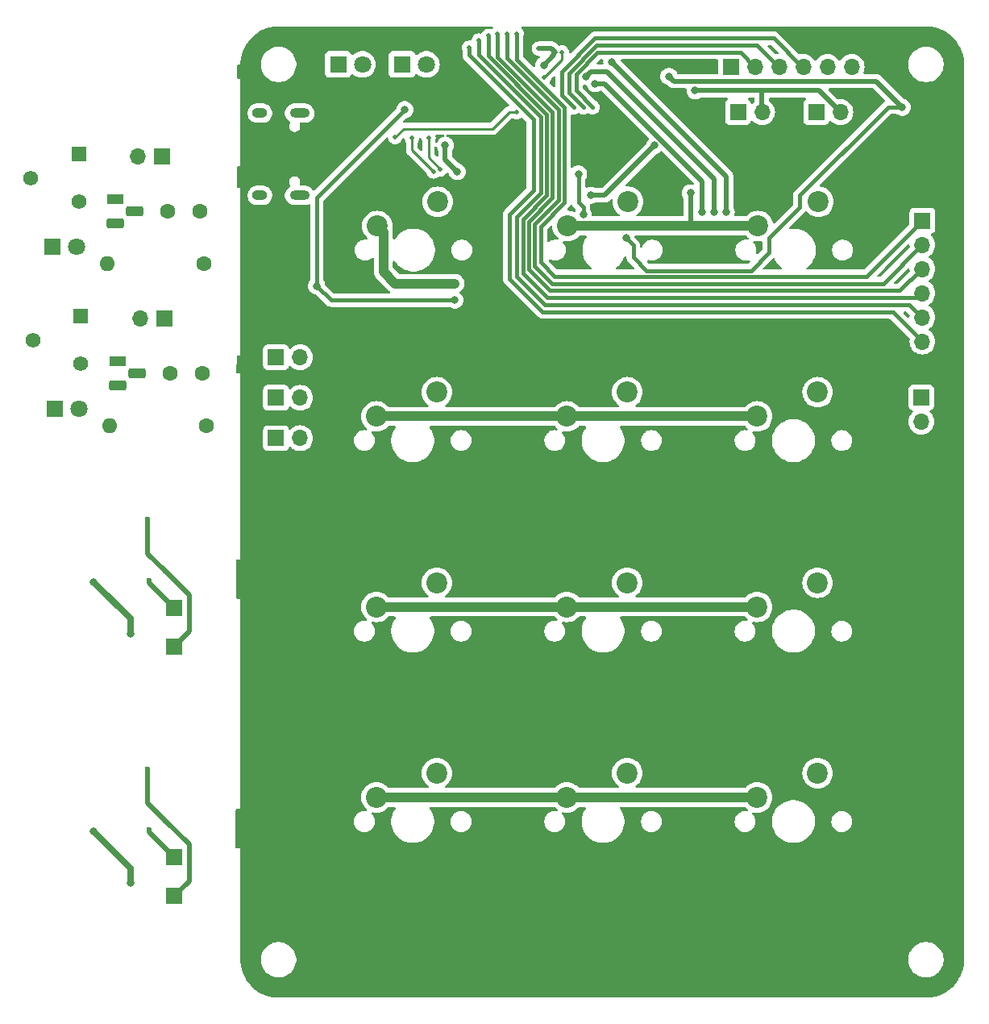
<source format=gbr>
%TF.GenerationSoftware,KiCad,Pcbnew,8.0.3*%
%TF.CreationDate,2024-09-09T17:16:03+03:00*%
%TF.ProjectId,JLC8,4a4c4338-2e6b-4696-9361-645f70636258,rev?*%
%TF.SameCoordinates,Original*%
%TF.FileFunction,Copper,L2,Bot*%
%TF.FilePolarity,Positive*%
%FSLAX46Y46*%
G04 Gerber Fmt 4.6, Leading zero omitted, Abs format (unit mm)*
G04 Created by KiCad (PCBNEW 8.0.3) date 2024-09-09 17:16:03*
%MOMM*%
%LPD*%
G01*
G04 APERTURE LIST*
G04 Aperture macros list*
%AMRoundRect*
0 Rectangle with rounded corners*
0 $1 Rounding radius*
0 $2 $3 $4 $5 $6 $7 $8 $9 X,Y pos of 4 corners*
0 Add a 4 corners polygon primitive as box body*
4,1,4,$2,$3,$4,$5,$6,$7,$8,$9,$2,$3,0*
0 Add four circle primitives for the rounded corners*
1,1,$1+$1,$2,$3*
1,1,$1+$1,$4,$5*
1,1,$1+$1,$6,$7*
1,1,$1+$1,$8,$9*
0 Add four rect primitives between the rounded corners*
20,1,$1+$1,$2,$3,$4,$5,0*
20,1,$1+$1,$4,$5,$6,$7,0*
20,1,$1+$1,$6,$7,$8,$9,0*
20,1,$1+$1,$8,$9,$2,$3,0*%
G04 Aperture macros list end*
%TA.AperFunction,ComponentPad*%
%ADD10C,2.200000*%
%TD*%
%TA.AperFunction,ComponentPad*%
%ADD11R,1.800000X1.100000*%
%TD*%
%TA.AperFunction,ComponentPad*%
%ADD12RoundRect,0.275000X-0.625000X0.275000X-0.625000X-0.275000X0.625000X-0.275000X0.625000X0.275000X0*%
%TD*%
%TA.AperFunction,ComponentPad*%
%ADD13R,1.700000X1.700000*%
%TD*%
%TA.AperFunction,ComponentPad*%
%ADD14O,1.700000X1.700000*%
%TD*%
%TA.AperFunction,ComponentPad*%
%ADD15C,1.600000*%
%TD*%
%TA.AperFunction,ComponentPad*%
%ADD16R,1.800000X1.800000*%
%TD*%
%TA.AperFunction,ComponentPad*%
%ADD17C,1.800000*%
%TD*%
%TA.AperFunction,ComponentPad*%
%ADD18O,1.600000X1.600000*%
%TD*%
%TA.AperFunction,ComponentPad*%
%ADD19O,2.100000X1.000000*%
%TD*%
%TA.AperFunction,ComponentPad*%
%ADD20O,1.600000X1.000000*%
%TD*%
%TA.AperFunction,ComponentPad*%
%ADD21R,1.560000X1.560000*%
%TD*%
%TA.AperFunction,ComponentPad*%
%ADD22C,1.560000*%
%TD*%
%TA.AperFunction,ViaPad*%
%ADD23C,0.500000*%
%TD*%
%TA.AperFunction,ViaPad*%
%ADD24C,0.800000*%
%TD*%
%TA.AperFunction,ViaPad*%
%ADD25C,0.600000*%
%TD*%
%TA.AperFunction,Conductor*%
%ADD26C,0.400000*%
%TD*%
%TA.AperFunction,Conductor*%
%ADD27C,0.500000*%
%TD*%
%TA.AperFunction,Conductor*%
%ADD28C,1.000000*%
%TD*%
%TA.AperFunction,Conductor*%
%ADD29C,0.250000*%
%TD*%
%TA.AperFunction,Conductor*%
%ADD30C,0.700000*%
%TD*%
G04 APERTURE END LIST*
D10*
%TO.P,SW4,1,1*%
%TO.N,N/C*%
X145376050Y-87887179D03*
%TO.P,SW4,2,2*%
X139026050Y-90427179D03*
%TD*%
D11*
%TO.P,Q7,1,C*%
%TO.N,N/C*%
X111831050Y-84637179D03*
D12*
%TO.P,Q7,2,B*%
X113901050Y-85907179D03*
%TO.P,Q7,3,E*%
X111831050Y-87177179D03*
%TD*%
D13*
%TO.P,J3,1*%
%TO.N,N/C*%
X196381050Y-69867179D03*
D14*
%TO.P,J3,2*%
X196381050Y-72407179D03*
%TO.P,J3,3*%
X196381050Y-74947179D03*
%TO.P,J3,4*%
X196381050Y-77487179D03*
%TO.P,J3,5*%
X196381050Y-80027179D03*
%TO.P,J3,6*%
X196381050Y-82567179D03*
%TD*%
D15*
%TO.P,R3,1*%
%TO.N,N/C*%
X117102370Y-68888499D03*
%TO.P,R3,2*%
X120502370Y-68888499D03*
%TD*%
%TO.P,R3,1*%
%TO.N,N/C*%
X117351050Y-85907179D03*
%TO.P,R3,2*%
X120751050Y-85907179D03*
%TD*%
D13*
%TO.P,REF\u002A\u002A,1*%
%TO.N,N/C*%
X128481050Y-92717179D03*
D14*
%TO.P,REF\u002A\u002A,2*%
X131021050Y-92717179D03*
%TD*%
D10*
%TO.P,SW10,1,1*%
%TO.N,N/C*%
X185376050Y-107887179D03*
%TO.P,SW10,2,2*%
X179026050Y-110427179D03*
%TD*%
%TO.P,SW2,1,1*%
%TO.N,N/C*%
X165456050Y-67887179D03*
%TO.P,SW2,2,2*%
X159106050Y-70427179D03*
%TD*%
D16*
%TO.P,D2,1,K*%
%TO.N,N/C*%
X141731050Y-53467179D03*
D17*
%TO.P,D2,2,A*%
X144271050Y-53467179D03*
%TD*%
D13*
%TO.P,J3,1,Pin_1*%
%TO.N,N/C*%
X117769250Y-114587179D03*
%TD*%
D15*
%TO.P,R14,1*%
%TO.N,N/C*%
X120912370Y-74388499D03*
D18*
%TO.P,R14,2*%
X110752370Y-74388499D03*
%TD*%
D19*
%TO.P,J1,S1,SHIELD*%
%TO.N,N/C*%
X130966050Y-58567179D03*
D20*
X126786050Y-58567179D03*
D19*
X130966050Y-67207179D03*
D20*
X126786050Y-67207179D03*
%TD*%
D10*
%TO.P,SW13,1,1*%
%TO.N,N/C*%
X185376050Y-127887179D03*
%TO.P,SW13,2,2*%
X179026050Y-130427179D03*
%TD*%
D13*
%TO.P,J2,1,Pin_1*%
%TO.N,N/C*%
X117769250Y-110537179D03*
%TD*%
%TO.P,J3,1,Pin_1*%
%TO.N,N/C*%
X117769250Y-140787179D03*
%TD*%
D10*
%TO.P,SW9,1,1*%
%TO.N,N/C*%
X165376050Y-107887179D03*
%TO.P,SW9,2,2*%
X159026050Y-110427179D03*
%TD*%
D11*
%TO.P,Q7,1,C*%
%TO.N,N/C*%
X111582370Y-67618499D03*
D12*
%TO.P,Q7,2,B*%
X113652370Y-68888499D03*
%TO.P,Q7,3,E*%
X111582370Y-70158499D03*
%TD*%
D13*
%TO.P,J2,1*%
%TO.N,N/C*%
X176256050Y-53717179D03*
D14*
%TO.P,J2,2*%
X178796050Y-53717179D03*
%TO.P,J2,3*%
X181336050Y-53717179D03*
%TO.P,J2,4*%
X183876050Y-53717179D03*
%TO.P,J2,5*%
X186416050Y-53717179D03*
%TO.P,J2,6*%
X188956050Y-53717179D03*
%TD*%
D13*
%TO.P,BT1,1,+*%
%TO.N,N/C*%
X116776050Y-80157179D03*
D14*
%TO.P,BT1,2,-*%
X114236050Y-80157179D03*
%TD*%
D10*
%TO.P,SW7,1,1*%
%TO.N,N/C*%
X185376050Y-87887179D03*
%TO.P,SW7,2,2*%
X179026050Y-90427179D03*
%TD*%
D16*
%TO.P,D8,1,K*%
%TO.N,N/C*%
X105226050Y-89657179D03*
D17*
%TO.P,D8,2,A*%
X107766050Y-89657179D03*
%TD*%
D10*
%TO.P,SW6,1,1*%
%TO.N,N/C*%
X165376050Y-87887179D03*
%TO.P,SW6,2,2*%
X159026050Y-90427179D03*
%TD*%
D16*
%TO.P,D1,1,K*%
%TO.N,N/C*%
X135006050Y-53467179D03*
D17*
%TO.P,D1,2,A*%
X137546050Y-53467179D03*
%TD*%
D10*
%TO.P,SW1,1,1*%
%TO.N,N/C*%
X145456050Y-67887179D03*
%TO.P,SW1,2,2*%
X139106050Y-70427179D03*
%TD*%
D15*
%TO.P,R14,1*%
%TO.N,N/C*%
X121161050Y-91407179D03*
D18*
%TO.P,R14,2*%
X111001050Y-91407179D03*
%TD*%
D13*
%TO.P,REF\u002A\u002A,1*%
%TO.N,N/C*%
X196256050Y-88442179D03*
D14*
%TO.P,REF\u002A\u002A,2*%
X196256050Y-90982179D03*
%TD*%
D13*
%TO.P,J2,1,Pin_1*%
%TO.N,N/C*%
X117769250Y-136737179D03*
%TD*%
%TO.P,REF\u002A\u002A,1*%
%TO.N,N/C*%
X185231050Y-58467179D03*
D14*
%TO.P,REF\u002A\u002A,2*%
X187771050Y-58467179D03*
%TD*%
D13*
%TO.P,BT1,1,+*%
%TO.N,N/C*%
X116527370Y-63138499D03*
D14*
%TO.P,BT1,2,-*%
X113987370Y-63138499D03*
%TD*%
D10*
%TO.P,SW8,1,1*%
%TO.N,N/C*%
X145376050Y-107887179D03*
%TO.P,SW8,2,2*%
X139026050Y-110427179D03*
%TD*%
D21*
%TO.P,RV3,1,1*%
%TO.N,N/C*%
X107742370Y-62888499D03*
D22*
%TO.P,RV3,2,2*%
X102742370Y-65388499D03*
%TO.P,RV3,3,3*%
X107742370Y-67888499D03*
%TD*%
D10*
%TO.P,SW11,1,1*%
%TO.N,N/C*%
X145376050Y-127887179D03*
%TO.P,SW11,2,2*%
X139026050Y-130427179D03*
%TD*%
D16*
%TO.P,D8,1,K*%
%TO.N,N/C*%
X104977370Y-72638499D03*
D17*
%TO.P,D8,2,A*%
X107517370Y-72638499D03*
%TD*%
D10*
%TO.P,SW12,1,1*%
%TO.N,N/C*%
X165376050Y-127887179D03*
%TO.P,SW12,2,2*%
X159026050Y-130427179D03*
%TD*%
D13*
%TO.P,REF\u002A\u002A,1*%
%TO.N,N/C*%
X128481050Y-84217179D03*
D14*
%TO.P,REF\u002A\u002A,2*%
X131021050Y-84217179D03*
%TD*%
D21*
%TO.P,RV3,1,1*%
%TO.N,N/C*%
X107991050Y-79907179D03*
D22*
%TO.P,RV3,2,2*%
X102991050Y-82407179D03*
%TO.P,RV3,3,3*%
X107991050Y-84907179D03*
%TD*%
D10*
%TO.P,SW3,1,1*%
%TO.N,N/C*%
X185456050Y-67887179D03*
%TO.P,SW3,2,2*%
X179106050Y-70427179D03*
%TD*%
D13*
%TO.P,REF\u002A\u002A,1*%
%TO.N,N/C*%
X177006050Y-58467179D03*
D14*
%TO.P,REF\u002A\u002A,2*%
X179546050Y-58467179D03*
%TD*%
D13*
%TO.P,REF\u002A\u002A,1*%
%TO.N,N/C*%
X128481050Y-88467179D03*
D14*
%TO.P,REF\u002A\u002A,2*%
X131021050Y-88467179D03*
%TD*%
D23*
%TO.N,*%
X157787636Y-52185593D03*
D24*
X113164250Y-139450179D03*
D23*
X152756050Y-50217179D03*
X151756050Y-50217179D03*
D24*
X169756050Y-54717179D03*
D23*
X145756050Y-64467179D03*
D24*
X160256050Y-64967179D03*
D25*
X114994250Y-127437179D03*
D23*
X150756050Y-50467179D03*
X145006050Y-64717179D03*
X160756050Y-57967179D03*
D24*
X161506050Y-67217179D03*
X174506050Y-68967179D03*
X172006050Y-66967179D03*
X146256050Y-61967179D03*
D25*
X116806750Y-132849679D03*
D23*
X156086050Y-51807179D03*
D25*
X115144250Y-133862179D03*
D24*
X109334250Y-107820179D03*
X173256050Y-68967179D03*
D23*
X142756050Y-61217179D03*
X153756050Y-50217179D03*
D25*
X114994250Y-101237179D03*
D24*
X165256050Y-71717179D03*
X161006050Y-54717179D03*
X147506050Y-64717179D03*
D23*
X153756050Y-58467179D03*
D24*
X162006050Y-55467179D03*
D23*
X158506050Y-52217179D03*
D24*
X113164250Y-113250179D03*
X160756050Y-69217179D03*
X147256050Y-78217179D03*
D25*
X116806750Y-106649679D03*
X115144250Y-107662179D03*
D24*
X142006050Y-58217179D03*
D23*
X144506050Y-61217179D03*
X161756050Y-57967179D03*
D24*
X194256050Y-57967179D03*
X163756050Y-53217179D03*
D23*
X156631050Y-54842179D03*
D24*
X175756050Y-68967179D03*
X168256050Y-61967179D03*
X156599464Y-53560593D03*
D23*
X141006050Y-61129679D03*
X147256050Y-76467179D03*
D24*
X172506050Y-56217179D03*
X132756050Y-76717179D03*
D23*
X148756050Y-51717179D03*
X149756050Y-50967179D03*
X159756050Y-57967179D03*
D24*
X109334250Y-134020179D03*
%TD*%
D26*
%TO.N,*%
X157506050Y-58467179D02*
X157506050Y-67467179D01*
X160006050Y-54467179D02*
X162256050Y-52217179D01*
D27*
X185506050Y-56217179D02*
X187756050Y-58467179D01*
X157662636Y-52060593D02*
X157787636Y-52185593D01*
D26*
X160756050Y-69217179D02*
X160756050Y-68467179D01*
X160756050Y-68467179D02*
X160256050Y-67967179D01*
X157256050Y-77217179D02*
X194006050Y-77217179D01*
D28*
X139756050Y-75217179D02*
X139756050Y-71077179D01*
D26*
X154406050Y-69717179D02*
X154406050Y-75367179D01*
D27*
X170256050Y-55217179D02*
X191506050Y-55217179D01*
D26*
X134256050Y-78217179D02*
X132756050Y-76717179D01*
D27*
X172506050Y-56217179D02*
X176506050Y-56217179D01*
D29*
X142756050Y-62467179D02*
X142756050Y-61217179D01*
D26*
X165256050Y-71717179D02*
X166006050Y-72467179D01*
D27*
X147506050Y-64717179D02*
X146256050Y-63467179D01*
D29*
X144506050Y-63217179D02*
X144506050Y-61217179D01*
D26*
X156906050Y-67217179D02*
X154406050Y-69717179D01*
X157506050Y-76467179D02*
X192256050Y-76467179D01*
D27*
X119344250Y-139212179D02*
X119344250Y-135387179D01*
X179506050Y-56217179D02*
X179506050Y-58467179D01*
D26*
X161756050Y-57967179D02*
X160006050Y-56217179D01*
D28*
X139756050Y-71077179D02*
X139106050Y-70427179D01*
D26*
X155656050Y-74617179D02*
X157506050Y-76467179D01*
X167406050Y-75117179D02*
X178356050Y-75117179D01*
X157756050Y-75717179D02*
X190506050Y-75717179D01*
X158156050Y-58215707D02*
X158156050Y-67717179D01*
X154406050Y-75367179D02*
X157006050Y-77967179D01*
D27*
X176506050Y-56217179D02*
X179506050Y-56217179D01*
D26*
X153006050Y-69217179D02*
X153006050Y-75967179D01*
X156906050Y-58715707D02*
X156906050Y-67217179D01*
X183506050Y-68467179D02*
X183506050Y-67217179D01*
X159756050Y-57967179D02*
X158506050Y-56717179D01*
D28*
X159106050Y-70427179D02*
X179106050Y-70427179D01*
D29*
X145756050Y-64467179D02*
X144506050Y-63217179D01*
D26*
X156256050Y-70467179D02*
X156256050Y-74217179D01*
X158506050Y-54217179D02*
X162006050Y-50717179D01*
D27*
X119344250Y-109187179D02*
X116806750Y-106649679D01*
X116806750Y-106649679D02*
X114994250Y-104837179D01*
D30*
X113164250Y-139450179D02*
X113164250Y-137850179D01*
D27*
X114994250Y-131037179D02*
X114994250Y-127437179D01*
D26*
X158506050Y-56717179D02*
X158506050Y-54217179D01*
D27*
X163756050Y-53217179D02*
X175756050Y-65217179D01*
D26*
X156256050Y-58967179D02*
X156256050Y-66967179D01*
X132756050Y-67467179D02*
X132756050Y-76717179D01*
X180256050Y-71717179D02*
X183506050Y-68467179D01*
D27*
X163256050Y-54217179D02*
X174506050Y-65467179D01*
D30*
X113164250Y-111650179D02*
X109334250Y-107820179D01*
D26*
X159256050Y-54368651D02*
X162157522Y-51467179D01*
D27*
X156086050Y-51807179D02*
X157409222Y-51807179D01*
D28*
X147256050Y-76467179D02*
X141006050Y-76467179D01*
D26*
X178356050Y-75117179D02*
X180256050Y-73217179D01*
X177256050Y-52217179D02*
X178756050Y-53717179D01*
D27*
X115144250Y-133862179D02*
X115144250Y-134112179D01*
D26*
X157506050Y-67467179D02*
X155006050Y-69967179D01*
D27*
X161506050Y-67217179D02*
X163006050Y-67217179D01*
X161506050Y-54217179D02*
X163256050Y-54217179D01*
D26*
X142006050Y-58217179D02*
X132756050Y-67467179D01*
D27*
X116806750Y-132849679D02*
X114994250Y-131037179D01*
D29*
X153756050Y-58467179D02*
X153006050Y-58467179D01*
D26*
X155506050Y-66717179D02*
X153006050Y-69217179D01*
X158156050Y-67717179D02*
X155656050Y-70217179D01*
D28*
X139026050Y-130427179D02*
X179026050Y-130427179D01*
D26*
X162256050Y-52217179D02*
X177256050Y-52217179D01*
X156256050Y-74217179D02*
X157756050Y-75717179D01*
X150756050Y-52565707D02*
X156906050Y-58715707D01*
X147256050Y-78217179D02*
X134256050Y-78217179D01*
D27*
X163006050Y-55467179D02*
X173256050Y-65717179D01*
X163006050Y-67217179D02*
X168256050Y-61967179D01*
D29*
X158506050Y-52967179D02*
X158506050Y-52217179D01*
D26*
X152756050Y-50217179D02*
X152756050Y-52815707D01*
X159256050Y-56467179D02*
X159256050Y-54368651D01*
X158756050Y-67967179D02*
X156256050Y-70467179D01*
X196006050Y-77967179D02*
X196256050Y-77717179D01*
X166006050Y-73717179D02*
X167406050Y-75117179D01*
X162157522Y-51467179D02*
X179006050Y-51467179D01*
X160006050Y-56217179D02*
X160006050Y-54467179D01*
D27*
X176506050Y-56217179D02*
X185506050Y-56217179D01*
D29*
X141918550Y-60217179D02*
X141006050Y-61129679D01*
D27*
X157662636Y-52060593D02*
X157662636Y-52497421D01*
D26*
X192756050Y-57967179D02*
X194256050Y-57967179D01*
D30*
X113164250Y-137850179D02*
X109334250Y-134020179D01*
D29*
X151256050Y-60217179D02*
X141918550Y-60217179D01*
D28*
X139026050Y-110427179D02*
X179026050Y-110427179D01*
D26*
X180756050Y-50717179D02*
X183756050Y-53717179D01*
D27*
X173256050Y-65717179D02*
X173256050Y-68967179D01*
X161006050Y-54717179D02*
X161506050Y-54217179D01*
D26*
X158756050Y-57967179D02*
X158756050Y-67967179D01*
X151756050Y-50217179D02*
X151756050Y-52717179D01*
D27*
X114994250Y-104837179D02*
X114994250Y-101237179D01*
D26*
X153756050Y-52967179D02*
X158756050Y-57967179D01*
X155506050Y-59217179D02*
X155506050Y-66717179D01*
X160756050Y-57967179D02*
X159256050Y-56467179D01*
X194006050Y-77217179D02*
X196256050Y-74967179D01*
X183506050Y-67217179D02*
X192756050Y-57967179D01*
X151756050Y-52717179D02*
X157506050Y-58467179D01*
X190506050Y-75717179D02*
X196256050Y-69967179D01*
X153006050Y-75967179D02*
X156506050Y-79467179D01*
X192256050Y-76467179D02*
X196256050Y-72467179D01*
X156506050Y-79467179D02*
X193256050Y-79467179D01*
D30*
X113164250Y-113250179D02*
X113164250Y-111650179D01*
D27*
X157662636Y-52497421D02*
X156599464Y-53560593D01*
D26*
X155656050Y-70217179D02*
X155656050Y-74617179D01*
D27*
X117769250Y-114587179D02*
X119344250Y-113012179D01*
D28*
X141006050Y-76467179D02*
X139756050Y-75217179D01*
D26*
X150756050Y-50467179D02*
X150756050Y-52565707D01*
D27*
X115144250Y-134112179D02*
X117769250Y-136737179D01*
D26*
X156756050Y-78717179D02*
X195006050Y-78717179D01*
X179006050Y-51467179D02*
X181256050Y-53717179D01*
D27*
X119344250Y-113012179D02*
X119344250Y-109187179D01*
X169756050Y-54717179D02*
X170256050Y-55217179D01*
D26*
X195006050Y-78717179D02*
X196256050Y-79967179D01*
X160256050Y-67967179D02*
X160256050Y-64967179D01*
X148756050Y-52467179D02*
X155506050Y-59217179D01*
D27*
X146256050Y-63467179D02*
X146256050Y-61967179D01*
X157409222Y-51807179D02*
X157662636Y-52060593D01*
X115144250Y-107912179D02*
X117769250Y-110537179D01*
X174506050Y-65467179D02*
X174506050Y-68967179D01*
D26*
X180256050Y-73217179D02*
X180256050Y-71717179D01*
D28*
X139026050Y-90427179D02*
X179026050Y-90427179D01*
D26*
X148756050Y-51717179D02*
X148756050Y-52467179D01*
D27*
X175756050Y-65217179D02*
X175756050Y-68967179D01*
D26*
X153756050Y-50217179D02*
X153756050Y-52967179D01*
X156256050Y-66967179D02*
X153756050Y-69467179D01*
D27*
X119344250Y-135387179D02*
X116806750Y-132849679D01*
D26*
X193256050Y-79467179D02*
X196256050Y-82467179D01*
D29*
X153006050Y-58467179D02*
X151256050Y-60217179D01*
D27*
X117769250Y-140787179D02*
X119344250Y-139212179D01*
X115144250Y-107662179D02*
X115144250Y-107912179D01*
X172006050Y-66967179D02*
X172006050Y-70467179D01*
D26*
X155006050Y-74967179D02*
X157256050Y-77217179D01*
X153756050Y-75717179D02*
X156756050Y-78717179D01*
X149756050Y-52467179D02*
X156256050Y-58967179D01*
X155006050Y-69967179D02*
X155006050Y-74967179D01*
X157006050Y-77967179D02*
X196006050Y-77967179D01*
X166006050Y-72467179D02*
X166006050Y-73717179D01*
X149756050Y-50967179D02*
X149756050Y-52467179D01*
X153756050Y-69467179D02*
X153756050Y-75717179D01*
X162006050Y-50717179D02*
X180756050Y-50717179D01*
D29*
X145006050Y-64717179D02*
X142756050Y-62467179D01*
D27*
X191506050Y-55217179D02*
X194256050Y-57967179D01*
D29*
X156631050Y-54842179D02*
X158506050Y-52967179D01*
D27*
X162006050Y-55467179D02*
X163006050Y-55467179D01*
D26*
X152756050Y-52815707D02*
X158156050Y-58215707D01*
%TD*%
%TA.AperFunction,NonConductor*%
G36*
X180481570Y-51437364D02*
G01*
X180502212Y-51453998D01*
X181215773Y-52167559D01*
X181249258Y-52228882D01*
X181244274Y-52298574D01*
X181202402Y-52354507D01*
X181138902Y-52378768D01*
X181100639Y-52382116D01*
X181020732Y-52403526D01*
X180950883Y-52401862D01*
X180900960Y-52371432D01*
X180158888Y-51629360D01*
X180125403Y-51568037D01*
X180130387Y-51498345D01*
X180172259Y-51442412D01*
X180237723Y-51417995D01*
X180246569Y-51417679D01*
X180414531Y-51417679D01*
X180481570Y-51437364D01*
G37*
%TD.AperFunction*%
%TA.AperFunction,NonConductor*%
G36*
X162811392Y-52937364D02*
G01*
X162857147Y-52990168D01*
X162867673Y-53054637D01*
X162850590Y-53217179D01*
X162862418Y-53329720D01*
X162849850Y-53398447D01*
X162802118Y-53449471D01*
X162739098Y-53466679D01*
X162296569Y-53466679D01*
X162229530Y-53446994D01*
X162183775Y-53394190D01*
X162173831Y-53325032D01*
X162202856Y-53261476D01*
X162208888Y-53254998D01*
X162509888Y-52953998D01*
X162571211Y-52920513D01*
X162597569Y-52917679D01*
X162744353Y-52917679D01*
X162811392Y-52937364D01*
G37*
%TD.AperFunction*%
%TA.AperFunction,NonConductor*%
G36*
X157724884Y-54735448D02*
G01*
X157780817Y-54777320D01*
X157805234Y-54842784D01*
X157805550Y-54851630D01*
X157805550Y-55726660D01*
X157785865Y-55793699D01*
X157733061Y-55839454D01*
X157663903Y-55849398D01*
X157600347Y-55820373D01*
X157593869Y-55814341D01*
X157241699Y-55462171D01*
X157208214Y-55400848D01*
X157213198Y-55331156D01*
X157224387Y-55308517D01*
X157261537Y-55249393D01*
X157311506Y-55169869D01*
X157367363Y-55010238D01*
X157367363Y-55010233D01*
X157368663Y-55006520D01*
X157398022Y-54959795D01*
X157593870Y-54763948D01*
X157655192Y-54730464D01*
X157724884Y-54735448D01*
G37*
%TD.AperFunction*%
%TA.AperFunction,NonConductor*%
G36*
X178698589Y-56987364D02*
G01*
X178744344Y-57040168D01*
X178755550Y-57091679D01*
X178755550Y-57307485D01*
X178735865Y-57374524D01*
X178702676Y-57409058D01*
X178674654Y-57428680D01*
X178674651Y-57428682D01*
X178552723Y-57550610D01*
X178491400Y-57584094D01*
X178421708Y-57579110D01*
X178365775Y-57537238D01*
X178348860Y-57506261D01*
X178299847Y-57374850D01*
X178299843Y-57374843D01*
X178213597Y-57259634D01*
X178213594Y-57259631D01*
X178121842Y-57190945D01*
X178079971Y-57135011D01*
X178074987Y-57065320D01*
X178108473Y-57003997D01*
X178169796Y-56970513D01*
X178196153Y-56967679D01*
X178631550Y-56967679D01*
X178698589Y-56987364D01*
G37*
%TD.AperFunction*%
%TA.AperFunction,NonConductor*%
G36*
X146102499Y-60862364D02*
G01*
X146148254Y-60915168D01*
X146158198Y-60984326D01*
X146129173Y-61047882D01*
X146070395Y-61085656D01*
X146061241Y-61087969D01*
X145976247Y-61106034D01*
X145976242Y-61106036D01*
X145803320Y-61183027D01*
X145803315Y-61183030D01*
X145650179Y-61294290D01*
X145523516Y-61434964D01*
X145426801Y-61602480D01*
X145376234Y-61650696D01*
X145307627Y-61663919D01*
X145242762Y-61637951D01*
X145202234Y-61581037D01*
X145198909Y-61511246D01*
X145202373Y-61499525D01*
X145242363Y-61385240D01*
X145242363Y-61385238D01*
X145261299Y-61217181D01*
X145261299Y-61217176D01*
X145242363Y-61049119D01*
X145227847Y-61007632D01*
X145224286Y-60937853D01*
X145259016Y-60877227D01*
X145321009Y-60845000D01*
X145344889Y-60842679D01*
X146035460Y-60842679D01*
X146102499Y-60862364D01*
G37*
%TD.AperFunction*%
%TA.AperFunction,NonConductor*%
G36*
X143722235Y-61177822D02*
G01*
X143753190Y-61240460D01*
X143754270Y-61247970D01*
X143769736Y-61385236D01*
X143825593Y-61544869D01*
X143861543Y-61602081D01*
X143880550Y-61668054D01*
X143880550Y-62407726D01*
X143860865Y-62474765D01*
X143808061Y-62520520D01*
X143738903Y-62530464D01*
X143675347Y-62501439D01*
X143668869Y-62495407D01*
X143417869Y-62244407D01*
X143384384Y-62183084D01*
X143381550Y-62156726D01*
X143381550Y-61668054D01*
X143400557Y-61602081D01*
X143436506Y-61544869D01*
X143467122Y-61457373D01*
X143492363Y-61385238D01*
X143502222Y-61297738D01*
X143507830Y-61247970D01*
X143534896Y-61183557D01*
X143592491Y-61144001D01*
X143662328Y-61141864D01*
X143722235Y-61177822D01*
G37*
%TD.AperFunction*%
%TA.AperFunction,NonConductor*%
G36*
X145336753Y-62109596D02*
G01*
X145373481Y-62164991D01*
X145428868Y-62335457D01*
X145428871Y-62335463D01*
X145488937Y-62439500D01*
X145505550Y-62501500D01*
X145505550Y-63032727D01*
X145485865Y-63099766D01*
X145433061Y-63145521D01*
X145363903Y-63155465D01*
X145300347Y-63126440D01*
X145293869Y-63120408D01*
X145167869Y-62994408D01*
X145134384Y-62933085D01*
X145131550Y-62906727D01*
X145131550Y-62203309D01*
X145151235Y-62136270D01*
X145204039Y-62090515D01*
X145273197Y-62080571D01*
X145336753Y-62109596D01*
G37*
%TD.AperFunction*%
%TA.AperFunction,NonConductor*%
G36*
X160856297Y-55605965D02*
G01*
X160911404Y-55617679D01*
X160911406Y-55617679D01*
X161018017Y-55617679D01*
X161085056Y-55637364D01*
X161130811Y-55690168D01*
X161135948Y-55703361D01*
X161178868Y-55835456D01*
X161178871Y-55835463D01*
X161273517Y-55999395D01*
X161317592Y-56048345D01*
X161400179Y-56140067D01*
X161553315Y-56251327D01*
X161553320Y-56251330D01*
X161726242Y-56328321D01*
X161726247Y-56328323D01*
X161911404Y-56367679D01*
X161911405Y-56367679D01*
X162100694Y-56367679D01*
X162100696Y-56367679D01*
X162285853Y-56328323D01*
X162458780Y-56251330D01*
X162460826Y-56249843D01*
X162472502Y-56241361D01*
X162538308Y-56217881D01*
X162545387Y-56217679D01*
X162643820Y-56217679D01*
X162710859Y-56237364D01*
X162731501Y-56253998D01*
X167624593Y-61147090D01*
X167658078Y-61208413D01*
X167653094Y-61278105D01*
X167629062Y-61317743D01*
X167523516Y-61434964D01*
X167428871Y-61598894D01*
X167428869Y-61598898D01*
X167373528Y-61769220D01*
X167343278Y-61818582D01*
X162731501Y-66430360D01*
X162670178Y-66463845D01*
X162643820Y-66466679D01*
X162045387Y-66466679D01*
X161978348Y-66446994D01*
X161972502Y-66442997D01*
X161958784Y-66433030D01*
X161958779Y-66433027D01*
X161785857Y-66356036D01*
X161785852Y-66356034D01*
X161640051Y-66325044D01*
X161600696Y-66316679D01*
X161411404Y-66316679D01*
X161378947Y-66323577D01*
X161226247Y-66356034D01*
X161226242Y-66356036D01*
X161130986Y-66398448D01*
X161061736Y-66407733D01*
X160998459Y-66378105D01*
X160961246Y-66318970D01*
X160956550Y-66285169D01*
X160956550Y-65582570D01*
X160976235Y-65515531D01*
X160988402Y-65499596D01*
X160988583Y-65499395D01*
X161083229Y-65335463D01*
X161141724Y-65155435D01*
X161161510Y-64967179D01*
X161141724Y-64778923D01*
X161083229Y-64598895D01*
X160988583Y-64434963D01*
X160861921Y-64294291D01*
X160861920Y-64294290D01*
X160708784Y-64183030D01*
X160708779Y-64183027D01*
X160535857Y-64106036D01*
X160535852Y-64106034D01*
X160390051Y-64075044D01*
X160350696Y-64066679D01*
X160161404Y-64066679D01*
X160128947Y-64073577D01*
X159976247Y-64106034D01*
X159976242Y-64106036D01*
X159803320Y-64183027D01*
X159803315Y-64183030D01*
X159653435Y-64291925D01*
X159587629Y-64315405D01*
X159519575Y-64299579D01*
X159470880Y-64249474D01*
X159456550Y-64191607D01*
X159456550Y-58827438D01*
X159476235Y-58760399D01*
X159529039Y-58714644D01*
X159594434Y-58704218D01*
X159756048Y-58722428D01*
X159756050Y-58722428D01*
X159756053Y-58722428D01*
X159924106Y-58703493D01*
X159926695Y-58702587D01*
X160083740Y-58647635D01*
X160190078Y-58580817D01*
X160257313Y-58561817D01*
X160322020Y-58580817D01*
X160382639Y-58618906D01*
X160428356Y-58647633D01*
X160428357Y-58647633D01*
X160428360Y-58647635D01*
X160534780Y-58684873D01*
X160587993Y-58703493D01*
X160756047Y-58722428D01*
X160756050Y-58722428D01*
X160756053Y-58722428D01*
X160924106Y-58703493D01*
X160926695Y-58702587D01*
X161083740Y-58647635D01*
X161190078Y-58580817D01*
X161257313Y-58561817D01*
X161322020Y-58580817D01*
X161382639Y-58618906D01*
X161428356Y-58647633D01*
X161428357Y-58647633D01*
X161428360Y-58647635D01*
X161534780Y-58684873D01*
X161587993Y-58703493D01*
X161756047Y-58722428D01*
X161756050Y-58722428D01*
X161756053Y-58722428D01*
X161924106Y-58703493D01*
X161926695Y-58702587D01*
X162083740Y-58647635D01*
X162083742Y-58647633D01*
X162083744Y-58647633D01*
X162083747Y-58647631D01*
X162226934Y-58557660D01*
X162226935Y-58557659D01*
X162226940Y-58557656D01*
X162346527Y-58438069D01*
X162367031Y-58405438D01*
X162436502Y-58294876D01*
X162436504Y-58294873D01*
X162436504Y-58294871D01*
X162436506Y-58294869D01*
X162492363Y-58135238D01*
X162492363Y-58135237D01*
X162492364Y-58135235D01*
X162511299Y-57967181D01*
X162511299Y-57967176D01*
X162492364Y-57799122D01*
X162436504Y-57639484D01*
X162436502Y-57639481D01*
X162346531Y-57496294D01*
X162346526Y-57496288D01*
X162226940Y-57376702D01*
X162194047Y-57356034D01*
X162083740Y-57286723D01*
X162083739Y-57286722D01*
X162083738Y-57286722D01*
X162083637Y-57286687D01*
X162083540Y-57286653D01*
X162083362Y-57286541D01*
X162077465Y-57283701D01*
X162077785Y-57283036D01*
X162036824Y-57257296D01*
X160742869Y-55963341D01*
X160709384Y-55902018D01*
X160706550Y-55875660D01*
X160706550Y-55727262D01*
X160726235Y-55660223D01*
X160779039Y-55614468D01*
X160848197Y-55604524D01*
X160856297Y-55605965D01*
G37*
%TD.AperFunction*%
%TA.AperFunction,NonConductor*%
G36*
X159569323Y-68204399D02*
G01*
X159616934Y-68255536D01*
X159620611Y-68263589D01*
X159635272Y-68298986D01*
X159711937Y-68413724D01*
X159711938Y-68413725D01*
X159941471Y-68643257D01*
X159974956Y-68704580D01*
X159969972Y-68774271D01*
X159961177Y-68792938D01*
X159928870Y-68848894D01*
X159928869Y-68848895D01*
X159916844Y-68885906D01*
X159877406Y-68943581D01*
X159813047Y-68970778D01*
X159751462Y-68962147D01*
X159602163Y-68900306D01*
X159447384Y-68863147D01*
X159357198Y-68841496D01*
X159175906Y-68827227D01*
X159110619Y-68802344D01*
X159069149Y-68746112D01*
X159064662Y-68676387D01*
X159097954Y-68615931D01*
X159300164Y-68413722D01*
X159376825Y-68298990D01*
X159376827Y-68298986D01*
X159391489Y-68263589D01*
X159435330Y-68209185D01*
X159501624Y-68187120D01*
X159569323Y-68204399D01*
G37*
%TD.AperFunction*%
%TA.AperFunction,NonConductor*%
G36*
X169024955Y-62567330D02*
G01*
X169075443Y-62597940D01*
X172367886Y-65890383D01*
X172401371Y-65951706D01*
X172396387Y-66021398D01*
X172354515Y-66077331D01*
X172289051Y-66101748D01*
X172254425Y-66099354D01*
X172100697Y-66066679D01*
X172100696Y-66066679D01*
X171911404Y-66066679D01*
X171878947Y-66073577D01*
X171726247Y-66106034D01*
X171726242Y-66106036D01*
X171553320Y-66183027D01*
X171553315Y-66183030D01*
X171400179Y-66294290D01*
X171273516Y-66434964D01*
X171178871Y-66598894D01*
X171178868Y-66598901D01*
X171120377Y-66778919D01*
X171120376Y-66778923D01*
X171100590Y-66967179D01*
X171120376Y-67155435D01*
X171120377Y-67155438D01*
X171178868Y-67335456D01*
X171178871Y-67335463D01*
X171238937Y-67439500D01*
X171255550Y-67501500D01*
X171255550Y-69302679D01*
X171235865Y-69369718D01*
X171183061Y-69415473D01*
X171131550Y-69426679D01*
X166446652Y-69426679D01*
X166379613Y-69406994D01*
X166333858Y-69354190D01*
X166323914Y-69285032D01*
X166352939Y-69221476D01*
X166381863Y-69196951D01*
X166399709Y-69186015D01*
X166591274Y-69022403D01*
X166754886Y-68830838D01*
X166886516Y-68616038D01*
X166982923Y-68383290D01*
X167041733Y-68138327D01*
X167061499Y-67887179D01*
X167041733Y-67636031D01*
X166982923Y-67391068D01*
X166886516Y-67158320D01*
X166886516Y-67158319D01*
X166754889Y-66943525D01*
X166754888Y-66943522D01*
X166633665Y-66801589D01*
X166591274Y-66751955D01*
X166412063Y-66598894D01*
X166399706Y-66588340D01*
X166399703Y-66588339D01*
X166184909Y-66456712D01*
X165952160Y-66360305D01*
X165707201Y-66301496D01*
X165499746Y-66285169D01*
X165456050Y-66281730D01*
X165456049Y-66281730D01*
X165299231Y-66294072D01*
X165230854Y-66279708D01*
X165181097Y-66230656D01*
X165165758Y-66162491D01*
X165189707Y-66096854D01*
X165201814Y-66082780D01*
X168408820Y-62875774D01*
X168470141Y-62842291D01*
X168470477Y-62842218D01*
X168535853Y-62828323D01*
X168708780Y-62751330D01*
X168861921Y-62640067D01*
X168895612Y-62602648D01*
X168955098Y-62566000D01*
X169024955Y-62567330D01*
G37*
%TD.AperFunction*%
%TA.AperFunction,NonConductor*%
G36*
X163782658Y-67604451D02*
G01*
X163838592Y-67646322D01*
X163863009Y-67711786D01*
X163862943Y-67730362D01*
X163850601Y-67887178D01*
X163870367Y-68138330D01*
X163929176Y-68383289D01*
X164025583Y-68616038D01*
X164157210Y-68830832D01*
X164157211Y-68830835D01*
X164212654Y-68895750D01*
X164320826Y-69022403D01*
X164512391Y-69186015D01*
X164512396Y-69186018D01*
X164530237Y-69196951D01*
X164577113Y-69248763D01*
X164588536Y-69317692D01*
X164560879Y-69381855D01*
X164502924Y-69420880D01*
X164465448Y-69426679D01*
X161777207Y-69426679D01*
X161710168Y-69406994D01*
X161664413Y-69354190D01*
X161653886Y-69289718D01*
X161661510Y-69217179D01*
X161641724Y-69028923D01*
X161583229Y-68848895D01*
X161488583Y-68684963D01*
X161488394Y-68684753D01*
X161488323Y-68684606D01*
X161484764Y-68679707D01*
X161485660Y-68679055D01*
X161458169Y-68621759D01*
X161456550Y-68601787D01*
X161456550Y-68398183D01*
X161430231Y-68265871D01*
X161436458Y-68196279D01*
X161479321Y-68141102D01*
X161545211Y-68117857D01*
X161551848Y-68117679D01*
X161600694Y-68117679D01*
X161600696Y-68117679D01*
X161785853Y-68078323D01*
X161958780Y-68001330D01*
X161960826Y-67999843D01*
X161972502Y-67991361D01*
X162038308Y-67967881D01*
X162045387Y-67967679D01*
X163079970Y-67967679D01*
X163177512Y-67948275D01*
X163224963Y-67938837D01*
X163361545Y-67882263D01*
X163417372Y-67844961D01*
X163484466Y-67800131D01*
X163651646Y-67632950D01*
X163712966Y-67599467D01*
X163782658Y-67604451D01*
G37*
%TD.AperFunction*%
%TA.AperFunction,NonConductor*%
G36*
X174848589Y-52937364D02*
G01*
X174894344Y-52990168D01*
X174905550Y-53041679D01*
X174905551Y-54342679D01*
X174885866Y-54409718D01*
X174833063Y-54455473D01*
X174781551Y-54466679D01*
X170711591Y-54466679D01*
X170644552Y-54446994D01*
X170598797Y-54394190D01*
X170593660Y-54380997D01*
X170583231Y-54348901D01*
X170583230Y-54348900D01*
X170583229Y-54348895D01*
X170488583Y-54184963D01*
X170361921Y-54044291D01*
X170361920Y-54044290D01*
X170208784Y-53933030D01*
X170208779Y-53933027D01*
X170035857Y-53856036D01*
X170035852Y-53856034D01*
X169890051Y-53825044D01*
X169850696Y-53816679D01*
X169661404Y-53816679D01*
X169628947Y-53823577D01*
X169476247Y-53856034D01*
X169476242Y-53856036D01*
X169303320Y-53933027D01*
X169303315Y-53933030D01*
X169150179Y-54044290D01*
X169023516Y-54184964D01*
X168928871Y-54348894D01*
X168928868Y-54348901D01*
X168879418Y-54501094D01*
X168870376Y-54528923D01*
X168850590Y-54717179D01*
X168870376Y-54905435D01*
X168870377Y-54905438D01*
X168928868Y-55085456D01*
X168928871Y-55085463D01*
X169023517Y-55249395D01*
X169097135Y-55331156D01*
X169150179Y-55390067D01*
X169303315Y-55501327D01*
X169303320Y-55501330D01*
X169476241Y-55578321D01*
X169476243Y-55578321D01*
X169476247Y-55578323D01*
X169541379Y-55592166D01*
X169602859Y-55625357D01*
X169603278Y-55625775D01*
X169777628Y-55800126D01*
X169777635Y-55800132D01*
X169846887Y-55846404D01*
X169846888Y-55846404D01*
X169900558Y-55882265D01*
X170037132Y-55938835D01*
X170037137Y-55938837D01*
X170037141Y-55938837D01*
X170037142Y-55938838D01*
X170182129Y-55967679D01*
X170182132Y-55967679D01*
X170182133Y-55967679D01*
X170329968Y-55967679D01*
X171489098Y-55967679D01*
X171556137Y-55987364D01*
X171601892Y-56040168D01*
X171612418Y-56104636D01*
X171600590Y-56217179D01*
X171620376Y-56405435D01*
X171620377Y-56405438D01*
X171678868Y-56585456D01*
X171678871Y-56585463D01*
X171773517Y-56749395D01*
X171900179Y-56890067D01*
X172053315Y-57001327D01*
X172053320Y-57001330D01*
X172226242Y-57078321D01*
X172226247Y-57078323D01*
X172411404Y-57117679D01*
X172411405Y-57117679D01*
X172600694Y-57117679D01*
X172600696Y-57117679D01*
X172785853Y-57078323D01*
X172958780Y-57001330D01*
X172960826Y-56999843D01*
X172972502Y-56991361D01*
X173038308Y-56967881D01*
X173045387Y-56967679D01*
X175815947Y-56967679D01*
X175882986Y-56987364D01*
X175928741Y-57040168D01*
X175938685Y-57109326D01*
X175909660Y-57172882D01*
X175890258Y-57190945D01*
X175798505Y-57259631D01*
X175798502Y-57259634D01*
X175712256Y-57374843D01*
X175712252Y-57374850D01*
X175661958Y-57509696D01*
X175655551Y-57569295D01*
X175655550Y-57569314D01*
X175655550Y-59365049D01*
X175655551Y-59365055D01*
X175661958Y-59424662D01*
X175712252Y-59559507D01*
X175712256Y-59559514D01*
X175798502Y-59674723D01*
X175798505Y-59674726D01*
X175913714Y-59760972D01*
X175913721Y-59760976D01*
X176048567Y-59811270D01*
X176048566Y-59811270D01*
X176055494Y-59812014D01*
X176108177Y-59817679D01*
X177903922Y-59817678D01*
X177963533Y-59811270D01*
X178098381Y-59760975D01*
X178213596Y-59674725D01*
X178299846Y-59559510D01*
X178348860Y-59428095D01*
X178390731Y-59372163D01*
X178456195Y-59347745D01*
X178524468Y-59362596D01*
X178552723Y-59383748D01*
X178674649Y-59505674D01*
X178763201Y-59567679D01*
X178868215Y-59641211D01*
X178868217Y-59641212D01*
X178868220Y-59641214D01*
X179082387Y-59741082D01*
X179310642Y-59802242D01*
X179487084Y-59817679D01*
X179546049Y-59822838D01*
X179546050Y-59822838D01*
X179546051Y-59822838D01*
X179596215Y-59818449D01*
X179781458Y-59802242D01*
X180009713Y-59741082D01*
X180223880Y-59641214D01*
X180417451Y-59505674D01*
X180584545Y-59338580D01*
X180720085Y-59145009D01*
X180819953Y-58930842D01*
X180881113Y-58702587D01*
X180901709Y-58467179D01*
X180881113Y-58231771D01*
X180819953Y-58003516D01*
X180720085Y-57789350D01*
X180712782Y-57778919D01*
X180584544Y-57595776D01*
X180417454Y-57428687D01*
X180417452Y-57428685D01*
X180417451Y-57428684D01*
X180417446Y-57428680D01*
X180417443Y-57428678D01*
X180309426Y-57353042D01*
X180265801Y-57298465D01*
X180256550Y-57251468D01*
X180256550Y-57091679D01*
X180276235Y-57024640D01*
X180329039Y-56978885D01*
X180380550Y-56967679D01*
X184040947Y-56967679D01*
X184107986Y-56987364D01*
X184153741Y-57040168D01*
X184163685Y-57109326D01*
X184134660Y-57172882D01*
X184115258Y-57190945D01*
X184023505Y-57259631D01*
X184023502Y-57259634D01*
X183937256Y-57374843D01*
X183937252Y-57374850D01*
X183886958Y-57509696D01*
X183880551Y-57569295D01*
X183880550Y-57569314D01*
X183880550Y-59365049D01*
X183880551Y-59365055D01*
X183886958Y-59424662D01*
X183937252Y-59559507D01*
X183937256Y-59559514D01*
X184023502Y-59674723D01*
X184023505Y-59674726D01*
X184138714Y-59760972D01*
X184138721Y-59760976D01*
X184273567Y-59811270D01*
X184273566Y-59811270D01*
X184280494Y-59812014D01*
X184333177Y-59817679D01*
X186128922Y-59817678D01*
X186188533Y-59811270D01*
X186323381Y-59760975D01*
X186438596Y-59674725D01*
X186524846Y-59559510D01*
X186573860Y-59428095D01*
X186615731Y-59372163D01*
X186681195Y-59347745D01*
X186749468Y-59362596D01*
X186777723Y-59383748D01*
X186899649Y-59505674D01*
X186988201Y-59567679D01*
X187093215Y-59641211D01*
X187093217Y-59641212D01*
X187093220Y-59641214D01*
X187307387Y-59741082D01*
X187535642Y-59802242D01*
X187712084Y-59817679D01*
X187771049Y-59822838D01*
X187771050Y-59822838D01*
X187771051Y-59822838D01*
X187821215Y-59818449D01*
X188006458Y-59802242D01*
X188234713Y-59741082D01*
X188448880Y-59641214D01*
X188642451Y-59505674D01*
X188809545Y-59338580D01*
X188945085Y-59145009D01*
X189044953Y-58930842D01*
X189106113Y-58702587D01*
X189126709Y-58467179D01*
X189106113Y-58231771D01*
X189044953Y-58003516D01*
X188945085Y-57789350D01*
X188937782Y-57778919D01*
X188809544Y-57595776D01*
X188642452Y-57428685D01*
X188642445Y-57428680D01*
X188634430Y-57423068D01*
X188565568Y-57374850D01*
X188448884Y-57293146D01*
X188448880Y-57293144D01*
X188414922Y-57277309D01*
X188234713Y-57193276D01*
X188234709Y-57193275D01*
X188234705Y-57193273D01*
X188006463Y-57132117D01*
X188006453Y-57132115D01*
X187771051Y-57111520D01*
X187771048Y-57111520D01*
X187544243Y-57131363D01*
X187475743Y-57117596D01*
X187445755Y-57095516D01*
X186529599Y-56179360D01*
X186496114Y-56118037D01*
X186501098Y-56048345D01*
X186542970Y-55992412D01*
X186608434Y-55967995D01*
X186617280Y-55967679D01*
X191143820Y-55967679D01*
X191210859Y-55987364D01*
X191231501Y-56003998D01*
X192407118Y-57179615D01*
X192440603Y-57240938D01*
X192435619Y-57310630D01*
X192393747Y-57366563D01*
X192388331Y-57370396D01*
X192357861Y-57390757D01*
X192357857Y-57390760D01*
X192309504Y-57423067D01*
X192309503Y-57423068D01*
X182961938Y-66770632D01*
X182961937Y-66770633D01*
X182885272Y-66885371D01*
X182832471Y-67012846D01*
X182832468Y-67012858D01*
X182806531Y-67143252D01*
X182806530Y-67143257D01*
X182805551Y-67148175D01*
X182805550Y-67148190D01*
X182805550Y-68125659D01*
X182785865Y-68192698D01*
X182769231Y-68213340D01*
X180870525Y-70112045D01*
X180809202Y-70145530D01*
X180739510Y-70140546D01*
X180683577Y-70098674D01*
X180662271Y-70053312D01*
X180632923Y-69931068D01*
X180536516Y-69698320D01*
X180536516Y-69698319D01*
X180404889Y-69483525D01*
X180404888Y-69483522D01*
X180345555Y-69414052D01*
X180241274Y-69291955D01*
X180072942Y-69148186D01*
X180049706Y-69128340D01*
X180049703Y-69128339D01*
X179834909Y-68996712D01*
X179602160Y-68900305D01*
X179357201Y-68841496D01*
X179106050Y-68821730D01*
X178854898Y-68841496D01*
X178609939Y-68900305D01*
X178377190Y-68996712D01*
X178162396Y-69128339D01*
X178162393Y-69128340D01*
X177970826Y-69291954D01*
X177935313Y-69333535D01*
X177892885Y-69383211D01*
X177834381Y-69421404D01*
X177798597Y-69426679D01*
X176724263Y-69426679D01*
X176657224Y-69406994D01*
X176611469Y-69354190D01*
X176601525Y-69285032D01*
X176606332Y-69264361D01*
X176621662Y-69217179D01*
X176641724Y-69155435D01*
X176661510Y-68967179D01*
X176641724Y-68778923D01*
X176583229Y-68598895D01*
X176568499Y-68573381D01*
X176523163Y-68494856D01*
X176506550Y-68432856D01*
X176506550Y-65143260D01*
X176500269Y-65111686D01*
X176500269Y-65111684D01*
X176495053Y-65085463D01*
X176477709Y-64998267D01*
X176436852Y-64899631D01*
X176421134Y-64861684D01*
X176365835Y-64778923D01*
X176365834Y-64778921D01*
X176339004Y-64738765D01*
X164729599Y-53129360D01*
X164696114Y-53068037D01*
X164701098Y-52998345D01*
X164742970Y-52942412D01*
X164808434Y-52917995D01*
X164817280Y-52917679D01*
X174781550Y-52917679D01*
X174848589Y-52937364D01*
G37*
%TD.AperFunction*%
%TA.AperFunction,NonConductor*%
G36*
X157425814Y-70390583D02*
G01*
X157481748Y-70432454D01*
X157506099Y-70497036D01*
X157520367Y-70678330D01*
X157579176Y-70923289D01*
X157675583Y-71156038D01*
X157807210Y-71370832D01*
X157807211Y-71370835D01*
X157807214Y-71370838D01*
X157970826Y-71562403D01*
X158046654Y-71627166D01*
X158084833Y-71659774D01*
X158123026Y-71718281D01*
X158123524Y-71788149D01*
X158086171Y-71847195D01*
X158022824Y-71876673D01*
X157984904Y-71876537D01*
X157922661Y-71866679D01*
X157749439Y-71866679D01*
X157709778Y-71872960D01*
X157578352Y-71893776D01*
X157578349Y-71893777D01*
X157425276Y-71943514D01*
X157413602Y-71947307D01*
X157259258Y-72025949D01*
X157153435Y-72102834D01*
X157087629Y-72126314D01*
X157019575Y-72110488D01*
X156970880Y-72060383D01*
X156956550Y-72002516D01*
X156956550Y-70808697D01*
X156976235Y-70741658D01*
X156992865Y-70721020D01*
X157294803Y-70419082D01*
X157356123Y-70385599D01*
X157425814Y-70390583D01*
G37*
%TD.AperFunction*%
%TA.AperFunction,NonConductor*%
G36*
X178733906Y-71983813D02*
G01*
X178854902Y-72012862D01*
X179106050Y-72032628D01*
X179357198Y-72012862D01*
X179402603Y-72001961D01*
X179472385Y-72005452D01*
X179529203Y-72046116D01*
X179555016Y-72111042D01*
X179555550Y-72122535D01*
X179555550Y-72875660D01*
X179535865Y-72942699D01*
X179519231Y-72963341D01*
X179107059Y-73375512D01*
X179045736Y-73408997D01*
X178976044Y-73404013D01*
X178920111Y-73362141D01*
X178895694Y-73296677D01*
X178901447Y-73249515D01*
X178909452Y-73224880D01*
X178936550Y-73053790D01*
X178936550Y-72880568D01*
X178909452Y-72709478D01*
X178855923Y-72544734D01*
X178777282Y-72390391D01*
X178675464Y-72250251D01*
X178617282Y-72192069D01*
X178583797Y-72130746D01*
X178588781Y-72061054D01*
X178630653Y-72005121D01*
X178696117Y-71980704D01*
X178733906Y-71983813D01*
G37*
%TD.AperFunction*%
%TA.AperFunction,NonConductor*%
G36*
X177865636Y-71447364D02*
G01*
X177892883Y-71471144D01*
X177948086Y-71535778D01*
X177970826Y-71562403D01*
X178084833Y-71659774D01*
X178123026Y-71718281D01*
X178123524Y-71788149D01*
X178086171Y-71847195D01*
X178022824Y-71876673D01*
X177984904Y-71876537D01*
X177922661Y-71866679D01*
X177749439Y-71866679D01*
X177709778Y-71872960D01*
X177578352Y-71893776D01*
X177578349Y-71893777D01*
X177425276Y-71943514D01*
X177413602Y-71947307D01*
X177259261Y-72025947D01*
X177179306Y-72084038D01*
X177119122Y-72127765D01*
X177119120Y-72127767D01*
X177119119Y-72127767D01*
X176996638Y-72250248D01*
X176996638Y-72250249D01*
X176996636Y-72250251D01*
X176987478Y-72262856D01*
X176894818Y-72390390D01*
X176816178Y-72544731D01*
X176762647Y-72709481D01*
X176760359Y-72723930D01*
X176735550Y-72880568D01*
X176735550Y-73053790D01*
X176762648Y-73224880D01*
X176816177Y-73389624D01*
X176894818Y-73543967D01*
X176996636Y-73684107D01*
X177119122Y-73806593D01*
X177259262Y-73908411D01*
X177413605Y-73987052D01*
X177578349Y-74040581D01*
X177749439Y-74067679D01*
X177749440Y-74067679D01*
X177922660Y-74067679D01*
X177922661Y-74067679D01*
X178093751Y-74040581D01*
X178118384Y-74032576D01*
X178188222Y-74030580D01*
X178248056Y-74066659D01*
X178278885Y-74129359D01*
X178270923Y-74198773D01*
X178244384Y-74238188D01*
X178102210Y-74380361D01*
X178040890Y-74413845D01*
X178014531Y-74416679D01*
X167747569Y-74416679D01*
X167680530Y-74396994D01*
X167659888Y-74380360D01*
X167484025Y-74204497D01*
X167450540Y-74143174D01*
X167455524Y-74073482D01*
X167497396Y-74017549D01*
X167562860Y-73993132D01*
X167610022Y-73998884D01*
X167738349Y-74040581D01*
X167909439Y-74067679D01*
X167909440Y-74067679D01*
X168082660Y-74067679D01*
X168082661Y-74067679D01*
X168253751Y-74040581D01*
X168418495Y-73987052D01*
X168572838Y-73908411D01*
X168712978Y-73806593D01*
X168835464Y-73684107D01*
X168937282Y-73543967D01*
X169015923Y-73389624D01*
X169069452Y-73224880D01*
X169096550Y-73053790D01*
X169096550Y-72880568D01*
X169069452Y-72709478D01*
X169015923Y-72544734D01*
X168937282Y-72390391D01*
X168835464Y-72250251D01*
X168712978Y-72127765D01*
X168572838Y-72025947D01*
X168418495Y-71947306D01*
X168253751Y-71893777D01*
X168253749Y-71893776D01*
X168253748Y-71893776D01*
X168122321Y-71872960D01*
X168082661Y-71866679D01*
X167909439Y-71866679D01*
X167869778Y-71872960D01*
X167738352Y-71893776D01*
X167738349Y-71893777D01*
X167585276Y-71943514D01*
X167573602Y-71947307D01*
X167419261Y-72025947D01*
X167339306Y-72084038D01*
X167279122Y-72127765D01*
X167279120Y-72127767D01*
X167279119Y-72127767D01*
X167156638Y-72250248D01*
X167156638Y-72250249D01*
X167156636Y-72250251D01*
X167147478Y-72262856D01*
X167054818Y-72390390D01*
X166976178Y-72544729D01*
X166960931Y-72591655D01*
X166949954Y-72625441D01*
X166948481Y-72629974D01*
X166909043Y-72687649D01*
X166844684Y-72714847D01*
X166775838Y-72702932D01*
X166724362Y-72655688D01*
X166706550Y-72591655D01*
X166706550Y-72398183D01*
X166706549Y-72398181D01*
X166679631Y-72262856D01*
X166679630Y-72262853D01*
X166679630Y-72262851D01*
X166674056Y-72249395D01*
X166641903Y-72171771D01*
X166626828Y-72135375D01*
X166626827Y-72135374D01*
X166626825Y-72135368D01*
X166550164Y-72020636D01*
X166550162Y-72020633D01*
X166550161Y-72020632D01*
X166182553Y-71653025D01*
X166149068Y-71591702D01*
X166146915Y-71578319D01*
X166145477Y-71564635D01*
X166158047Y-71495909D01*
X166205780Y-71444886D01*
X166268798Y-71427679D01*
X177798597Y-71427679D01*
X177865636Y-71447364D01*
G37*
%TD.AperFunction*%
%TA.AperFunction,NonConductor*%
G36*
X180777665Y-73788732D02*
G01*
X180833599Y-73830603D01*
X180848893Y-73857462D01*
X180893301Y-73964674D01*
X180893308Y-73964689D01*
X181040811Y-74220172D01*
X181220402Y-74454219D01*
X181220408Y-74454226D01*
X181429002Y-74662820D01*
X181429006Y-74662823D01*
X181429008Y-74662825D01*
X181492801Y-74711775D01*
X181600353Y-74794303D01*
X181641555Y-74850731D01*
X181645710Y-74920477D01*
X181611497Y-74981398D01*
X181549780Y-75014150D01*
X181524866Y-75016679D01*
X179746569Y-75016679D01*
X179679530Y-74996994D01*
X179633775Y-74944190D01*
X179623831Y-74875032D01*
X179652856Y-74811476D01*
X179658888Y-74804998D01*
X179812046Y-74651840D01*
X180646653Y-73817231D01*
X180707974Y-73783748D01*
X180777665Y-73788732D01*
G37*
%TD.AperFunction*%
%TA.AperFunction,NonConductor*%
G36*
X165230362Y-73572591D02*
G01*
X165284240Y-73617076D01*
X165305515Y-73683628D01*
X165305550Y-73686580D01*
X165305550Y-73786173D01*
X165305550Y-73786175D01*
X165305549Y-73786175D01*
X165332468Y-73921501D01*
X165332471Y-73921511D01*
X165385272Y-74048986D01*
X165461937Y-74163724D01*
X165461938Y-74163725D01*
X166103212Y-74804998D01*
X166136697Y-74866321D01*
X166131713Y-74936012D01*
X166089842Y-74991946D01*
X166024377Y-75016363D01*
X166015531Y-75016679D01*
X164307234Y-75016679D01*
X164240195Y-74996994D01*
X164194440Y-74944190D01*
X164184496Y-74875032D01*
X164213521Y-74811476D01*
X164231747Y-74794303D01*
X164287663Y-74751397D01*
X164403092Y-74662825D01*
X164611696Y-74454221D01*
X164791288Y-74220173D01*
X164938793Y-73964686D01*
X165051689Y-73692131D01*
X165061776Y-73654485D01*
X165098139Y-73594827D01*
X165160986Y-73564297D01*
X165230362Y-73572591D01*
G37*
%TD.AperFunction*%
%TA.AperFunction,NonConductor*%
G36*
X161076248Y-71447364D02*
G01*
X161122003Y-71500168D01*
X161131947Y-71569326D01*
X161107585Y-71627163D01*
X161053018Y-71698277D01*
X161040808Y-71714190D01*
X160893308Y-71969668D01*
X160893304Y-71969678D01*
X160780414Y-72242217D01*
X160780411Y-72242227D01*
X160704058Y-72527183D01*
X160704056Y-72527194D01*
X160665550Y-72819665D01*
X160665550Y-73114692D01*
X160689510Y-73296677D01*
X160704057Y-73407172D01*
X160778262Y-73684109D01*
X160780411Y-73692130D01*
X160780414Y-73692140D01*
X160893304Y-73964679D01*
X160893308Y-73964689D01*
X161040811Y-74220172D01*
X161220402Y-74454219D01*
X161220408Y-74454226D01*
X161429002Y-74662820D01*
X161429006Y-74662823D01*
X161429008Y-74662825D01*
X161492801Y-74711775D01*
X161600353Y-74794303D01*
X161641555Y-74850731D01*
X161645710Y-74920477D01*
X161611497Y-74981398D01*
X161549780Y-75014150D01*
X161524866Y-75016679D01*
X158097568Y-75016679D01*
X158030529Y-74996994D01*
X158009887Y-74980360D01*
X157157731Y-74128203D01*
X157124246Y-74066880D01*
X157129230Y-73997188D01*
X157171102Y-73941255D01*
X157236566Y-73916838D01*
X157301704Y-73930036D01*
X157413605Y-73987052D01*
X157578349Y-74040581D01*
X157749439Y-74067679D01*
X157749440Y-74067679D01*
X157922660Y-74067679D01*
X157922661Y-74067679D01*
X158093751Y-74040581D01*
X158258495Y-73987052D01*
X158412838Y-73908411D01*
X158552978Y-73806593D01*
X158675464Y-73684107D01*
X158777282Y-73543967D01*
X158855923Y-73389624D01*
X158909452Y-73224880D01*
X158936550Y-73053790D01*
X158936550Y-72880568D01*
X158909452Y-72709478D01*
X158855923Y-72544734D01*
X158777282Y-72390391D01*
X158675464Y-72250251D01*
X158617282Y-72192069D01*
X158583797Y-72130746D01*
X158588781Y-72061054D01*
X158630653Y-72005121D01*
X158696117Y-71980704D01*
X158733906Y-71983813D01*
X158854902Y-72012862D01*
X159106050Y-72032628D01*
X159357198Y-72012862D01*
X159602161Y-71954052D01*
X159834909Y-71857645D01*
X160049709Y-71726015D01*
X160241274Y-71562403D01*
X160319214Y-71471146D01*
X160377719Y-71432954D01*
X160413503Y-71427679D01*
X161009209Y-71427679D01*
X161076248Y-71447364D01*
G37*
%TD.AperFunction*%
%TA.AperFunction,NonConductor*%
G36*
X194950780Y-72365618D02*
G01*
X195006713Y-72407490D01*
X195030974Y-72470992D01*
X195043397Y-72612989D01*
X195044487Y-72625441D01*
X195030721Y-72693941D01*
X195008640Y-72723930D01*
X192002212Y-75730360D01*
X191940889Y-75763845D01*
X191914531Y-75766679D01*
X191746569Y-75766679D01*
X191679530Y-75746994D01*
X191633775Y-75694190D01*
X191623831Y-75625032D01*
X191652856Y-75561476D01*
X191658888Y-75554998D01*
X192436131Y-74777755D01*
X194819767Y-72394117D01*
X194881088Y-72360634D01*
X194950780Y-72365618D01*
G37*
%TD.AperFunction*%
%TA.AperFunction,NonConductor*%
G36*
X194947560Y-74868837D02*
G01*
X195003494Y-74910708D01*
X195027755Y-74974211D01*
X195041268Y-75128660D01*
X195027502Y-75197160D01*
X195005421Y-75227149D01*
X193752212Y-76480360D01*
X193690889Y-76513845D01*
X193664531Y-76516679D01*
X193496569Y-76516679D01*
X193429530Y-76496994D01*
X193383775Y-76444190D01*
X193373831Y-76375032D01*
X193402856Y-76311476D01*
X193408888Y-76304998D01*
X193728214Y-75985672D01*
X194816548Y-74897336D01*
X194877869Y-74863853D01*
X194947560Y-74868837D01*
G37*
%TD.AperFunction*%
%TA.AperFunction,NonConductor*%
G36*
X194731570Y-79437364D02*
G01*
X194752212Y-79453998D01*
X195008640Y-79710426D01*
X195042125Y-79771749D01*
X195044487Y-79808915D01*
X195030974Y-79963364D01*
X195005521Y-80028432D01*
X194948930Y-80069411D01*
X194879168Y-80073289D01*
X194819765Y-80040237D01*
X194408888Y-79629360D01*
X194375403Y-79568037D01*
X194380387Y-79498345D01*
X194422259Y-79442412D01*
X194487723Y-79417995D01*
X194496569Y-79417679D01*
X194664531Y-79417679D01*
X194731570Y-79437364D01*
G37*
%TD.AperFunction*%
%TA.AperFunction,NonConductor*%
G36*
X150754104Y-49477119D02*
G01*
X150770456Y-49469039D01*
X150791850Y-49467179D01*
X151145321Y-49467179D01*
X151212360Y-49486864D01*
X151258115Y-49539668D01*
X151268059Y-49608826D01*
X151239034Y-49672382D01*
X151233015Y-49678846D01*
X151199932Y-49711930D01*
X151169501Y-49742361D01*
X151108177Y-49775845D01*
X151040865Y-49771720D01*
X150924110Y-49730865D01*
X150777966Y-49714399D01*
X150760199Y-49706933D01*
X150755185Y-49710156D01*
X150734134Y-49714399D01*
X150587993Y-49730864D01*
X150428355Y-49786724D01*
X150428352Y-49786726D01*
X150285165Y-49876697D01*
X150285159Y-49876702D01*
X150165573Y-49996288D01*
X150165568Y-49996294D01*
X150075598Y-50139479D01*
X150075594Y-50139488D01*
X150071380Y-50151532D01*
X150030657Y-50208308D01*
X149965704Y-50234054D01*
X149926754Y-50231469D01*
X149924108Y-50230865D01*
X149756053Y-50211930D01*
X149756047Y-50211930D01*
X149587993Y-50230864D01*
X149428355Y-50286724D01*
X149428352Y-50286726D01*
X149285165Y-50376697D01*
X149285159Y-50376702D01*
X149165573Y-50496288D01*
X149165568Y-50496294D01*
X149075597Y-50639481D01*
X149075595Y-50639484D01*
X149019735Y-50799122D01*
X149012199Y-50866007D01*
X148985131Y-50930421D01*
X148927536Y-50969975D01*
X148875096Y-50975342D01*
X148756054Y-50961930D01*
X148756047Y-50961930D01*
X148587993Y-50980864D01*
X148428355Y-51036724D01*
X148428352Y-51036726D01*
X148285165Y-51126697D01*
X148285159Y-51126702D01*
X148165573Y-51246288D01*
X148165568Y-51246294D01*
X148075597Y-51389481D01*
X148075595Y-51389484D01*
X148019735Y-51549122D01*
X148000801Y-51717176D01*
X148000801Y-51717181D01*
X148019736Y-51885238D01*
X148019736Y-51885240D01*
X148048591Y-51967700D01*
X148055550Y-52008655D01*
X148055550Y-52398185D01*
X148055550Y-52536173D01*
X148055550Y-52536175D01*
X148055549Y-52536175D01*
X148082468Y-52671501D01*
X148082471Y-52671511D01*
X148135272Y-52798986D01*
X148211937Y-52913724D01*
X148211938Y-52913725D01*
X152943425Y-57645211D01*
X152976910Y-57706534D01*
X152971926Y-57776226D01*
X152930054Y-57832159D01*
X152879936Y-57854509D01*
X152823603Y-57865714D01*
X152823602Y-57865715D01*
X152823601Y-57865715D01*
X152823598Y-57865716D01*
X152797076Y-57876702D01*
X152797074Y-57876703D01*
X152797074Y-57876702D01*
X152709765Y-57912865D01*
X152699677Y-57919607D01*
X152699676Y-57919608D01*
X152607318Y-57981319D01*
X152585124Y-58003514D01*
X152520192Y-58068446D01*
X152520189Y-58068449D01*
X151760316Y-58828323D01*
X151033279Y-59555360D01*
X150971956Y-59588845D01*
X150945598Y-59591679D01*
X141921568Y-59591679D01*
X141854529Y-59571994D01*
X141808774Y-59519190D01*
X141798830Y-59450032D01*
X141827855Y-59386476D01*
X141833887Y-59379998D01*
X141875311Y-59338574D01*
X142069023Y-59144861D01*
X142130344Y-59111378D01*
X142130760Y-59111288D01*
X142285853Y-59078323D01*
X142458780Y-59001330D01*
X142611921Y-58890067D01*
X142738583Y-58749395D01*
X142833229Y-58585463D01*
X142891724Y-58405435D01*
X142911510Y-58217179D01*
X142891724Y-58028923D01*
X142833229Y-57848895D01*
X142738583Y-57684963D01*
X142611921Y-57544291D01*
X142611920Y-57544290D01*
X142458784Y-57433030D01*
X142458779Y-57433027D01*
X142285857Y-57356036D01*
X142285852Y-57356034D01*
X142140051Y-57325044D01*
X142100696Y-57316679D01*
X141911404Y-57316679D01*
X141878947Y-57323577D01*
X141726247Y-57356034D01*
X141726242Y-57356036D01*
X141553320Y-57433027D01*
X141553315Y-57433030D01*
X141400179Y-57544290D01*
X141273516Y-57684964D01*
X141178871Y-57848894D01*
X141178868Y-57848901D01*
X141120377Y-58028918D01*
X141120375Y-58028929D01*
X141115184Y-58078309D01*
X141088599Y-58142923D01*
X141079545Y-58153026D01*
X132548224Y-66684346D01*
X132486901Y-66717831D01*
X132417209Y-66712847D01*
X132361276Y-66670975D01*
X132357441Y-66665556D01*
X132293189Y-66569397D01*
X132293186Y-66569393D01*
X132153835Y-66430042D01*
X132153831Y-66430039D01*
X131989970Y-66320550D01*
X131989957Y-66320543D01*
X131807889Y-66245129D01*
X131807879Y-66245126D01*
X131614593Y-66206679D01*
X131614591Y-66206679D01*
X131067383Y-66206679D01*
X131000344Y-66186994D01*
X130954589Y-66134190D01*
X130944645Y-66065032D01*
X130959997Y-66020678D01*
X130972328Y-65999319D01*
X130972327Y-65999319D01*
X130972331Y-65999314D01*
X131011550Y-65852945D01*
X131011550Y-65701413D01*
X130972331Y-65555044D01*
X130896565Y-65423814D01*
X130789415Y-65316664D01*
X130723800Y-65278781D01*
X130658186Y-65240898D01*
X130585000Y-65221288D01*
X130511816Y-65201679D01*
X130360284Y-65201679D01*
X130213913Y-65240898D01*
X130082685Y-65316664D01*
X130082682Y-65316666D01*
X129975537Y-65423811D01*
X129975535Y-65423814D01*
X129899769Y-65555042D01*
X129860550Y-65701413D01*
X129860550Y-65852944D01*
X129899769Y-65999315D01*
X129912519Y-66021398D01*
X129975535Y-66130544D01*
X129975538Y-66130547D01*
X129980238Y-66136672D01*
X130005433Y-66201841D01*
X129991396Y-66270286D01*
X129946560Y-66316202D01*
X129947201Y-66317162D01*
X129942662Y-66320194D01*
X129942583Y-66320276D01*
X129942346Y-66320405D01*
X129778268Y-66430039D01*
X129778264Y-66430042D01*
X129638913Y-66569393D01*
X129638910Y-66569397D01*
X129529421Y-66733258D01*
X129529414Y-66733271D01*
X129454000Y-66915339D01*
X129453997Y-66915349D01*
X129415550Y-67108635D01*
X129415550Y-67108638D01*
X129415550Y-67305720D01*
X129415550Y-67305722D01*
X129415549Y-67305722D01*
X129453997Y-67499008D01*
X129454000Y-67499018D01*
X129529414Y-67681086D01*
X129529421Y-67681099D01*
X129638910Y-67844960D01*
X129638913Y-67844964D01*
X129778264Y-67984315D01*
X129778268Y-67984318D01*
X129942129Y-68093807D01*
X129942142Y-68093814D01*
X130124210Y-68169228D01*
X130124215Y-68169230D01*
X130124219Y-68169230D01*
X130124220Y-68169231D01*
X130317506Y-68207679D01*
X130317509Y-68207679D01*
X131614593Y-68207679D01*
X131768712Y-68177022D01*
X131807885Y-68169230D01*
X131882485Y-68138330D01*
X131884098Y-68137662D01*
X131953567Y-68130193D01*
X132016046Y-68161468D01*
X132051698Y-68221557D01*
X132055550Y-68252223D01*
X132055550Y-76101787D01*
X132035865Y-76168826D01*
X132023706Y-76184753D01*
X132023518Y-76184961D01*
X132023514Y-76184966D01*
X131928871Y-76348894D01*
X131928868Y-76348901D01*
X131886155Y-76480360D01*
X131870376Y-76528923D01*
X131850590Y-76717179D01*
X131870376Y-76905435D01*
X131870377Y-76905438D01*
X131928868Y-77085456D01*
X131928871Y-77085463D01*
X132023517Y-77249395D01*
X132084364Y-77316972D01*
X132150179Y-77390067D01*
X132303315Y-77501327D01*
X132303320Y-77501330D01*
X132476241Y-77578321D01*
X132476243Y-77578321D01*
X132476247Y-77578323D01*
X132631181Y-77611255D01*
X132692658Y-77644445D01*
X132692872Y-77644658D01*
X133711936Y-78663721D01*
X133782894Y-78734679D01*
X133809509Y-78761294D01*
X133924232Y-78837950D01*
X133924236Y-78837952D01*
X133924239Y-78837954D01*
X133998916Y-78868886D01*
X133998917Y-78868886D01*
X133998919Y-78868888D01*
X134050050Y-78890067D01*
X134051721Y-78890759D01*
X134051730Y-78890760D01*
X134051731Y-78890761D01*
X134078595Y-78896104D01*
X134078601Y-78896105D01*
X134078641Y-78896113D01*
X134168987Y-78914084D01*
X134187056Y-78917679D01*
X134187057Y-78917679D01*
X146647894Y-78917679D01*
X146714933Y-78937364D01*
X146720779Y-78941361D01*
X146803315Y-79001327D01*
X146803320Y-79001330D01*
X146976242Y-79078321D01*
X146976247Y-79078323D01*
X147161404Y-79117679D01*
X147161405Y-79117679D01*
X147350694Y-79117679D01*
X147350696Y-79117679D01*
X147535853Y-79078323D01*
X147708780Y-79001330D01*
X147861921Y-78890067D01*
X147988583Y-78749395D01*
X148083229Y-78585463D01*
X148141724Y-78405435D01*
X148161510Y-78217179D01*
X148141724Y-78028923D01*
X148083229Y-77848895D01*
X147988583Y-77684963D01*
X147861921Y-77544291D01*
X147806066Y-77503710D01*
X147763402Y-77448381D01*
X147757423Y-77378767D01*
X147790029Y-77316972D01*
X147810059Y-77300293D01*
X147893832Y-77244318D01*
X148033189Y-77104961D01*
X148142682Y-76941093D01*
X148218101Y-76759014D01*
X148256550Y-76565720D01*
X148256550Y-76368638D01*
X148256550Y-76368635D01*
X148218102Y-76175349D01*
X148218101Y-76175348D01*
X148218101Y-76175344D01*
X148144916Y-75998658D01*
X148142685Y-75993271D01*
X148142678Y-75993258D01*
X148033189Y-75829397D01*
X148033186Y-75829393D01*
X147893835Y-75690042D01*
X147893831Y-75690039D01*
X147729970Y-75580550D01*
X147729957Y-75580543D01*
X147547889Y-75505129D01*
X147547879Y-75505126D01*
X147354593Y-75466679D01*
X147354591Y-75466679D01*
X141471832Y-75466679D01*
X141404793Y-75446994D01*
X141384151Y-75430360D01*
X140792869Y-74839078D01*
X140759384Y-74777755D01*
X140756550Y-74751397D01*
X140756550Y-74190590D01*
X140776235Y-74123551D01*
X140829039Y-74077796D01*
X140898197Y-74067852D01*
X140961753Y-74096877D01*
X140987935Y-74128588D01*
X140988381Y-74129359D01*
X141040812Y-74220174D01*
X141220402Y-74454219D01*
X141220408Y-74454226D01*
X141429002Y-74662820D01*
X141429009Y-74662826D01*
X141663056Y-74842417D01*
X141918539Y-74989920D01*
X141918540Y-74989920D01*
X141918543Y-74989922D01*
X142191098Y-75102818D01*
X142476057Y-75179172D01*
X142768544Y-75217679D01*
X142768551Y-75217679D01*
X143063549Y-75217679D01*
X143063556Y-75217679D01*
X143356043Y-75179172D01*
X143641002Y-75102818D01*
X143913557Y-74989922D01*
X144169044Y-74842417D01*
X144403092Y-74662825D01*
X144611696Y-74454221D01*
X144791288Y-74220173D01*
X144938793Y-73964686D01*
X145051689Y-73692131D01*
X145128043Y-73407172D01*
X145166550Y-73114685D01*
X145166550Y-72880568D01*
X146895550Y-72880568D01*
X146895550Y-73053790D01*
X146922648Y-73224880D01*
X146976177Y-73389624D01*
X147054818Y-73543967D01*
X147156636Y-73684107D01*
X147279122Y-73806593D01*
X147419262Y-73908411D01*
X147573605Y-73987052D01*
X147738349Y-74040581D01*
X147909439Y-74067679D01*
X147909440Y-74067679D01*
X148082660Y-74067679D01*
X148082661Y-74067679D01*
X148253751Y-74040581D01*
X148418495Y-73987052D01*
X148572838Y-73908411D01*
X148712978Y-73806593D01*
X148835464Y-73684107D01*
X148937282Y-73543967D01*
X149015923Y-73389624D01*
X149069452Y-73224880D01*
X149096550Y-73053790D01*
X149096550Y-72880568D01*
X149069452Y-72709478D01*
X149015923Y-72544734D01*
X148937282Y-72390391D01*
X148835464Y-72250251D01*
X148712978Y-72127765D01*
X148572838Y-72025947D01*
X148418495Y-71947306D01*
X148253751Y-71893777D01*
X148253749Y-71893776D01*
X148253748Y-71893776D01*
X148122321Y-71872960D01*
X148082661Y-71866679D01*
X147909439Y-71866679D01*
X147869778Y-71872960D01*
X147738352Y-71893776D01*
X147738349Y-71893777D01*
X147585276Y-71943514D01*
X147573602Y-71947307D01*
X147419261Y-72025947D01*
X147339306Y-72084038D01*
X147279122Y-72127765D01*
X147279120Y-72127767D01*
X147279119Y-72127767D01*
X147156638Y-72250248D01*
X147156638Y-72250249D01*
X147156636Y-72250251D01*
X147147478Y-72262856D01*
X147054818Y-72390390D01*
X146976178Y-72544731D01*
X146922647Y-72709481D01*
X146920359Y-72723930D01*
X146895550Y-72880568D01*
X145166550Y-72880568D01*
X145166550Y-72819673D01*
X145128043Y-72527186D01*
X145051689Y-72242227D01*
X144938793Y-71969672D01*
X144936235Y-71965242D01*
X144791288Y-71714185D01*
X144611697Y-71480138D01*
X144611691Y-71480131D01*
X144403097Y-71271537D01*
X144403090Y-71271531D01*
X144169043Y-71091940D01*
X143913560Y-70944437D01*
X143913550Y-70944433D01*
X143641011Y-70831543D01*
X143641004Y-70831541D01*
X143641002Y-70831540D01*
X143356043Y-70755186D01*
X143301764Y-70748040D01*
X143063563Y-70716679D01*
X143063556Y-70716679D01*
X142768544Y-70716679D01*
X142768536Y-70716679D01*
X142490135Y-70753332D01*
X142476057Y-70755186D01*
X142363509Y-70785343D01*
X142191098Y-70831540D01*
X142191088Y-70831543D01*
X141918549Y-70944433D01*
X141918539Y-70944437D01*
X141663056Y-71091940D01*
X141429009Y-71271531D01*
X141429002Y-71271537D01*
X141220408Y-71480131D01*
X141220402Y-71480138D01*
X141040811Y-71714185D01*
X140987937Y-71805767D01*
X140937370Y-71853982D01*
X140868763Y-71867206D01*
X140803898Y-71841238D01*
X140763370Y-71784324D01*
X140756550Y-71743767D01*
X140756550Y-70978637D01*
X140756549Y-70978636D01*
X140734479Y-70867679D01*
X140718101Y-70785343D01*
X140700148Y-70742001D01*
X140693204Y-70683329D01*
X140691350Y-70683184D01*
X140691732Y-70678330D01*
X140691733Y-70678327D01*
X140711499Y-70427179D01*
X140691733Y-70176031D01*
X140632923Y-69931068D01*
X140536516Y-69698320D01*
X140536516Y-69698319D01*
X140404889Y-69483525D01*
X140404888Y-69483522D01*
X140345555Y-69414052D01*
X140241274Y-69291955D01*
X140072942Y-69148186D01*
X140049706Y-69128340D01*
X140049703Y-69128339D01*
X139834909Y-68996712D01*
X139602160Y-68900305D01*
X139357201Y-68841496D01*
X139106050Y-68821730D01*
X138854898Y-68841496D01*
X138609939Y-68900305D01*
X138377190Y-68996712D01*
X138162396Y-69128339D01*
X138162393Y-69128340D01*
X137970826Y-69291955D01*
X137807211Y-69483522D01*
X137807210Y-69483525D01*
X137675583Y-69698319D01*
X137579176Y-69931068D01*
X137520367Y-70176027D01*
X137500601Y-70427179D01*
X137520367Y-70678330D01*
X137579176Y-70923289D01*
X137675583Y-71156038D01*
X137807210Y-71370832D01*
X137807211Y-71370835D01*
X137807214Y-71370838D01*
X137970826Y-71562403D01*
X138046654Y-71627166D01*
X138084833Y-71659774D01*
X138123026Y-71718281D01*
X138123524Y-71788149D01*
X138086171Y-71847195D01*
X138022824Y-71876673D01*
X137984904Y-71876537D01*
X137922661Y-71866679D01*
X137749439Y-71866679D01*
X137709778Y-71872960D01*
X137578352Y-71893776D01*
X137578349Y-71893777D01*
X137425276Y-71943514D01*
X137413602Y-71947307D01*
X137259261Y-72025947D01*
X137179306Y-72084038D01*
X137119122Y-72127765D01*
X137119120Y-72127767D01*
X137119119Y-72127767D01*
X136996638Y-72250248D01*
X136996638Y-72250249D01*
X136996636Y-72250251D01*
X136987478Y-72262856D01*
X136894818Y-72390390D01*
X136816178Y-72544731D01*
X136762647Y-72709481D01*
X136760359Y-72723930D01*
X136735550Y-72880568D01*
X136735550Y-73053790D01*
X136762648Y-73224880D01*
X136816177Y-73389624D01*
X136894818Y-73543967D01*
X136996636Y-73684107D01*
X137119122Y-73806593D01*
X137259262Y-73908411D01*
X137413605Y-73987052D01*
X137578349Y-74040581D01*
X137749439Y-74067679D01*
X137749440Y-74067679D01*
X137922660Y-74067679D01*
X137922661Y-74067679D01*
X138093751Y-74040581D01*
X138258495Y-73987052D01*
X138412838Y-73908411D01*
X138552978Y-73806593D01*
X138552980Y-73806590D01*
X138556919Y-73803729D01*
X138557959Y-73805161D01*
X138614754Y-73779699D01*
X138683842Y-73790121D01*
X138736328Y-73836241D01*
X138755550Y-73902556D01*
X138755550Y-75315720D01*
X138755550Y-75315722D01*
X138755549Y-75315722D01*
X138793997Y-75509008D01*
X138794000Y-75509018D01*
X138869414Y-75691086D01*
X138869421Y-75691099D01*
X138978910Y-75854960D01*
X138978913Y-75854964D01*
X139122584Y-75998635D01*
X139122609Y-75998658D01*
X140225785Y-77101834D01*
X140225814Y-77101865D01*
X140368264Y-77244315D01*
X140368268Y-77244318D01*
X140436002Y-77289577D01*
X140480807Y-77343189D01*
X140489514Y-77412514D01*
X140459359Y-77475542D01*
X140399916Y-77512261D01*
X140367111Y-77516679D01*
X134597568Y-77516679D01*
X134530529Y-77496994D01*
X134509887Y-77480360D01*
X133682553Y-76653025D01*
X133649068Y-76591702D01*
X133646915Y-76578322D01*
X133641724Y-76528923D01*
X133614192Y-76444190D01*
X133583231Y-76348901D01*
X133583230Y-76348900D01*
X133583229Y-76348895D01*
X133488583Y-76184963D01*
X133488394Y-76184753D01*
X133488323Y-76184606D01*
X133484764Y-76179707D01*
X133485660Y-76179055D01*
X133458169Y-76121759D01*
X133456550Y-76101787D01*
X133456550Y-67887179D01*
X143850601Y-67887179D01*
X143870367Y-68138330D01*
X143929176Y-68383289D01*
X144025583Y-68616038D01*
X144157210Y-68830832D01*
X144157211Y-68830835D01*
X144212654Y-68895750D01*
X144320826Y-69022403D01*
X144453091Y-69135368D01*
X144512393Y-69186017D01*
X144512396Y-69186018D01*
X144727190Y-69317645D01*
X144939136Y-69405435D01*
X144959939Y-69414052D01*
X145204902Y-69472862D01*
X145456050Y-69492628D01*
X145707198Y-69472862D01*
X145952161Y-69414052D01*
X146184909Y-69317645D01*
X146399709Y-69186015D01*
X146591274Y-69022403D01*
X146754886Y-68830838D01*
X146886516Y-68616038D01*
X146982923Y-68383290D01*
X147041733Y-68138327D01*
X147061499Y-67887179D01*
X147041733Y-67636031D01*
X146982923Y-67391068D01*
X146886516Y-67158320D01*
X146886516Y-67158319D01*
X146754889Y-66943525D01*
X146754888Y-66943522D01*
X146633665Y-66801589D01*
X146591274Y-66751955D01*
X146412063Y-66598894D01*
X146399706Y-66588340D01*
X146399703Y-66588339D01*
X146184909Y-66456712D01*
X145952160Y-66360305D01*
X145707201Y-66301496D01*
X145456050Y-66281730D01*
X145204898Y-66301496D01*
X144959939Y-66360305D01*
X144727190Y-66456712D01*
X144512396Y-66588339D01*
X144512393Y-66588340D01*
X144320826Y-66751955D01*
X144157211Y-66943522D01*
X144157210Y-66943525D01*
X144025583Y-67158319D01*
X143929176Y-67391068D01*
X143870367Y-67636027D01*
X143850601Y-67887179D01*
X133456550Y-67887179D01*
X133456550Y-67808696D01*
X133476235Y-67741657D01*
X133492864Y-67721020D01*
X140051861Y-61162022D01*
X140113182Y-61128539D01*
X140182874Y-61133523D01*
X140238807Y-61175395D01*
X140262760Y-61235822D01*
X140269735Y-61297734D01*
X140325595Y-61457373D01*
X140325597Y-61457376D01*
X140415568Y-61600563D01*
X140415573Y-61600569D01*
X140535159Y-61720155D01*
X140535165Y-61720160D01*
X140678352Y-61810131D01*
X140678355Y-61810133D01*
X140678359Y-61810134D01*
X140678360Y-61810135D01*
X140750963Y-61835539D01*
X140837993Y-61865993D01*
X141006047Y-61884928D01*
X141006050Y-61884928D01*
X141006053Y-61884928D01*
X141174106Y-61865993D01*
X141174109Y-61865992D01*
X141333740Y-61810135D01*
X141333742Y-61810133D01*
X141333744Y-61810133D01*
X141333747Y-61810131D01*
X141476934Y-61720160D01*
X141476935Y-61720159D01*
X141476940Y-61720156D01*
X141596527Y-61600569D01*
X141597579Y-61598895D01*
X141686502Y-61457376D01*
X141686505Y-61457371D01*
X141686506Y-61457369D01*
X141742363Y-61297738D01*
X141742363Y-61297733D01*
X141743663Y-61294020D01*
X141773022Y-61247295D01*
X141798715Y-61221602D01*
X141860036Y-61188119D01*
X141929728Y-61193103D01*
X141985661Y-61234975D01*
X142009614Y-61295401D01*
X142019736Y-61385236D01*
X142075593Y-61544869D01*
X142111543Y-61602081D01*
X142130550Y-61668054D01*
X142130550Y-62528785D01*
X142150079Y-62626969D01*
X142150079Y-62626971D01*
X142154585Y-62649623D01*
X142154586Y-62649625D01*
X142154587Y-62649630D01*
X142186870Y-62727570D01*
X142201738Y-62763466D01*
X142227551Y-62802095D01*
X142227552Y-62802097D01*
X142270190Y-62865910D01*
X142270191Y-62865911D01*
X142270192Y-62865912D01*
X142357317Y-62953037D01*
X142357318Y-62953037D01*
X142364385Y-62960104D01*
X142364384Y-62960104D01*
X142364388Y-62960107D01*
X144239075Y-64834794D01*
X144268436Y-64881520D01*
X144325595Y-65044873D01*
X144325597Y-65044876D01*
X144415568Y-65188063D01*
X144415573Y-65188069D01*
X144535159Y-65307655D01*
X144535165Y-65307660D01*
X144678352Y-65397631D01*
X144678355Y-65397633D01*
X144678359Y-65397634D01*
X144678360Y-65397635D01*
X144750963Y-65423039D01*
X144837993Y-65453493D01*
X145006047Y-65472428D01*
X145006050Y-65472428D01*
X145006053Y-65472428D01*
X145174106Y-65453493D01*
X145174109Y-65453492D01*
X145333740Y-65397635D01*
X145476940Y-65307656D01*
X145539577Y-65245018D01*
X145600897Y-65211534D01*
X145641137Y-65209480D01*
X145741443Y-65220782D01*
X145756049Y-65222428D01*
X145756050Y-65222428D01*
X145756053Y-65222428D01*
X145924106Y-65203493D01*
X145929290Y-65201679D01*
X146083740Y-65147635D01*
X146083742Y-65147633D01*
X146083744Y-65147633D01*
X146083747Y-65147631D01*
X146226934Y-65057660D01*
X146226935Y-65057659D01*
X146226940Y-65057656D01*
X146346527Y-64938069D01*
X146386914Y-64873792D01*
X146439247Y-64827503D01*
X146508301Y-64816854D01*
X146572149Y-64845229D01*
X146579588Y-64852085D01*
X146593278Y-64865775D01*
X146623528Y-64915137D01*
X146678869Y-65085459D01*
X146678871Y-65085463D01*
X146773517Y-65249395D01*
X146894180Y-65383404D01*
X146900179Y-65390067D01*
X147053315Y-65501327D01*
X147053320Y-65501330D01*
X147226242Y-65578321D01*
X147226247Y-65578323D01*
X147411404Y-65617679D01*
X147411405Y-65617679D01*
X147600694Y-65617679D01*
X147600696Y-65617679D01*
X147785853Y-65578323D01*
X147958780Y-65501330D01*
X148111921Y-65390067D01*
X148238583Y-65249395D01*
X148333229Y-65085463D01*
X148391724Y-64905435D01*
X148411510Y-64717179D01*
X148391724Y-64528923D01*
X148333229Y-64348895D01*
X148238583Y-64184963D01*
X148111921Y-64044291D01*
X148111920Y-64044290D01*
X147958784Y-63933030D01*
X147958779Y-63933027D01*
X147785857Y-63856036D01*
X147785853Y-63856035D01*
X147720719Y-63842190D01*
X147659238Y-63808997D01*
X147658820Y-63808581D01*
X147042869Y-63192630D01*
X147009384Y-63131307D01*
X147006550Y-63104949D01*
X147006550Y-62501500D01*
X147023163Y-62439500D01*
X147083229Y-62335463D01*
X147141724Y-62155435D01*
X147161510Y-61967179D01*
X147141724Y-61778923D01*
X147083229Y-61598895D01*
X146988583Y-61434963D01*
X146861921Y-61294291D01*
X146839643Y-61278105D01*
X146708784Y-61183030D01*
X146708779Y-61183027D01*
X146535857Y-61106036D01*
X146535852Y-61106034D01*
X146450859Y-61087969D01*
X146389377Y-61054777D01*
X146355601Y-60993614D01*
X146360253Y-60923899D01*
X146401858Y-60867767D01*
X146467205Y-60843038D01*
X146476640Y-60842679D01*
X151317657Y-60842679D01*
X151378079Y-60830660D01*
X151438502Y-60818642D01*
X151478706Y-60801989D01*
X151552336Y-60771491D01*
X151613014Y-60730946D01*
X151654783Y-60703037D01*
X151741908Y-60615912D01*
X151741909Y-60615910D01*
X151748975Y-60608844D01*
X151748977Y-60608840D01*
X153224451Y-59133367D01*
X153285772Y-59099884D01*
X153355464Y-59104868D01*
X153378103Y-59116056D01*
X153428360Y-59147635D01*
X153549671Y-59190083D01*
X153587993Y-59203493D01*
X153756047Y-59222428D01*
X153756050Y-59222428D01*
X153756053Y-59222428D01*
X153924106Y-59203493D01*
X153924109Y-59203492D01*
X154083740Y-59147635D01*
X154222388Y-59060515D01*
X154289625Y-59041515D01*
X154356460Y-59061882D01*
X154376042Y-59077828D01*
X154769231Y-59471017D01*
X154802716Y-59532340D01*
X154805550Y-59558698D01*
X154805550Y-66375659D01*
X154785865Y-66442698D01*
X154769231Y-66463340D01*
X152461938Y-68770632D01*
X152461937Y-68770633D01*
X152385272Y-68885371D01*
X152332471Y-69012846D01*
X152332468Y-69012858D01*
X152308100Y-69135365D01*
X152308099Y-69135370D01*
X152305550Y-69148181D01*
X152305550Y-69148186D01*
X152305550Y-75898185D01*
X152305550Y-76036173D01*
X152305550Y-76036175D01*
X152305549Y-76036175D01*
X152332468Y-76171501D01*
X152332471Y-76171511D01*
X152385272Y-76298986D01*
X152461937Y-76413724D01*
X152461938Y-76413725D01*
X155961936Y-79913721D01*
X156011579Y-79963364D01*
X156059509Y-80011294D01*
X156174232Y-80087950D01*
X156174236Y-80087952D01*
X156174239Y-80087954D01*
X156248916Y-80118886D01*
X156248917Y-80118886D01*
X156248919Y-80118888D01*
X156301716Y-80140757D01*
X156301721Y-80140759D01*
X156301730Y-80140760D01*
X156301731Y-80140761D01*
X156328595Y-80146104D01*
X156328601Y-80146105D01*
X156328641Y-80146113D01*
X156418987Y-80164084D01*
X156437056Y-80167679D01*
X156437057Y-80167679D01*
X192914531Y-80167679D01*
X192981570Y-80187364D01*
X193002212Y-80203998D01*
X195013115Y-82214901D01*
X195046600Y-82276224D01*
X195045413Y-82326171D01*
X195046928Y-82326438D01*
X195045986Y-82331776D01*
X195025391Y-82567178D01*
X195025391Y-82567179D01*
X195045986Y-82802582D01*
X195045988Y-82802592D01*
X195107144Y-83030834D01*
X195107146Y-83030838D01*
X195107147Y-83030842D01*
X195150981Y-83124843D01*
X195207015Y-83245009D01*
X195207017Y-83245013D01*
X195269392Y-83334093D01*
X195342555Y-83438580D01*
X195509649Y-83605674D01*
X195606434Y-83673444D01*
X195703215Y-83741211D01*
X195703217Y-83741212D01*
X195703220Y-83741214D01*
X195917387Y-83841082D01*
X196145642Y-83902242D01*
X196333968Y-83918718D01*
X196381049Y-83922838D01*
X196381050Y-83922838D01*
X196381051Y-83922838D01*
X196420284Y-83919405D01*
X196616458Y-83902242D01*
X196844713Y-83841082D01*
X197058880Y-83741214D01*
X197252451Y-83605674D01*
X197419545Y-83438580D01*
X197555085Y-83245009D01*
X197654953Y-83030842D01*
X197716113Y-82802587D01*
X197736709Y-82567179D01*
X197716113Y-82331771D01*
X197654953Y-82103516D01*
X197555085Y-81889350D01*
X197419545Y-81695778D01*
X197419544Y-81695776D01*
X197252452Y-81528685D01*
X197252446Y-81528680D01*
X197066892Y-81398754D01*
X197023267Y-81344177D01*
X197016073Y-81274679D01*
X197047596Y-81212324D01*
X197066892Y-81195604D01*
X197089076Y-81180070D01*
X197252451Y-81065674D01*
X197419545Y-80898580D01*
X197555085Y-80705009D01*
X197654953Y-80490842D01*
X197716113Y-80262587D01*
X197736709Y-80027179D01*
X197716113Y-79791771D01*
X197654953Y-79563516D01*
X197555085Y-79349350D01*
X197419545Y-79155778D01*
X197419544Y-79155776D01*
X197252452Y-78988685D01*
X197252446Y-78988680D01*
X197066892Y-78858754D01*
X197023267Y-78804177D01*
X197016073Y-78734679D01*
X197047596Y-78672324D01*
X197066892Y-78655604D01*
X197089076Y-78640070D01*
X197252451Y-78525674D01*
X197419545Y-78358580D01*
X197555085Y-78165009D01*
X197654953Y-77950842D01*
X197716113Y-77722587D01*
X197736709Y-77487179D01*
X197716113Y-77251771D01*
X197654953Y-77023516D01*
X197555085Y-76809350D01*
X197519843Y-76759018D01*
X197419544Y-76615776D01*
X197252452Y-76448685D01*
X197252446Y-76448680D01*
X197066892Y-76318754D01*
X197023267Y-76264177D01*
X197016073Y-76194679D01*
X197047596Y-76132324D01*
X197066892Y-76115604D01*
X197180331Y-76036173D01*
X197252451Y-75985674D01*
X197419545Y-75818580D01*
X197555085Y-75625009D01*
X197654953Y-75410842D01*
X197716113Y-75182587D01*
X197736709Y-74947179D01*
X197736447Y-74944190D01*
X197724269Y-74804998D01*
X197716113Y-74711771D01*
X197654953Y-74483516D01*
X197555085Y-74269350D01*
X197533266Y-74238188D01*
X197419544Y-74075776D01*
X197252452Y-73908685D01*
X197252446Y-73908680D01*
X197066892Y-73778754D01*
X197023267Y-73724177D01*
X197016073Y-73654679D01*
X197047596Y-73592324D01*
X197066892Y-73575604D01*
X197112074Y-73543967D01*
X197252451Y-73445674D01*
X197419545Y-73278580D01*
X197555085Y-73085009D01*
X197654953Y-72870842D01*
X197716113Y-72642587D01*
X197736709Y-72407179D01*
X197716113Y-72171771D01*
X197654953Y-71943516D01*
X197555085Y-71729350D01*
X197552751Y-71726017D01*
X197419546Y-71535779D01*
X197363898Y-71480131D01*
X197297617Y-71413850D01*
X197264134Y-71352530D01*
X197269118Y-71282838D01*
X197310989Y-71226904D01*
X197341965Y-71209989D01*
X197473381Y-71160975D01*
X197588596Y-71074725D01*
X197674846Y-70959510D01*
X197725141Y-70824662D01*
X197731550Y-70765052D01*
X197731549Y-68969307D01*
X197725141Y-68909696D01*
X197721638Y-68900305D01*
X197674847Y-68774850D01*
X197674843Y-68774843D01*
X197588597Y-68659634D01*
X197588594Y-68659631D01*
X197473385Y-68573385D01*
X197473378Y-68573381D01*
X197338532Y-68523087D01*
X197338533Y-68523087D01*
X197278933Y-68516680D01*
X197278931Y-68516679D01*
X197278923Y-68516679D01*
X197278914Y-68516679D01*
X195483179Y-68516679D01*
X195483173Y-68516680D01*
X195423566Y-68523087D01*
X195288721Y-68573381D01*
X195288714Y-68573385D01*
X195173505Y-68659631D01*
X195173502Y-68659634D01*
X195087256Y-68774843D01*
X195087252Y-68774850D01*
X195036958Y-68909696D01*
X195030551Y-68969295D01*
X195030551Y-68969302D01*
X195030550Y-68969314D01*
X195030550Y-70150659D01*
X195010865Y-70217698D01*
X194994231Y-70238340D01*
X190252212Y-74980360D01*
X190190889Y-75013845D01*
X190164531Y-75016679D01*
X184307234Y-75016679D01*
X184240195Y-74996994D01*
X184194440Y-74944190D01*
X184184496Y-74875032D01*
X184213521Y-74811476D01*
X184231747Y-74794303D01*
X184287663Y-74751397D01*
X184403092Y-74662825D01*
X184611696Y-74454221D01*
X184791288Y-74220173D01*
X184938793Y-73964686D01*
X185051689Y-73692131D01*
X185128043Y-73407172D01*
X185166550Y-73114685D01*
X185166550Y-72880568D01*
X186895550Y-72880568D01*
X186895550Y-73053790D01*
X186922648Y-73224880D01*
X186976177Y-73389624D01*
X187054818Y-73543967D01*
X187156636Y-73684107D01*
X187279122Y-73806593D01*
X187419262Y-73908411D01*
X187573605Y-73987052D01*
X187738349Y-74040581D01*
X187909439Y-74067679D01*
X187909440Y-74067679D01*
X188082660Y-74067679D01*
X188082661Y-74067679D01*
X188253751Y-74040581D01*
X188418495Y-73987052D01*
X188572838Y-73908411D01*
X188712978Y-73806593D01*
X188835464Y-73684107D01*
X188937282Y-73543967D01*
X189015923Y-73389624D01*
X189069452Y-73224880D01*
X189096550Y-73053790D01*
X189096550Y-72880568D01*
X189069452Y-72709478D01*
X189015923Y-72544734D01*
X188937282Y-72390391D01*
X188835464Y-72250251D01*
X188712978Y-72127765D01*
X188572838Y-72025947D01*
X188418495Y-71947306D01*
X188253751Y-71893777D01*
X188253749Y-71893776D01*
X188253748Y-71893776D01*
X188122321Y-71872960D01*
X188082661Y-71866679D01*
X187909439Y-71866679D01*
X187869778Y-71872960D01*
X187738352Y-71893776D01*
X187738349Y-71893777D01*
X187585276Y-71943514D01*
X187573602Y-71947307D01*
X187419261Y-72025947D01*
X187339306Y-72084038D01*
X187279122Y-72127765D01*
X187279120Y-72127767D01*
X187279119Y-72127767D01*
X187156638Y-72250248D01*
X187156638Y-72250249D01*
X187156636Y-72250251D01*
X187147478Y-72262856D01*
X187054818Y-72390390D01*
X186976178Y-72544731D01*
X186922647Y-72709481D01*
X186920359Y-72723930D01*
X186895550Y-72880568D01*
X185166550Y-72880568D01*
X185166550Y-72819673D01*
X185128043Y-72527186D01*
X185051689Y-72242227D01*
X184938793Y-71969672D01*
X184936235Y-71965242D01*
X184791288Y-71714185D01*
X184611697Y-71480138D01*
X184611691Y-71480131D01*
X184403097Y-71271537D01*
X184403090Y-71271531D01*
X184169043Y-71091940D01*
X183913560Y-70944437D01*
X183913550Y-70944433D01*
X183641011Y-70831543D01*
X183641004Y-70831541D01*
X183641002Y-70831540D01*
X183356043Y-70755186D01*
X183301764Y-70748040D01*
X183063563Y-70716679D01*
X183063556Y-70716679D01*
X182768544Y-70716679D01*
X182768538Y-70716679D01*
X182768533Y-70716680D01*
X182530330Y-70748040D01*
X182461295Y-70737274D01*
X182409039Y-70690894D01*
X182390154Y-70623625D01*
X182410635Y-70556825D01*
X182426458Y-70537426D01*
X184050164Y-68913722D01*
X184050164Y-68913721D01*
X184051229Y-68912657D01*
X184112552Y-68879172D01*
X184182244Y-68884156D01*
X184233199Y-68919805D01*
X184320826Y-69022403D01*
X184453091Y-69135368D01*
X184512393Y-69186017D01*
X184512396Y-69186018D01*
X184727190Y-69317645D01*
X184939136Y-69405435D01*
X184959939Y-69414052D01*
X185204902Y-69472862D01*
X185456050Y-69492628D01*
X185707198Y-69472862D01*
X185952161Y-69414052D01*
X186184909Y-69317645D01*
X186399709Y-69186015D01*
X186591274Y-69022403D01*
X186754886Y-68830838D01*
X186886516Y-68616038D01*
X186982923Y-68383290D01*
X187041733Y-68138327D01*
X187061499Y-67887179D01*
X187041733Y-67636031D01*
X186982923Y-67391068D01*
X186886516Y-67158320D01*
X186886516Y-67158319D01*
X186754889Y-66943525D01*
X186754888Y-66943522D01*
X186633665Y-66801589D01*
X186591274Y-66751955D01*
X186412063Y-66598894D01*
X186399706Y-66588340D01*
X186399703Y-66588339D01*
X186184909Y-66456712D01*
X185952160Y-66360305D01*
X185768453Y-66316202D01*
X185707198Y-66301496D01*
X185702040Y-66301090D01*
X185636755Y-66276206D01*
X185595284Y-66219975D01*
X185590798Y-66150249D01*
X185624090Y-66089794D01*
X193009887Y-58703998D01*
X193071210Y-58670513D01*
X193097568Y-58667679D01*
X193647894Y-58667679D01*
X193714933Y-58687364D01*
X193720779Y-58691361D01*
X193803315Y-58751327D01*
X193803320Y-58751330D01*
X193976242Y-58828321D01*
X193976247Y-58828323D01*
X194161404Y-58867679D01*
X194161405Y-58867679D01*
X194350694Y-58867679D01*
X194350696Y-58867679D01*
X194535853Y-58828323D01*
X194708780Y-58751330D01*
X194861921Y-58640067D01*
X194988583Y-58499395D01*
X195083229Y-58335463D01*
X195141724Y-58155435D01*
X195161510Y-57967179D01*
X195141724Y-57778923D01*
X195083229Y-57598895D01*
X194988583Y-57434963D01*
X194861921Y-57294291D01*
X194860345Y-57293146D01*
X194708784Y-57183030D01*
X194708779Y-57183027D01*
X194535857Y-57106036D01*
X194535852Y-57106034D01*
X194470719Y-57092190D01*
X194409237Y-57058997D01*
X194408819Y-57058581D01*
X191984471Y-54634231D01*
X191984470Y-54634230D01*
X191947479Y-54609514D01*
X191892800Y-54572979D01*
X191861545Y-54552095D01*
X191861538Y-54552091D01*
X191724967Y-54495522D01*
X191724957Y-54495519D01*
X191579970Y-54466679D01*
X191579968Y-54466679D01*
X190291306Y-54466679D01*
X190224267Y-54446994D01*
X190178512Y-54394190D01*
X190168568Y-54325032D01*
X190178924Y-54290274D01*
X190182817Y-54281924D01*
X190229953Y-54180842D01*
X190291113Y-53952587D01*
X190311709Y-53717179D01*
X190291113Y-53481771D01*
X190254704Y-53345890D01*
X194905550Y-53345890D01*
X194905550Y-53588467D01*
X194937211Y-53828964D01*
X194999997Y-54063283D01*
X195092823Y-54287384D01*
X195092827Y-54287393D01*
X195106596Y-54311241D01*
X195214114Y-54497468D01*
X195214116Y-54497471D01*
X195214117Y-54497472D01*
X195361783Y-54689915D01*
X195361789Y-54689922D01*
X195533306Y-54861439D01*
X195533313Y-54861445D01*
X195563607Y-54884690D01*
X195725761Y-55009115D01*
X195935838Y-55130403D01*
X196159950Y-55223233D01*
X196394261Y-55286017D01*
X196574636Y-55309763D01*
X196634761Y-55317679D01*
X196634762Y-55317679D01*
X196877339Y-55317679D01*
X196925438Y-55311346D01*
X197117839Y-55286017D01*
X197352150Y-55223233D01*
X197576262Y-55130403D01*
X197786339Y-55009115D01*
X197978788Y-54861444D01*
X198150315Y-54689917D01*
X198297986Y-54497468D01*
X198419274Y-54287391D01*
X198512104Y-54063279D01*
X198574888Y-53828968D01*
X198606550Y-53588467D01*
X198606550Y-53345891D01*
X198574888Y-53105390D01*
X198512104Y-52871079D01*
X198419274Y-52646967D01*
X198297986Y-52436890D01*
X198212013Y-52324848D01*
X198150316Y-52244442D01*
X198150310Y-52244435D01*
X197978793Y-52072918D01*
X197978786Y-52072912D01*
X197786343Y-51925246D01*
X197786342Y-51925245D01*
X197786339Y-51925243D01*
X197576262Y-51803955D01*
X197576255Y-51803952D01*
X197352154Y-51711126D01*
X197117835Y-51648340D01*
X196877339Y-51616679D01*
X196877338Y-51616679D01*
X196634762Y-51616679D01*
X196634761Y-51616679D01*
X196394264Y-51648340D01*
X196159945Y-51711126D01*
X195935844Y-51803952D01*
X195935835Y-51803956D01*
X195725756Y-51925246D01*
X195533313Y-52072912D01*
X195533306Y-52072918D01*
X195361789Y-52244435D01*
X195361783Y-52244442D01*
X195214117Y-52436885D01*
X195214114Y-52436889D01*
X195214114Y-52436890D01*
X195200947Y-52459696D01*
X195092827Y-52646964D01*
X195092823Y-52646973D01*
X194999997Y-52871074D01*
X194937211Y-53105393D01*
X194905550Y-53345890D01*
X190254704Y-53345890D01*
X190229953Y-53253516D01*
X190130085Y-53039350D01*
X190124475Y-53031337D01*
X189994544Y-52845776D01*
X189827452Y-52678685D01*
X189827445Y-52678680D01*
X189817192Y-52671501D01*
X189782163Y-52646973D01*
X189633884Y-52543146D01*
X189633880Y-52543144D01*
X189612066Y-52532972D01*
X189419713Y-52443276D01*
X189419709Y-52443275D01*
X189419705Y-52443273D01*
X189191463Y-52382117D01*
X189191453Y-52382115D01*
X188956051Y-52361520D01*
X188956049Y-52361520D01*
X188720646Y-52382115D01*
X188720636Y-52382117D01*
X188492394Y-52443273D01*
X188492385Y-52443277D01*
X188278221Y-52543143D01*
X188278219Y-52543144D01*
X188084647Y-52678684D01*
X187917555Y-52845776D01*
X187787625Y-53031337D01*
X187733048Y-53074962D01*
X187663550Y-53082156D01*
X187601195Y-53050633D01*
X187584475Y-53031337D01*
X187454544Y-52845776D01*
X187287452Y-52678685D01*
X187287445Y-52678680D01*
X187277192Y-52671501D01*
X187242163Y-52646973D01*
X187093884Y-52543146D01*
X187093880Y-52543144D01*
X187072066Y-52532972D01*
X186879713Y-52443276D01*
X186879709Y-52443275D01*
X186879705Y-52443273D01*
X186651463Y-52382117D01*
X186651453Y-52382115D01*
X186416051Y-52361520D01*
X186416049Y-52361520D01*
X186180646Y-52382115D01*
X186180636Y-52382117D01*
X185952394Y-52443273D01*
X185952385Y-52443277D01*
X185738221Y-52543143D01*
X185738219Y-52543144D01*
X185544647Y-52678684D01*
X185377555Y-52845776D01*
X185247625Y-53031337D01*
X185193048Y-53074962D01*
X185123550Y-53082156D01*
X185061195Y-53050633D01*
X185044475Y-53031337D01*
X184914544Y-52845776D01*
X184747452Y-52678685D01*
X184747445Y-52678680D01*
X184737192Y-52671501D01*
X184702163Y-52646973D01*
X184553884Y-52543146D01*
X184553880Y-52543144D01*
X184532066Y-52532972D01*
X184339713Y-52443276D01*
X184339709Y-52443275D01*
X184339705Y-52443273D01*
X184111463Y-52382117D01*
X184111453Y-52382115D01*
X183876051Y-52361520D01*
X183876049Y-52361520D01*
X183640646Y-52382115D01*
X183640633Y-52382118D01*
X183529186Y-52411979D01*
X183459336Y-52410316D01*
X183409413Y-52379885D01*
X181202596Y-50173067D01*
X181202595Y-50173066D01*
X181087857Y-50096401D01*
X180960382Y-50043600D01*
X180960372Y-50043597D01*
X180825046Y-50016679D01*
X180825044Y-50016679D01*
X180825043Y-50016679D01*
X161937057Y-50016679D01*
X161937053Y-50016679D01*
X161828640Y-50038244D01*
X161828639Y-50038244D01*
X161812429Y-50041468D01*
X161801719Y-50043599D01*
X161761254Y-50060361D01*
X161674241Y-50096402D01*
X161575088Y-50162655D01*
X161559510Y-50173063D01*
X161559504Y-50173068D01*
X159469101Y-52263470D01*
X159407778Y-52296955D01*
X159338086Y-52291971D01*
X159282153Y-52250099D01*
X159258200Y-52189672D01*
X159242364Y-52049123D01*
X159186504Y-51889484D01*
X159186502Y-51889481D01*
X159096531Y-51746294D01*
X159096526Y-51746288D01*
X158976940Y-51626702D01*
X158976934Y-51626697D01*
X158833747Y-51536726D01*
X158833744Y-51536724D01*
X158674106Y-51480864D01*
X158506053Y-51461930D01*
X158506047Y-51461930D01*
X158337991Y-51480865D01*
X158268030Y-51505345D01*
X158198251Y-51508906D01*
X158146997Y-51480236D01*
X158145882Y-51481600D01*
X158145871Y-51481591D01*
X158140126Y-51476392D01*
X158139396Y-51475984D01*
X158136741Y-51473329D01*
X158136720Y-51473310D01*
X157887638Y-51224227D01*
X157797084Y-51163722D01*
X157797083Y-51163721D01*
X157764722Y-51142098D01*
X157764710Y-51142091D01*
X157628139Y-51085522D01*
X157628129Y-51085519D01*
X157483142Y-51056679D01*
X157483140Y-51056679D01*
X156135160Y-51056679D01*
X156121276Y-51055899D01*
X156086052Y-51051930D01*
X156086048Y-51051930D01*
X156050824Y-51055899D01*
X156036940Y-51056679D01*
X156012132Y-51056679D01*
X155975735Y-51063918D01*
X155965432Y-51065520D01*
X155917990Y-51070866D01*
X155917989Y-51070866D01*
X155896147Y-51078509D01*
X155879391Y-51083082D01*
X155867147Y-51085518D01*
X155867138Y-51085520D01*
X155821516Y-51104416D01*
X155815024Y-51106894D01*
X155758364Y-51126721D01*
X155758359Y-51126723D01*
X155749197Y-51132479D01*
X155730707Y-51142031D01*
X155730563Y-51142090D01*
X155730549Y-51142097D01*
X155679304Y-51176338D01*
X155676389Y-51178227D01*
X155615164Y-51216698D01*
X155615157Y-51216704D01*
X155495575Y-51336286D01*
X155495569Y-51336293D01*
X155457098Y-51397518D01*
X155455209Y-51400433D01*
X155420968Y-51451678D01*
X155420961Y-51451692D01*
X155420902Y-51451836D01*
X155411350Y-51470326D01*
X155405594Y-51479488D01*
X155405592Y-51479493D01*
X155385765Y-51536153D01*
X155383287Y-51542645D01*
X155364391Y-51588267D01*
X155364389Y-51588276D01*
X155361953Y-51600520D01*
X155357380Y-51617276D01*
X155349737Y-51639118D01*
X155349737Y-51639119D01*
X155344391Y-51686561D01*
X155342789Y-51696864D01*
X155335550Y-51733260D01*
X155335550Y-51758069D01*
X155334770Y-51771953D01*
X155330801Y-51807176D01*
X155330801Y-51807179D01*
X155334770Y-51842402D01*
X155335550Y-51856287D01*
X155335550Y-51881097D01*
X155342789Y-51917491D01*
X155344391Y-51927795D01*
X155349737Y-51975238D01*
X155357380Y-51997081D01*
X155361954Y-52013838D01*
X155364392Y-52026092D01*
X155381203Y-52066679D01*
X155383285Y-52071704D01*
X155385758Y-52078182D01*
X155395101Y-52104881D01*
X155405593Y-52134866D01*
X155405596Y-52134873D01*
X155411345Y-52144023D01*
X155420901Y-52162519D01*
X155420962Y-52162667D01*
X155420966Y-52162674D01*
X155455219Y-52213939D01*
X155457110Y-52216856D01*
X155486399Y-52263470D01*
X155495573Y-52278069D01*
X155615160Y-52397656D01*
X155671828Y-52433263D01*
X155676388Y-52436128D01*
X155679297Y-52438013D01*
X155730555Y-52472263D01*
X155730698Y-52472322D01*
X155749212Y-52481887D01*
X155758360Y-52487635D01*
X155812382Y-52506537D01*
X155815029Y-52507464D01*
X155821527Y-52509945D01*
X155867137Y-52528837D01*
X155867145Y-52528839D01*
X155879382Y-52531273D01*
X155896151Y-52535850D01*
X155917002Y-52543146D01*
X155917991Y-52543492D01*
X155965448Y-52548838D01*
X155975739Y-52550439D01*
X155987976Y-52552873D01*
X156012131Y-52557679D01*
X156012132Y-52557679D01*
X156036940Y-52557679D01*
X156050822Y-52558459D01*
X156070361Y-52560660D01*
X156076155Y-52561313D01*
X156140569Y-52588378D01*
X156180125Y-52645973D01*
X156182264Y-52715810D01*
X156146306Y-52775717D01*
X156135159Y-52784851D01*
X155993591Y-52887706D01*
X155866930Y-53028378D01*
X155772285Y-53192308D01*
X155772282Y-53192315D01*
X155713791Y-53372333D01*
X155713790Y-53372337D01*
X155702288Y-53481775D01*
X155694004Y-53560593D01*
X155698965Y-53607793D01*
X155686395Y-53676523D01*
X155638663Y-53727546D01*
X155570923Y-53744664D01*
X155504681Y-53722441D01*
X155487963Y-53708435D01*
X154492869Y-52713341D01*
X154459384Y-52652018D01*
X154456550Y-52625660D01*
X154456550Y-50508655D01*
X154463509Y-50467700D01*
X154492363Y-50385240D01*
X154492363Y-50385238D01*
X154511299Y-50217181D01*
X154511299Y-50217176D01*
X154492364Y-50049122D01*
X154436504Y-49889484D01*
X154436502Y-49889481D01*
X154346531Y-49746294D01*
X154346526Y-49746288D01*
X154279098Y-49678860D01*
X154245613Y-49617537D01*
X154250597Y-49547845D01*
X154292469Y-49491912D01*
X154357933Y-49467495D01*
X154366779Y-49467179D01*
X196755288Y-49467179D01*
X196756792Y-49467188D01*
X196947103Y-49469496D01*
X196957746Y-49470083D01*
X197337276Y-49507469D01*
X197349297Y-49509252D01*
X197722595Y-49583510D01*
X197734371Y-49586459D01*
X198098589Y-49696948D01*
X198110041Y-49701045D01*
X198142280Y-49714399D01*
X198461683Y-49846703D01*
X198472665Y-49851898D01*
X198808328Y-50031316D01*
X198818764Y-50037571D01*
X199135224Y-50249026D01*
X199144982Y-50256263D01*
X199439189Y-50497715D01*
X199448206Y-50505887D01*
X199717332Y-50775015D01*
X199725504Y-50784032D01*
X199966947Y-51078233D01*
X199974195Y-51088006D01*
X200185644Y-51404462D01*
X200191900Y-51414900D01*
X200371308Y-51750550D01*
X200376511Y-51761550D01*
X200522162Y-52113181D01*
X200526261Y-52124638D01*
X200636742Y-52488841D01*
X200639699Y-52500646D01*
X200713949Y-52873922D01*
X200715735Y-52885958D01*
X200753117Y-53265483D01*
X200753705Y-53276116D01*
X200756041Y-53466445D01*
X200756050Y-53467967D01*
X200756050Y-147466406D01*
X200756040Y-147467971D01*
X200753638Y-147658257D01*
X200753051Y-147668845D01*
X200715672Y-148048382D01*
X200713887Y-148060419D01*
X200639639Y-148433702D01*
X200636682Y-148445507D01*
X200526203Y-148809716D01*
X200522103Y-148821173D01*
X200376463Y-149172783D01*
X200371261Y-149183783D01*
X200191853Y-149519439D01*
X200185597Y-149529877D01*
X199974153Y-149846331D01*
X199966904Y-149856105D01*
X199725460Y-150150310D01*
X199717288Y-150159326D01*
X199448183Y-150428437D01*
X199439166Y-150436610D01*
X199144953Y-150678068D01*
X199135180Y-150685316D01*
X198818744Y-150896757D01*
X198808306Y-150903014D01*
X198472655Y-151082428D01*
X198461655Y-151087631D01*
X198110026Y-151233284D01*
X198098569Y-151237383D01*
X197734379Y-151347863D01*
X197722575Y-151350820D01*
X197349297Y-151425074D01*
X197337260Y-151426860D01*
X196957742Y-151464245D01*
X196947108Y-151464833D01*
X196756783Y-151467170D01*
X196755261Y-151467179D01*
X128756773Y-151467179D01*
X128755295Y-151467170D01*
X128752679Y-151467138D01*
X128565014Y-151464901D01*
X128554337Y-151464313D01*
X128174829Y-151426930D01*
X128162793Y-151425144D01*
X127789508Y-151350889D01*
X127777703Y-151347932D01*
X127413506Y-151237450D01*
X127402049Y-151233351D01*
X127050414Y-151087695D01*
X127039414Y-151082492D01*
X126703764Y-150903079D01*
X126693326Y-150896823D01*
X126376863Y-150685365D01*
X126367089Y-150678115D01*
X126072897Y-150436671D01*
X126063881Y-150428500D01*
X125794753Y-150159369D01*
X125786581Y-150150352D01*
X125545138Y-149856147D01*
X125537889Y-149846373D01*
X125326441Y-149529913D01*
X125320185Y-149519475D01*
X125140774Y-149183814D01*
X125135572Y-149172814D01*
X125067765Y-149009111D01*
X124989920Y-148821173D01*
X124985828Y-148809736D01*
X124891107Y-148497472D01*
X124875343Y-148445505D01*
X124872398Y-148433748D01*
X124798139Y-148060413D01*
X124796358Y-148048402D01*
X124796356Y-148048382D01*
X124758978Y-147668845D01*
X124758393Y-147658257D01*
X124756059Y-147467913D01*
X124756050Y-147466393D01*
X124756050Y-147345890D01*
X126905550Y-147345890D01*
X126905550Y-147588467D01*
X126937211Y-147828964D01*
X126999997Y-148063283D01*
X127092823Y-148287384D01*
X127092826Y-148287391D01*
X127214114Y-148497468D01*
X127214116Y-148497471D01*
X127214117Y-148497472D01*
X127361783Y-148689915D01*
X127361789Y-148689922D01*
X127533306Y-148861439D01*
X127533312Y-148861444D01*
X127725761Y-149009115D01*
X127935838Y-149130403D01*
X128159950Y-149223233D01*
X128394261Y-149286017D01*
X128574636Y-149309763D01*
X128634761Y-149317679D01*
X128634762Y-149317679D01*
X128877339Y-149317679D01*
X128925438Y-149311346D01*
X129117839Y-149286017D01*
X129352150Y-149223233D01*
X129576262Y-149130403D01*
X129786339Y-149009115D01*
X129978788Y-148861444D01*
X130150315Y-148689917D01*
X130297986Y-148497468D01*
X130419274Y-148287391D01*
X130512104Y-148063279D01*
X130574888Y-147828968D01*
X130606550Y-147588467D01*
X130606550Y-147345891D01*
X130606550Y-147345890D01*
X194905550Y-147345890D01*
X194905550Y-147588467D01*
X194937211Y-147828964D01*
X194999997Y-148063283D01*
X195092823Y-148287384D01*
X195092826Y-148287391D01*
X195214114Y-148497468D01*
X195214116Y-148497471D01*
X195214117Y-148497472D01*
X195361783Y-148689915D01*
X195361789Y-148689922D01*
X195533306Y-148861439D01*
X195533312Y-148861444D01*
X195725761Y-149009115D01*
X195935838Y-149130403D01*
X196159950Y-149223233D01*
X196394261Y-149286017D01*
X196574636Y-149309763D01*
X196634761Y-149317679D01*
X196634762Y-149317679D01*
X196877339Y-149317679D01*
X196925438Y-149311346D01*
X197117839Y-149286017D01*
X197352150Y-149223233D01*
X197576262Y-149130403D01*
X197786339Y-149009115D01*
X197978788Y-148861444D01*
X198150315Y-148689917D01*
X198297986Y-148497468D01*
X198419274Y-148287391D01*
X198512104Y-148063279D01*
X198574888Y-147828968D01*
X198606550Y-147588467D01*
X198606550Y-147345891D01*
X198574888Y-147105390D01*
X198512104Y-146871079D01*
X198419274Y-146646967D01*
X198297986Y-146436890D01*
X198150315Y-146244441D01*
X198150310Y-146244435D01*
X197978793Y-146072918D01*
X197978786Y-146072912D01*
X197786343Y-145925246D01*
X197786342Y-145925245D01*
X197786339Y-145925243D01*
X197576262Y-145803955D01*
X197576255Y-145803952D01*
X197352154Y-145711126D01*
X197117835Y-145648340D01*
X196877339Y-145616679D01*
X196877338Y-145616679D01*
X196634762Y-145616679D01*
X196634761Y-145616679D01*
X196394264Y-145648340D01*
X196159945Y-145711126D01*
X195935844Y-145803952D01*
X195935835Y-145803956D01*
X195725756Y-145925246D01*
X195533313Y-146072912D01*
X195533306Y-146072918D01*
X195361789Y-146244435D01*
X195361783Y-146244442D01*
X195214117Y-146436885D01*
X195092827Y-146646964D01*
X195092823Y-146646973D01*
X194999997Y-146871074D01*
X194937211Y-147105393D01*
X194905550Y-147345890D01*
X130606550Y-147345890D01*
X130574888Y-147105390D01*
X130512104Y-146871079D01*
X130419274Y-146646967D01*
X130297986Y-146436890D01*
X130150315Y-146244441D01*
X130150310Y-146244435D01*
X129978793Y-146072918D01*
X129978786Y-146072912D01*
X129786343Y-145925246D01*
X129786342Y-145925245D01*
X129786339Y-145925243D01*
X129576262Y-145803955D01*
X129576255Y-145803952D01*
X129352154Y-145711126D01*
X129117835Y-145648340D01*
X128877339Y-145616679D01*
X128877338Y-145616679D01*
X128634762Y-145616679D01*
X128634761Y-145616679D01*
X128394264Y-145648340D01*
X128159945Y-145711126D01*
X127935844Y-145803952D01*
X127935835Y-145803956D01*
X127725756Y-145925246D01*
X127533313Y-146072912D01*
X127533306Y-146072918D01*
X127361789Y-146244435D01*
X127361783Y-146244442D01*
X127214117Y-146436885D01*
X127092827Y-146646964D01*
X127092823Y-146646973D01*
X126999997Y-146871074D01*
X126937211Y-147105393D01*
X126905550Y-147345890D01*
X124756050Y-147345890D01*
X124756050Y-135782179D01*
X124756049Y-135782179D01*
X124362989Y-135784937D01*
X124295813Y-135765723D01*
X124249689Y-135713242D01*
X124238119Y-135660703D01*
X124243492Y-132880568D01*
X136655550Y-132880568D01*
X136655550Y-133053790D01*
X136682648Y-133224880D01*
X136736177Y-133389624D01*
X136814818Y-133543967D01*
X136916636Y-133684107D01*
X137039122Y-133806593D01*
X137179262Y-133908411D01*
X137333605Y-133987052D01*
X137498349Y-134040581D01*
X137669439Y-134067679D01*
X137669440Y-134067679D01*
X137842660Y-134067679D01*
X137842661Y-134067679D01*
X138013751Y-134040581D01*
X138178495Y-133987052D01*
X138332838Y-133908411D01*
X138472978Y-133806593D01*
X138595464Y-133684107D01*
X138697282Y-133543967D01*
X138775923Y-133389624D01*
X138829452Y-133224880D01*
X138856550Y-133053790D01*
X138856550Y-132880568D01*
X138829452Y-132709478D01*
X138775923Y-132544734D01*
X138697282Y-132390391D01*
X138595464Y-132250251D01*
X138537282Y-132192069D01*
X138503797Y-132130746D01*
X138508781Y-132061054D01*
X138550653Y-132005121D01*
X138616117Y-131980704D01*
X138653906Y-131983813D01*
X138774902Y-132012862D01*
X139026050Y-132032628D01*
X139277198Y-132012862D01*
X139522161Y-131954052D01*
X139754909Y-131857645D01*
X139969709Y-131726015D01*
X140161274Y-131562403D01*
X140239214Y-131471146D01*
X140297719Y-131432954D01*
X140333503Y-131427679D01*
X140929209Y-131427679D01*
X140996248Y-131447364D01*
X141042003Y-131500168D01*
X141051947Y-131569326D01*
X141027585Y-131627163D01*
X140980186Y-131688937D01*
X140960808Y-131714190D01*
X140813308Y-131969668D01*
X140813304Y-131969678D01*
X140700414Y-132242217D01*
X140700411Y-132242227D01*
X140624058Y-132527183D01*
X140624056Y-132527194D01*
X140585550Y-132819665D01*
X140585550Y-133114692D01*
X140617621Y-133358292D01*
X140624057Y-133407172D01*
X140698262Y-133684109D01*
X140700411Y-133692130D01*
X140700414Y-133692140D01*
X140813304Y-133964679D01*
X140813308Y-133964689D01*
X140960811Y-134220172D01*
X141140402Y-134454219D01*
X141140408Y-134454226D01*
X141349002Y-134662820D01*
X141349009Y-134662826D01*
X141583056Y-134842417D01*
X141838539Y-134989920D01*
X141838540Y-134989920D01*
X141838543Y-134989922D01*
X142111098Y-135102818D01*
X142396057Y-135179172D01*
X142688544Y-135217679D01*
X142688551Y-135217679D01*
X142983549Y-135217679D01*
X142983556Y-135217679D01*
X143276043Y-135179172D01*
X143561002Y-135102818D01*
X143833557Y-134989922D01*
X144089044Y-134842417D01*
X144323092Y-134662825D01*
X144531696Y-134454221D01*
X144711288Y-134220173D01*
X144858793Y-133964686D01*
X144971689Y-133692131D01*
X145048043Y-133407172D01*
X145086550Y-133114685D01*
X145086550Y-132880568D01*
X146815550Y-132880568D01*
X146815550Y-133053790D01*
X146842648Y-133224880D01*
X146896177Y-133389624D01*
X146974818Y-133543967D01*
X147076636Y-133684107D01*
X147199122Y-133806593D01*
X147339262Y-133908411D01*
X147493605Y-133987052D01*
X147658349Y-134040581D01*
X147829439Y-134067679D01*
X147829440Y-134067679D01*
X148002660Y-134067679D01*
X148002661Y-134067679D01*
X148173751Y-134040581D01*
X148338495Y-133987052D01*
X148492838Y-133908411D01*
X148632978Y-133806593D01*
X148755464Y-133684107D01*
X148857282Y-133543967D01*
X148935923Y-133389624D01*
X148989452Y-133224880D01*
X149016550Y-133053790D01*
X149016550Y-132880568D01*
X148989452Y-132709478D01*
X148935923Y-132544734D01*
X148857282Y-132390391D01*
X148755464Y-132250251D01*
X148632978Y-132127765D01*
X148492838Y-132025947D01*
X148338495Y-131947306D01*
X148173751Y-131893777D01*
X148173749Y-131893776D01*
X148173748Y-131893776D01*
X148042321Y-131872960D01*
X148002661Y-131866679D01*
X147829439Y-131866679D01*
X147789778Y-131872960D01*
X147658352Y-131893776D01*
X147493602Y-131947307D01*
X147339261Y-132025947D01*
X147259306Y-132084038D01*
X147199122Y-132127765D01*
X147199120Y-132127767D01*
X147199119Y-132127767D01*
X147076638Y-132250248D01*
X147076638Y-132250249D01*
X147076636Y-132250251D01*
X147032909Y-132310435D01*
X146974818Y-132390390D01*
X146896178Y-132544731D01*
X146842647Y-132709481D01*
X146825196Y-132819665D01*
X146815550Y-132880568D01*
X145086550Y-132880568D01*
X145086550Y-132819673D01*
X145048043Y-132527186D01*
X144971689Y-132242227D01*
X144858793Y-131969672D01*
X144794114Y-131857645D01*
X144711291Y-131714190D01*
X144711290Y-131714189D01*
X144711288Y-131714185D01*
X144644514Y-131627164D01*
X144619321Y-131561997D01*
X144633359Y-131493552D01*
X144682173Y-131443562D01*
X144742891Y-131427679D01*
X157718597Y-131427679D01*
X157785636Y-131447364D01*
X157812883Y-131471144D01*
X157890826Y-131562403D01*
X157985525Y-131643284D01*
X158004833Y-131659774D01*
X158043026Y-131718281D01*
X158043524Y-131788149D01*
X158006171Y-131847195D01*
X157942824Y-131876673D01*
X157904904Y-131876537D01*
X157842661Y-131866679D01*
X157669439Y-131866679D01*
X157629778Y-131872960D01*
X157498352Y-131893776D01*
X157333602Y-131947307D01*
X157179261Y-132025947D01*
X157099306Y-132084038D01*
X157039122Y-132127765D01*
X157039120Y-132127767D01*
X157039119Y-132127767D01*
X156916638Y-132250248D01*
X156916638Y-132250249D01*
X156916636Y-132250251D01*
X156872909Y-132310435D01*
X156814818Y-132390390D01*
X156736178Y-132544731D01*
X156682647Y-132709481D01*
X156665196Y-132819665D01*
X156655550Y-132880568D01*
X156655550Y-133053790D01*
X156682648Y-133224880D01*
X156736177Y-133389624D01*
X156814818Y-133543967D01*
X156916636Y-133684107D01*
X157039122Y-133806593D01*
X157179262Y-133908411D01*
X157333605Y-133987052D01*
X157498349Y-134040581D01*
X157669439Y-134067679D01*
X157669440Y-134067679D01*
X157842660Y-134067679D01*
X157842661Y-134067679D01*
X158013751Y-134040581D01*
X158178495Y-133987052D01*
X158332838Y-133908411D01*
X158472978Y-133806593D01*
X158595464Y-133684107D01*
X158697282Y-133543967D01*
X158775923Y-133389624D01*
X158829452Y-133224880D01*
X158856550Y-133053790D01*
X158856550Y-132880568D01*
X158829452Y-132709478D01*
X158775923Y-132544734D01*
X158697282Y-132390391D01*
X158595464Y-132250251D01*
X158537282Y-132192069D01*
X158503797Y-132130746D01*
X158508781Y-132061054D01*
X158550653Y-132005121D01*
X158616117Y-131980704D01*
X158653906Y-131983813D01*
X158774902Y-132012862D01*
X159026050Y-132032628D01*
X159277198Y-132012862D01*
X159522161Y-131954052D01*
X159754909Y-131857645D01*
X159969709Y-131726015D01*
X160161274Y-131562403D01*
X160239214Y-131471146D01*
X160297719Y-131432954D01*
X160333503Y-131427679D01*
X160929209Y-131427679D01*
X160996248Y-131447364D01*
X161042003Y-131500168D01*
X161051947Y-131569326D01*
X161027585Y-131627163D01*
X160980186Y-131688937D01*
X160960808Y-131714190D01*
X160813308Y-131969668D01*
X160813304Y-131969678D01*
X160700414Y-132242217D01*
X160700411Y-132242227D01*
X160624058Y-132527183D01*
X160624056Y-132527194D01*
X160585550Y-132819665D01*
X160585550Y-133114692D01*
X160617621Y-133358292D01*
X160624057Y-133407172D01*
X160698262Y-133684109D01*
X160700411Y-133692130D01*
X160700414Y-133692140D01*
X160813304Y-133964679D01*
X160813308Y-133964689D01*
X160960811Y-134220172D01*
X161140402Y-134454219D01*
X161140408Y-134454226D01*
X161349002Y-134662820D01*
X161349009Y-134662826D01*
X161583056Y-134842417D01*
X161838539Y-134989920D01*
X161838540Y-134989920D01*
X161838543Y-134989922D01*
X162111098Y-135102818D01*
X162396057Y-135179172D01*
X162688544Y-135217679D01*
X162688551Y-135217679D01*
X162983549Y-135217679D01*
X162983556Y-135217679D01*
X163276043Y-135179172D01*
X163561002Y-135102818D01*
X163833557Y-134989922D01*
X164089044Y-134842417D01*
X164323092Y-134662825D01*
X164531696Y-134454221D01*
X164711288Y-134220173D01*
X164858793Y-133964686D01*
X164971689Y-133692131D01*
X165048043Y-133407172D01*
X165086550Y-133114685D01*
X165086550Y-132880568D01*
X166815550Y-132880568D01*
X166815550Y-133053790D01*
X166842648Y-133224880D01*
X166896177Y-133389624D01*
X166974818Y-133543967D01*
X167076636Y-133684107D01*
X167199122Y-133806593D01*
X167339262Y-133908411D01*
X167493605Y-133987052D01*
X167658349Y-134040581D01*
X167829439Y-134067679D01*
X167829440Y-134067679D01*
X168002660Y-134067679D01*
X168002661Y-134067679D01*
X168173751Y-134040581D01*
X168338495Y-133987052D01*
X168492838Y-133908411D01*
X168632978Y-133806593D01*
X168755464Y-133684107D01*
X168857282Y-133543967D01*
X168935923Y-133389624D01*
X168989452Y-133224880D01*
X169016550Y-133053790D01*
X169016550Y-132880568D01*
X168989452Y-132709478D01*
X168935923Y-132544734D01*
X168857282Y-132390391D01*
X168755464Y-132250251D01*
X168632978Y-132127765D01*
X168492838Y-132025947D01*
X168338495Y-131947306D01*
X168173751Y-131893777D01*
X168173749Y-131893776D01*
X168173748Y-131893776D01*
X168042321Y-131872960D01*
X168002661Y-131866679D01*
X167829439Y-131866679D01*
X167789778Y-131872960D01*
X167658352Y-131893776D01*
X167493602Y-131947307D01*
X167339261Y-132025947D01*
X167259306Y-132084038D01*
X167199122Y-132127765D01*
X167199120Y-132127767D01*
X167199119Y-132127767D01*
X167076638Y-132250248D01*
X167076638Y-132250249D01*
X167076636Y-132250251D01*
X167032909Y-132310435D01*
X166974818Y-132390390D01*
X166896178Y-132544731D01*
X166842647Y-132709481D01*
X166825196Y-132819665D01*
X166815550Y-132880568D01*
X165086550Y-132880568D01*
X165086550Y-132819673D01*
X165048043Y-132527186D01*
X164971689Y-132242227D01*
X164858793Y-131969672D01*
X164794114Y-131857645D01*
X164711291Y-131714190D01*
X164711290Y-131714189D01*
X164711288Y-131714185D01*
X164644514Y-131627164D01*
X164619321Y-131561997D01*
X164633359Y-131493552D01*
X164682173Y-131443562D01*
X164742891Y-131427679D01*
X177718597Y-131427679D01*
X177785636Y-131447364D01*
X177812883Y-131471144D01*
X177890826Y-131562403D01*
X177985525Y-131643284D01*
X178004833Y-131659774D01*
X178043026Y-131718281D01*
X178043524Y-131788149D01*
X178006171Y-131847195D01*
X177942824Y-131876673D01*
X177904904Y-131876537D01*
X177842661Y-131866679D01*
X177669439Y-131866679D01*
X177629778Y-131872960D01*
X177498352Y-131893776D01*
X177333602Y-131947307D01*
X177179261Y-132025947D01*
X177099306Y-132084038D01*
X177039122Y-132127765D01*
X177039120Y-132127767D01*
X177039119Y-132127767D01*
X176916638Y-132250248D01*
X176916638Y-132250249D01*
X176916636Y-132250251D01*
X176872909Y-132310435D01*
X176814818Y-132390390D01*
X176736178Y-132544731D01*
X176682647Y-132709481D01*
X176665196Y-132819665D01*
X176655550Y-132880568D01*
X176655550Y-133053790D01*
X176682648Y-133224880D01*
X176736177Y-133389624D01*
X176814818Y-133543967D01*
X176916636Y-133684107D01*
X177039122Y-133806593D01*
X177179262Y-133908411D01*
X177333605Y-133987052D01*
X177498349Y-134040581D01*
X177669439Y-134067679D01*
X177669440Y-134067679D01*
X177842660Y-134067679D01*
X177842661Y-134067679D01*
X178013751Y-134040581D01*
X178178495Y-133987052D01*
X178332838Y-133908411D01*
X178472978Y-133806593D01*
X178595464Y-133684107D01*
X178697282Y-133543967D01*
X178775923Y-133389624D01*
X178829452Y-133224880D01*
X178856550Y-133053790D01*
X178856550Y-132880568D01*
X178846904Y-132819665D01*
X180585550Y-132819665D01*
X180585550Y-133114692D01*
X180617621Y-133358292D01*
X180624057Y-133407172D01*
X180698262Y-133684109D01*
X180700411Y-133692130D01*
X180700414Y-133692140D01*
X180813304Y-133964679D01*
X180813308Y-133964689D01*
X180960811Y-134220172D01*
X181140402Y-134454219D01*
X181140408Y-134454226D01*
X181349002Y-134662820D01*
X181349009Y-134662826D01*
X181583056Y-134842417D01*
X181838539Y-134989920D01*
X181838540Y-134989920D01*
X181838543Y-134989922D01*
X182111098Y-135102818D01*
X182396057Y-135179172D01*
X182688544Y-135217679D01*
X182688551Y-135217679D01*
X182983549Y-135217679D01*
X182983556Y-135217679D01*
X183276043Y-135179172D01*
X183561002Y-135102818D01*
X183833557Y-134989922D01*
X184089044Y-134842417D01*
X184323092Y-134662825D01*
X184531696Y-134454221D01*
X184711288Y-134220173D01*
X184858793Y-133964686D01*
X184971689Y-133692131D01*
X185048043Y-133407172D01*
X185086550Y-133114685D01*
X185086550Y-132880568D01*
X186815550Y-132880568D01*
X186815550Y-133053790D01*
X186842648Y-133224880D01*
X186896177Y-133389624D01*
X186974818Y-133543967D01*
X187076636Y-133684107D01*
X187199122Y-133806593D01*
X187339262Y-133908411D01*
X187493605Y-133987052D01*
X187658349Y-134040581D01*
X187829439Y-134067679D01*
X187829440Y-134067679D01*
X188002660Y-134067679D01*
X188002661Y-134067679D01*
X188173751Y-134040581D01*
X188338495Y-133987052D01*
X188492838Y-133908411D01*
X188632978Y-133806593D01*
X188755464Y-133684107D01*
X188857282Y-133543967D01*
X188935923Y-133389624D01*
X188989452Y-133224880D01*
X189016550Y-133053790D01*
X189016550Y-132880568D01*
X188989452Y-132709478D01*
X188935923Y-132544734D01*
X188857282Y-132390391D01*
X188755464Y-132250251D01*
X188632978Y-132127765D01*
X188492838Y-132025947D01*
X188338495Y-131947306D01*
X188173751Y-131893777D01*
X188173749Y-131893776D01*
X188173748Y-131893776D01*
X188042321Y-131872960D01*
X188002661Y-131866679D01*
X187829439Y-131866679D01*
X187789778Y-131872960D01*
X187658352Y-131893776D01*
X187493602Y-131947307D01*
X187339261Y-132025947D01*
X187259306Y-132084038D01*
X187199122Y-132127765D01*
X187199120Y-132127767D01*
X187199119Y-132127767D01*
X187076638Y-132250248D01*
X187076638Y-132250249D01*
X187076636Y-132250251D01*
X187032909Y-132310435D01*
X186974818Y-132390390D01*
X186896178Y-132544731D01*
X186842647Y-132709481D01*
X186825196Y-132819665D01*
X186815550Y-132880568D01*
X185086550Y-132880568D01*
X185086550Y-132819673D01*
X185048043Y-132527186D01*
X184971689Y-132242227D01*
X184858793Y-131969672D01*
X184794114Y-131857645D01*
X184711288Y-131714185D01*
X184531697Y-131480138D01*
X184531691Y-131480131D01*
X184323097Y-131271537D01*
X184323090Y-131271531D01*
X184089043Y-131091940D01*
X183833560Y-130944437D01*
X183833550Y-130944433D01*
X183561011Y-130831543D01*
X183561004Y-130831541D01*
X183561002Y-130831540D01*
X183276043Y-130755186D01*
X183227163Y-130748750D01*
X182983563Y-130716679D01*
X182983556Y-130716679D01*
X182688544Y-130716679D01*
X182688536Y-130716679D01*
X182410135Y-130753332D01*
X182396057Y-130755186D01*
X182111098Y-130831540D01*
X182111088Y-130831543D01*
X181838549Y-130944433D01*
X181838539Y-130944437D01*
X181583056Y-131091940D01*
X181349009Y-131271531D01*
X181349002Y-131271537D01*
X181140408Y-131480131D01*
X181140402Y-131480138D01*
X180960811Y-131714185D01*
X180813308Y-131969668D01*
X180813304Y-131969678D01*
X180700414Y-132242217D01*
X180700411Y-132242227D01*
X180624058Y-132527183D01*
X180624056Y-132527194D01*
X180585550Y-132819665D01*
X178846904Y-132819665D01*
X178829452Y-132709478D01*
X178775923Y-132544734D01*
X178697282Y-132390391D01*
X178595464Y-132250251D01*
X178537282Y-132192069D01*
X178503797Y-132130746D01*
X178508781Y-132061054D01*
X178550653Y-132005121D01*
X178616117Y-131980704D01*
X178653906Y-131983813D01*
X178774902Y-132012862D01*
X179026050Y-132032628D01*
X179277198Y-132012862D01*
X179522161Y-131954052D01*
X179754909Y-131857645D01*
X179969709Y-131726015D01*
X180161274Y-131562403D01*
X180324886Y-131370838D01*
X180456516Y-131156038D01*
X180552923Y-130923290D01*
X180611733Y-130678327D01*
X180631499Y-130427179D01*
X180611733Y-130176031D01*
X180552923Y-129931068D01*
X180456516Y-129698320D01*
X180456516Y-129698319D01*
X180324889Y-129483525D01*
X180324888Y-129483522D01*
X180265555Y-129414052D01*
X180161274Y-129291955D01*
X180034621Y-129183783D01*
X179969706Y-129128340D01*
X179969703Y-129128339D01*
X179754909Y-128996712D01*
X179522160Y-128900305D01*
X179277201Y-128841496D01*
X179026050Y-128821730D01*
X178774898Y-128841496D01*
X178529939Y-128900305D01*
X178297190Y-128996712D01*
X178082396Y-129128339D01*
X178082393Y-129128340D01*
X177890826Y-129291954D01*
X177855313Y-129333535D01*
X177812885Y-129383211D01*
X177754381Y-129421404D01*
X177718597Y-129426679D01*
X166366652Y-129426679D01*
X166299613Y-129406994D01*
X166253858Y-129354190D01*
X166243914Y-129285032D01*
X166272939Y-129221476D01*
X166301863Y-129196951D01*
X166319709Y-129186015D01*
X166511274Y-129022403D01*
X166674886Y-128830838D01*
X166806516Y-128616038D01*
X166902923Y-128383290D01*
X166961733Y-128138327D01*
X166981499Y-127887179D01*
X183770601Y-127887179D01*
X183790367Y-128138330D01*
X183849176Y-128383289D01*
X183945583Y-128616038D01*
X184077210Y-128830832D01*
X184077211Y-128830835D01*
X184132654Y-128895750D01*
X184240826Y-129022403D01*
X184364861Y-129128339D01*
X184432393Y-129186017D01*
X184432396Y-129186018D01*
X184647190Y-129317645D01*
X184862899Y-129406994D01*
X184879939Y-129414052D01*
X185124902Y-129472862D01*
X185376050Y-129492628D01*
X185627198Y-129472862D01*
X185872161Y-129414052D01*
X186104909Y-129317645D01*
X186319709Y-129186015D01*
X186511274Y-129022403D01*
X186674886Y-128830838D01*
X186806516Y-128616038D01*
X186902923Y-128383290D01*
X186961733Y-128138327D01*
X186981499Y-127887179D01*
X186961733Y-127636031D01*
X186902923Y-127391068D01*
X186806516Y-127158320D01*
X186806516Y-127158319D01*
X186674889Y-126943525D01*
X186674888Y-126943522D01*
X186637925Y-126900245D01*
X186511274Y-126751955D01*
X186384621Y-126643783D01*
X186319706Y-126588340D01*
X186319703Y-126588339D01*
X186104909Y-126456712D01*
X185872160Y-126360305D01*
X185627201Y-126301496D01*
X185376050Y-126281730D01*
X185124898Y-126301496D01*
X184879939Y-126360305D01*
X184647190Y-126456712D01*
X184432396Y-126588339D01*
X184432393Y-126588340D01*
X184240826Y-126751955D01*
X184077211Y-126943522D01*
X184077210Y-126943525D01*
X183945583Y-127158319D01*
X183849176Y-127391068D01*
X183790367Y-127636027D01*
X183770601Y-127887179D01*
X166981499Y-127887179D01*
X166961733Y-127636031D01*
X166902923Y-127391068D01*
X166806516Y-127158320D01*
X166806516Y-127158319D01*
X166674889Y-126943525D01*
X166674888Y-126943522D01*
X166637925Y-126900245D01*
X166511274Y-126751955D01*
X166384621Y-126643783D01*
X166319706Y-126588340D01*
X166319703Y-126588339D01*
X166104909Y-126456712D01*
X165872160Y-126360305D01*
X165627201Y-126301496D01*
X165376050Y-126281730D01*
X165124898Y-126301496D01*
X164879939Y-126360305D01*
X164647190Y-126456712D01*
X164432396Y-126588339D01*
X164432393Y-126588340D01*
X164240826Y-126751955D01*
X164077211Y-126943522D01*
X164077210Y-126943525D01*
X163945583Y-127158319D01*
X163849176Y-127391068D01*
X163790367Y-127636027D01*
X163770601Y-127887179D01*
X163790367Y-128138330D01*
X163849176Y-128383289D01*
X163945583Y-128616038D01*
X164077210Y-128830832D01*
X164077211Y-128830835D01*
X164132654Y-128895750D01*
X164240826Y-129022403D01*
X164432391Y-129186015D01*
X164432396Y-129186018D01*
X164450237Y-129196951D01*
X164497113Y-129248763D01*
X164508536Y-129317692D01*
X164480879Y-129381855D01*
X164422924Y-129420880D01*
X164385448Y-129426679D01*
X160333503Y-129426679D01*
X160266464Y-129406994D01*
X160239216Y-129383213D01*
X160161274Y-129291955D01*
X160037237Y-129186017D01*
X159969706Y-129128340D01*
X159969703Y-129128339D01*
X159754909Y-128996712D01*
X159522160Y-128900305D01*
X159277201Y-128841496D01*
X159026050Y-128821730D01*
X158774898Y-128841496D01*
X158529939Y-128900305D01*
X158297190Y-128996712D01*
X158082396Y-129128339D01*
X158082393Y-129128340D01*
X157890826Y-129291954D01*
X157855313Y-129333535D01*
X157812885Y-129383211D01*
X157754381Y-129421404D01*
X157718597Y-129426679D01*
X146366652Y-129426679D01*
X146299613Y-129406994D01*
X146253858Y-129354190D01*
X146243914Y-129285032D01*
X146272939Y-129221476D01*
X146301863Y-129196951D01*
X146319709Y-129186015D01*
X146511274Y-129022403D01*
X146674886Y-128830838D01*
X146806516Y-128616038D01*
X146902923Y-128383290D01*
X146961733Y-128138327D01*
X146981499Y-127887179D01*
X146961733Y-127636031D01*
X146902923Y-127391068D01*
X146806516Y-127158320D01*
X146806516Y-127158319D01*
X146674889Y-126943525D01*
X146674888Y-126943522D01*
X146637925Y-126900245D01*
X146511274Y-126751955D01*
X146384621Y-126643783D01*
X146319706Y-126588340D01*
X146319703Y-126588339D01*
X146104909Y-126456712D01*
X145872160Y-126360305D01*
X145627201Y-126301496D01*
X145376050Y-126281730D01*
X145124898Y-126301496D01*
X144879939Y-126360305D01*
X144647190Y-126456712D01*
X144432396Y-126588339D01*
X144432393Y-126588340D01*
X144240826Y-126751955D01*
X144077211Y-126943522D01*
X144077210Y-126943525D01*
X143945583Y-127158319D01*
X143849176Y-127391068D01*
X143790367Y-127636027D01*
X143770601Y-127887179D01*
X143790367Y-128138330D01*
X143849176Y-128383289D01*
X143945583Y-128616038D01*
X144077210Y-128830832D01*
X144077211Y-128830835D01*
X144132654Y-128895750D01*
X144240826Y-129022403D01*
X144432391Y-129186015D01*
X144432396Y-129186018D01*
X144450237Y-129196951D01*
X144497113Y-129248763D01*
X144508536Y-129317692D01*
X144480879Y-129381855D01*
X144422924Y-129420880D01*
X144385448Y-129426679D01*
X140333503Y-129426679D01*
X140266464Y-129406994D01*
X140239216Y-129383213D01*
X140161274Y-129291955D01*
X140037237Y-129186017D01*
X139969706Y-129128340D01*
X139969703Y-129128339D01*
X139754909Y-128996712D01*
X139522160Y-128900305D01*
X139277201Y-128841496D01*
X139026050Y-128821730D01*
X138774898Y-128841496D01*
X138529939Y-128900305D01*
X138297190Y-128996712D01*
X138082396Y-129128339D01*
X138082393Y-129128340D01*
X137890826Y-129291955D01*
X137727211Y-129483522D01*
X137727210Y-129483525D01*
X137595583Y-129698319D01*
X137499176Y-129931068D01*
X137440367Y-130176027D01*
X137420601Y-130427179D01*
X137440367Y-130678330D01*
X137499176Y-130923289D01*
X137595583Y-131156038D01*
X137727210Y-131370832D01*
X137727211Y-131370835D01*
X137727214Y-131370838D01*
X137890826Y-131562403D01*
X138004833Y-131659774D01*
X138043026Y-131718281D01*
X138043524Y-131788149D01*
X138006171Y-131847195D01*
X137942824Y-131876673D01*
X137904904Y-131876537D01*
X137842661Y-131866679D01*
X137669439Y-131866679D01*
X137629778Y-131872960D01*
X137498352Y-131893776D01*
X137333602Y-131947307D01*
X137179261Y-132025947D01*
X137099306Y-132084038D01*
X137039122Y-132127765D01*
X137039120Y-132127767D01*
X137039119Y-132127767D01*
X136916638Y-132250248D01*
X136916638Y-132250249D01*
X136916636Y-132250251D01*
X136872909Y-132310435D01*
X136814818Y-132390390D01*
X136736178Y-132544731D01*
X136682647Y-132709481D01*
X136665196Y-132819665D01*
X136655550Y-132880568D01*
X124243492Y-132880568D01*
X124245665Y-131755935D01*
X124265479Y-131688937D01*
X124318372Y-131643284D01*
X124369663Y-131632178D01*
X124756050Y-131632179D01*
X124756050Y-112880568D01*
X136655550Y-112880568D01*
X136655550Y-113053790D01*
X136682648Y-113224880D01*
X136736177Y-113389624D01*
X136814818Y-113543967D01*
X136916636Y-113684107D01*
X137039122Y-113806593D01*
X137179262Y-113908411D01*
X137333605Y-113987052D01*
X137498349Y-114040581D01*
X137669439Y-114067679D01*
X137669440Y-114067679D01*
X137842660Y-114067679D01*
X137842661Y-114067679D01*
X138013751Y-114040581D01*
X138178495Y-113987052D01*
X138332838Y-113908411D01*
X138472978Y-113806593D01*
X138595464Y-113684107D01*
X138697282Y-113543967D01*
X138775923Y-113389624D01*
X138829452Y-113224880D01*
X138856550Y-113053790D01*
X138856550Y-112880568D01*
X138829452Y-112709478D01*
X138775923Y-112544734D01*
X138697282Y-112390391D01*
X138595464Y-112250251D01*
X138537282Y-112192069D01*
X138503797Y-112130746D01*
X138508781Y-112061054D01*
X138550653Y-112005121D01*
X138616117Y-111980704D01*
X138653906Y-111983813D01*
X138774902Y-112012862D01*
X139026050Y-112032628D01*
X139277198Y-112012862D01*
X139522161Y-111954052D01*
X139754909Y-111857645D01*
X139969709Y-111726015D01*
X140161274Y-111562403D01*
X140239214Y-111471146D01*
X140297719Y-111432954D01*
X140333503Y-111427679D01*
X140929209Y-111427679D01*
X140996248Y-111447364D01*
X141042003Y-111500168D01*
X141051947Y-111569326D01*
X141027585Y-111627163D01*
X140973018Y-111698277D01*
X140960808Y-111714190D01*
X140813308Y-111969668D01*
X140813304Y-111969678D01*
X140700414Y-112242217D01*
X140700411Y-112242227D01*
X140624058Y-112527183D01*
X140624056Y-112527194D01*
X140585550Y-112819665D01*
X140585550Y-113114692D01*
X140617621Y-113358292D01*
X140624057Y-113407172D01*
X140698262Y-113684109D01*
X140700411Y-113692130D01*
X140700414Y-113692140D01*
X140813304Y-113964679D01*
X140813308Y-113964689D01*
X140960811Y-114220172D01*
X141140402Y-114454219D01*
X141140408Y-114454226D01*
X141349002Y-114662820D01*
X141349009Y-114662826D01*
X141583056Y-114842417D01*
X141838539Y-114989920D01*
X141838540Y-114989920D01*
X141838543Y-114989922D01*
X142111098Y-115102818D01*
X142396057Y-115179172D01*
X142688544Y-115217679D01*
X142688551Y-115217679D01*
X142983549Y-115217679D01*
X142983556Y-115217679D01*
X143276043Y-115179172D01*
X143561002Y-115102818D01*
X143833557Y-114989922D01*
X144089044Y-114842417D01*
X144323092Y-114662825D01*
X144531696Y-114454221D01*
X144711288Y-114220173D01*
X144858793Y-113964686D01*
X144971689Y-113692131D01*
X145048043Y-113407172D01*
X145086550Y-113114685D01*
X145086550Y-112880568D01*
X146815550Y-112880568D01*
X146815550Y-113053790D01*
X146842648Y-113224880D01*
X146896177Y-113389624D01*
X146974818Y-113543967D01*
X147076636Y-113684107D01*
X147199122Y-113806593D01*
X147339262Y-113908411D01*
X147493605Y-113987052D01*
X147658349Y-114040581D01*
X147829439Y-114067679D01*
X147829440Y-114067679D01*
X148002660Y-114067679D01*
X148002661Y-114067679D01*
X148173751Y-114040581D01*
X148338495Y-113987052D01*
X148492838Y-113908411D01*
X148632978Y-113806593D01*
X148755464Y-113684107D01*
X148857282Y-113543967D01*
X148935923Y-113389624D01*
X148989452Y-113224880D01*
X149016550Y-113053790D01*
X149016550Y-112880568D01*
X148989452Y-112709478D01*
X148935923Y-112544734D01*
X148857282Y-112390391D01*
X148755464Y-112250251D01*
X148632978Y-112127765D01*
X148492838Y-112025947D01*
X148338495Y-111947306D01*
X148173751Y-111893777D01*
X148173749Y-111893776D01*
X148173748Y-111893776D01*
X148042321Y-111872960D01*
X148002661Y-111866679D01*
X147829439Y-111866679D01*
X147789778Y-111872960D01*
X147658352Y-111893776D01*
X147493602Y-111947307D01*
X147339261Y-112025947D01*
X147259306Y-112084038D01*
X147199122Y-112127765D01*
X147199120Y-112127767D01*
X147199119Y-112127767D01*
X147076638Y-112250248D01*
X147076638Y-112250249D01*
X147076636Y-112250251D01*
X147032909Y-112310435D01*
X146974818Y-112390390D01*
X146896178Y-112544731D01*
X146842647Y-112709481D01*
X146825196Y-112819665D01*
X146815550Y-112880568D01*
X145086550Y-112880568D01*
X145086550Y-112819673D01*
X145048043Y-112527186D01*
X144971689Y-112242227D01*
X144858793Y-111969672D01*
X144794114Y-111857645D01*
X144711291Y-111714190D01*
X144711290Y-111714189D01*
X144711288Y-111714185D01*
X144644514Y-111627164D01*
X144619321Y-111561997D01*
X144633359Y-111493552D01*
X144682173Y-111443562D01*
X144742891Y-111427679D01*
X157718597Y-111427679D01*
X157785636Y-111447364D01*
X157812883Y-111471144D01*
X157890479Y-111561997D01*
X157890826Y-111562403D01*
X158004833Y-111659774D01*
X158043026Y-111718281D01*
X158043524Y-111788149D01*
X158006171Y-111847195D01*
X157942824Y-111876673D01*
X157904904Y-111876537D01*
X157842661Y-111866679D01*
X157669439Y-111866679D01*
X157629778Y-111872960D01*
X157498352Y-111893776D01*
X157333602Y-111947307D01*
X157179261Y-112025947D01*
X157099306Y-112084038D01*
X157039122Y-112127765D01*
X157039120Y-112127767D01*
X157039119Y-112127767D01*
X156916638Y-112250248D01*
X156916638Y-112250249D01*
X156916636Y-112250251D01*
X156872909Y-112310435D01*
X156814818Y-112390390D01*
X156736178Y-112544731D01*
X156682647Y-112709481D01*
X156665196Y-112819665D01*
X156655550Y-112880568D01*
X156655550Y-113053790D01*
X156682648Y-113224880D01*
X156736177Y-113389624D01*
X156814818Y-113543967D01*
X156916636Y-113684107D01*
X157039122Y-113806593D01*
X157179262Y-113908411D01*
X157333605Y-113987052D01*
X157498349Y-114040581D01*
X157669439Y-114067679D01*
X157669440Y-114067679D01*
X157842660Y-114067679D01*
X157842661Y-114067679D01*
X158013751Y-114040581D01*
X158178495Y-113987052D01*
X158332838Y-113908411D01*
X158472978Y-113806593D01*
X158595464Y-113684107D01*
X158697282Y-113543967D01*
X158775923Y-113389624D01*
X158829452Y-113224880D01*
X158856550Y-113053790D01*
X158856550Y-112880568D01*
X158829452Y-112709478D01*
X158775923Y-112544734D01*
X158697282Y-112390391D01*
X158595464Y-112250251D01*
X158537282Y-112192069D01*
X158503797Y-112130746D01*
X158508781Y-112061054D01*
X158550653Y-112005121D01*
X158616117Y-111980704D01*
X158653906Y-111983813D01*
X158774902Y-112012862D01*
X159026050Y-112032628D01*
X159277198Y-112012862D01*
X159522161Y-111954052D01*
X159754909Y-111857645D01*
X159969709Y-111726015D01*
X160161274Y-111562403D01*
X160239214Y-111471146D01*
X160297719Y-111432954D01*
X160333503Y-111427679D01*
X160929209Y-111427679D01*
X160996248Y-111447364D01*
X161042003Y-111500168D01*
X161051947Y-111569326D01*
X161027585Y-111627163D01*
X160973018Y-111698277D01*
X160960808Y-111714190D01*
X160813308Y-111969668D01*
X160813304Y-111969678D01*
X160700414Y-112242217D01*
X160700411Y-112242227D01*
X160624058Y-112527183D01*
X160624056Y-112527194D01*
X160585550Y-112819665D01*
X160585550Y-113114692D01*
X160617621Y-113358292D01*
X160624057Y-113407172D01*
X160698262Y-113684109D01*
X160700411Y-113692130D01*
X160700414Y-113692140D01*
X160813304Y-113964679D01*
X160813308Y-113964689D01*
X160960811Y-114220172D01*
X161140402Y-114454219D01*
X161140408Y-114454226D01*
X161349002Y-114662820D01*
X161349009Y-114662826D01*
X161583056Y-114842417D01*
X161838539Y-114989920D01*
X161838540Y-114989920D01*
X161838543Y-114989922D01*
X162111098Y-115102818D01*
X162396057Y-115179172D01*
X162688544Y-115217679D01*
X162688551Y-115217679D01*
X162983549Y-115217679D01*
X162983556Y-115217679D01*
X163276043Y-115179172D01*
X163561002Y-115102818D01*
X163833557Y-114989922D01*
X164089044Y-114842417D01*
X164323092Y-114662825D01*
X164531696Y-114454221D01*
X164711288Y-114220173D01*
X164858793Y-113964686D01*
X164971689Y-113692131D01*
X165048043Y-113407172D01*
X165086550Y-113114685D01*
X165086550Y-112880568D01*
X166815550Y-112880568D01*
X166815550Y-113053790D01*
X166842648Y-113224880D01*
X166896177Y-113389624D01*
X166974818Y-113543967D01*
X167076636Y-113684107D01*
X167199122Y-113806593D01*
X167339262Y-113908411D01*
X167493605Y-113987052D01*
X167658349Y-114040581D01*
X167829439Y-114067679D01*
X167829440Y-114067679D01*
X168002660Y-114067679D01*
X168002661Y-114067679D01*
X168173751Y-114040581D01*
X168338495Y-113987052D01*
X168492838Y-113908411D01*
X168632978Y-113806593D01*
X168755464Y-113684107D01*
X168857282Y-113543967D01*
X168935923Y-113389624D01*
X168989452Y-113224880D01*
X169016550Y-113053790D01*
X169016550Y-112880568D01*
X168989452Y-112709478D01*
X168935923Y-112544734D01*
X168857282Y-112390391D01*
X168755464Y-112250251D01*
X168632978Y-112127765D01*
X168492838Y-112025947D01*
X168338495Y-111947306D01*
X168173751Y-111893777D01*
X168173749Y-111893776D01*
X168173748Y-111893776D01*
X168042321Y-111872960D01*
X168002661Y-111866679D01*
X167829439Y-111866679D01*
X167789778Y-111872960D01*
X167658352Y-111893776D01*
X167493602Y-111947307D01*
X167339261Y-112025947D01*
X167259306Y-112084038D01*
X167199122Y-112127765D01*
X167199120Y-112127767D01*
X167199119Y-112127767D01*
X167076638Y-112250248D01*
X167076638Y-112250249D01*
X167076636Y-112250251D01*
X167032909Y-112310435D01*
X166974818Y-112390390D01*
X166896178Y-112544731D01*
X166842647Y-112709481D01*
X166825196Y-112819665D01*
X166815550Y-112880568D01*
X165086550Y-112880568D01*
X165086550Y-112819673D01*
X165048043Y-112527186D01*
X164971689Y-112242227D01*
X164858793Y-111969672D01*
X164794114Y-111857645D01*
X164711291Y-111714190D01*
X164711290Y-111714189D01*
X164711288Y-111714185D01*
X164644514Y-111627164D01*
X164619321Y-111561997D01*
X164633359Y-111493552D01*
X164682173Y-111443562D01*
X164742891Y-111427679D01*
X177718597Y-111427679D01*
X177785636Y-111447364D01*
X177812883Y-111471144D01*
X177890479Y-111561997D01*
X177890826Y-111562403D01*
X178004833Y-111659774D01*
X178043026Y-111718281D01*
X178043524Y-111788149D01*
X178006171Y-111847195D01*
X177942824Y-111876673D01*
X177904904Y-111876537D01*
X177842661Y-111866679D01*
X177669439Y-111866679D01*
X177629778Y-111872960D01*
X177498352Y-111893776D01*
X177333602Y-111947307D01*
X177179261Y-112025947D01*
X177099306Y-112084038D01*
X177039122Y-112127765D01*
X177039120Y-112127767D01*
X177039119Y-112127767D01*
X176916638Y-112250248D01*
X176916638Y-112250249D01*
X176916636Y-112250251D01*
X176872909Y-112310435D01*
X176814818Y-112390390D01*
X176736178Y-112544731D01*
X176682647Y-112709481D01*
X176665196Y-112819665D01*
X176655550Y-112880568D01*
X176655550Y-113053790D01*
X176682648Y-113224880D01*
X176736177Y-113389624D01*
X176814818Y-113543967D01*
X176916636Y-113684107D01*
X177039122Y-113806593D01*
X177179262Y-113908411D01*
X177333605Y-113987052D01*
X177498349Y-114040581D01*
X177669439Y-114067679D01*
X177669440Y-114067679D01*
X177842660Y-114067679D01*
X177842661Y-114067679D01*
X178013751Y-114040581D01*
X178178495Y-113987052D01*
X178332838Y-113908411D01*
X178472978Y-113806593D01*
X178595464Y-113684107D01*
X178697282Y-113543967D01*
X178775923Y-113389624D01*
X178829452Y-113224880D01*
X178856550Y-113053790D01*
X178856550Y-112880568D01*
X178846904Y-112819665D01*
X180585550Y-112819665D01*
X180585550Y-113114692D01*
X180617621Y-113358292D01*
X180624057Y-113407172D01*
X180698262Y-113684109D01*
X180700411Y-113692130D01*
X180700414Y-113692140D01*
X180813304Y-113964679D01*
X180813308Y-113964689D01*
X180960811Y-114220172D01*
X181140402Y-114454219D01*
X181140408Y-114454226D01*
X181349002Y-114662820D01*
X181349009Y-114662826D01*
X181583056Y-114842417D01*
X181838539Y-114989920D01*
X181838540Y-114989920D01*
X181838543Y-114989922D01*
X182111098Y-115102818D01*
X182396057Y-115179172D01*
X182688544Y-115217679D01*
X182688551Y-115217679D01*
X182983549Y-115217679D01*
X182983556Y-115217679D01*
X183276043Y-115179172D01*
X183561002Y-115102818D01*
X183833557Y-114989922D01*
X184089044Y-114842417D01*
X184323092Y-114662825D01*
X184531696Y-114454221D01*
X184711288Y-114220173D01*
X184858793Y-113964686D01*
X184971689Y-113692131D01*
X185048043Y-113407172D01*
X185086550Y-113114685D01*
X185086550Y-112880568D01*
X186815550Y-112880568D01*
X186815550Y-113053790D01*
X186842648Y-113224880D01*
X186896177Y-113389624D01*
X186974818Y-113543967D01*
X187076636Y-113684107D01*
X187199122Y-113806593D01*
X187339262Y-113908411D01*
X187493605Y-113987052D01*
X187658349Y-114040581D01*
X187829439Y-114067679D01*
X187829440Y-114067679D01*
X188002660Y-114067679D01*
X188002661Y-114067679D01*
X188173751Y-114040581D01*
X188338495Y-113987052D01*
X188492838Y-113908411D01*
X188632978Y-113806593D01*
X188755464Y-113684107D01*
X188857282Y-113543967D01*
X188935923Y-113389624D01*
X188989452Y-113224880D01*
X189016550Y-113053790D01*
X189016550Y-112880568D01*
X188989452Y-112709478D01*
X188935923Y-112544734D01*
X188857282Y-112390391D01*
X188755464Y-112250251D01*
X188632978Y-112127765D01*
X188492838Y-112025947D01*
X188338495Y-111947306D01*
X188173751Y-111893777D01*
X188173749Y-111893776D01*
X188173748Y-111893776D01*
X188042321Y-111872960D01*
X188002661Y-111866679D01*
X187829439Y-111866679D01*
X187789778Y-111872960D01*
X187658352Y-111893776D01*
X187493602Y-111947307D01*
X187339261Y-112025947D01*
X187259306Y-112084038D01*
X187199122Y-112127765D01*
X187199120Y-112127767D01*
X187199119Y-112127767D01*
X187076638Y-112250248D01*
X187076638Y-112250249D01*
X187076636Y-112250251D01*
X187032909Y-112310435D01*
X186974818Y-112390390D01*
X186896178Y-112544731D01*
X186842647Y-112709481D01*
X186825196Y-112819665D01*
X186815550Y-112880568D01*
X185086550Y-112880568D01*
X185086550Y-112819673D01*
X185048043Y-112527186D01*
X184971689Y-112242227D01*
X184858793Y-111969672D01*
X184794114Y-111857645D01*
X184711288Y-111714185D01*
X184531697Y-111480138D01*
X184531691Y-111480131D01*
X184323097Y-111271537D01*
X184323090Y-111271531D01*
X184089043Y-111091940D01*
X183833560Y-110944437D01*
X183833550Y-110944433D01*
X183561011Y-110831543D01*
X183561004Y-110831541D01*
X183561002Y-110831540D01*
X183276043Y-110755186D01*
X183227163Y-110748750D01*
X182983563Y-110716679D01*
X182983556Y-110716679D01*
X182688544Y-110716679D01*
X182688536Y-110716679D01*
X182410135Y-110753332D01*
X182396057Y-110755186D01*
X182111098Y-110831540D01*
X182111088Y-110831543D01*
X181838549Y-110944433D01*
X181838539Y-110944437D01*
X181583056Y-111091940D01*
X181349009Y-111271531D01*
X181349002Y-111271537D01*
X181140408Y-111480131D01*
X181140402Y-111480138D01*
X180960811Y-111714185D01*
X180813308Y-111969668D01*
X180813304Y-111969678D01*
X180700414Y-112242217D01*
X180700411Y-112242227D01*
X180624058Y-112527183D01*
X180624056Y-112527194D01*
X180585550Y-112819665D01*
X178846904Y-112819665D01*
X178829452Y-112709478D01*
X178775923Y-112544734D01*
X178697282Y-112390391D01*
X178595464Y-112250251D01*
X178537282Y-112192069D01*
X178503797Y-112130746D01*
X178508781Y-112061054D01*
X178550653Y-112005121D01*
X178616117Y-111980704D01*
X178653906Y-111983813D01*
X178774902Y-112012862D01*
X179026050Y-112032628D01*
X179277198Y-112012862D01*
X179522161Y-111954052D01*
X179754909Y-111857645D01*
X179969709Y-111726015D01*
X180161274Y-111562403D01*
X180324886Y-111370838D01*
X180456516Y-111156038D01*
X180552923Y-110923290D01*
X180611733Y-110678327D01*
X180631499Y-110427179D01*
X180611733Y-110176031D01*
X180552923Y-109931068D01*
X180456516Y-109698320D01*
X180456516Y-109698319D01*
X180324889Y-109483525D01*
X180324888Y-109483522D01*
X180265555Y-109414052D01*
X180161274Y-109291955D01*
X180034621Y-109183783D01*
X179969706Y-109128340D01*
X179969703Y-109128339D01*
X179754909Y-108996712D01*
X179522160Y-108900305D01*
X179277201Y-108841496D01*
X179026050Y-108821730D01*
X178774898Y-108841496D01*
X178529939Y-108900305D01*
X178297190Y-108996712D01*
X178082396Y-109128339D01*
X178082393Y-109128340D01*
X177890826Y-109291954D01*
X177855313Y-109333535D01*
X177812885Y-109383211D01*
X177754381Y-109421404D01*
X177718597Y-109426679D01*
X166366652Y-109426679D01*
X166299613Y-109406994D01*
X166253858Y-109354190D01*
X166243914Y-109285032D01*
X166272939Y-109221476D01*
X166301863Y-109196951D01*
X166319709Y-109186015D01*
X166511274Y-109022403D01*
X166674886Y-108830838D01*
X166806516Y-108616038D01*
X166902923Y-108383290D01*
X166961733Y-108138327D01*
X166981499Y-107887179D01*
X183770601Y-107887179D01*
X183790367Y-108138330D01*
X183849176Y-108383289D01*
X183945583Y-108616038D01*
X184077210Y-108830832D01*
X184077211Y-108830835D01*
X184132654Y-108895750D01*
X184240826Y-109022403D01*
X184364861Y-109128339D01*
X184432393Y-109186017D01*
X184432396Y-109186018D01*
X184647190Y-109317645D01*
X184862899Y-109406994D01*
X184879939Y-109414052D01*
X185124902Y-109472862D01*
X185376050Y-109492628D01*
X185627198Y-109472862D01*
X185872161Y-109414052D01*
X186104909Y-109317645D01*
X186319709Y-109186015D01*
X186511274Y-109022403D01*
X186674886Y-108830838D01*
X186806516Y-108616038D01*
X186902923Y-108383290D01*
X186961733Y-108138327D01*
X186981499Y-107887179D01*
X186961733Y-107636031D01*
X186902923Y-107391068D01*
X186806516Y-107158320D01*
X186806516Y-107158319D01*
X186674889Y-106943525D01*
X186674888Y-106943522D01*
X186637925Y-106900245D01*
X186511274Y-106751955D01*
X186384621Y-106643783D01*
X186319706Y-106588340D01*
X186319703Y-106588339D01*
X186104909Y-106456712D01*
X185872160Y-106360305D01*
X185627201Y-106301496D01*
X185376050Y-106281730D01*
X185124898Y-106301496D01*
X184879939Y-106360305D01*
X184647190Y-106456712D01*
X184432396Y-106588339D01*
X184432393Y-106588340D01*
X184240826Y-106751955D01*
X184077211Y-106943522D01*
X184077210Y-106943525D01*
X183945583Y-107158319D01*
X183849176Y-107391068D01*
X183790367Y-107636027D01*
X183770601Y-107887179D01*
X166981499Y-107887179D01*
X166961733Y-107636031D01*
X166902923Y-107391068D01*
X166806516Y-107158320D01*
X166806516Y-107158319D01*
X166674889Y-106943525D01*
X166674888Y-106943522D01*
X166637925Y-106900245D01*
X166511274Y-106751955D01*
X166384621Y-106643783D01*
X166319706Y-106588340D01*
X166319703Y-106588339D01*
X166104909Y-106456712D01*
X165872160Y-106360305D01*
X165627201Y-106301496D01*
X165376050Y-106281730D01*
X165124898Y-106301496D01*
X164879939Y-106360305D01*
X164647190Y-106456712D01*
X164432396Y-106588339D01*
X164432393Y-106588340D01*
X164240826Y-106751955D01*
X164077211Y-106943522D01*
X164077210Y-106943525D01*
X163945583Y-107158319D01*
X163849176Y-107391068D01*
X163790367Y-107636027D01*
X163770601Y-107887179D01*
X163790367Y-108138330D01*
X163849176Y-108383289D01*
X163945583Y-108616038D01*
X164077210Y-108830832D01*
X164077211Y-108830835D01*
X164132654Y-108895750D01*
X164240826Y-109022403D01*
X164432391Y-109186015D01*
X164432396Y-109186018D01*
X164450237Y-109196951D01*
X164497113Y-109248763D01*
X164508536Y-109317692D01*
X164480879Y-109381855D01*
X164422924Y-109420880D01*
X164385448Y-109426679D01*
X160333503Y-109426679D01*
X160266464Y-109406994D01*
X160239216Y-109383213D01*
X160161274Y-109291955D01*
X160037237Y-109186017D01*
X159969706Y-109128340D01*
X159969703Y-109128339D01*
X159754909Y-108996712D01*
X159522160Y-108900305D01*
X159277201Y-108841496D01*
X159026050Y-108821730D01*
X158774898Y-108841496D01*
X158529939Y-108900305D01*
X158297190Y-108996712D01*
X158082396Y-109128339D01*
X158082393Y-109128340D01*
X157890826Y-109291954D01*
X157855313Y-109333535D01*
X157812885Y-109383211D01*
X157754381Y-109421404D01*
X157718597Y-109426679D01*
X146366652Y-109426679D01*
X146299613Y-109406994D01*
X146253858Y-109354190D01*
X146243914Y-109285032D01*
X146272939Y-109221476D01*
X146301863Y-109196951D01*
X146319709Y-109186015D01*
X146511274Y-109022403D01*
X146674886Y-108830838D01*
X146806516Y-108616038D01*
X146902923Y-108383290D01*
X146961733Y-108138327D01*
X146981499Y-107887179D01*
X146961733Y-107636031D01*
X146902923Y-107391068D01*
X146806516Y-107158320D01*
X146806516Y-107158319D01*
X146674889Y-106943525D01*
X146674888Y-106943522D01*
X146637925Y-106900245D01*
X146511274Y-106751955D01*
X146384621Y-106643783D01*
X146319706Y-106588340D01*
X146319703Y-106588339D01*
X146104909Y-106456712D01*
X145872160Y-106360305D01*
X145627201Y-106301496D01*
X145376050Y-106281730D01*
X145124898Y-106301496D01*
X144879939Y-106360305D01*
X144647190Y-106456712D01*
X144432396Y-106588339D01*
X144432393Y-106588340D01*
X144240826Y-106751955D01*
X144077211Y-106943522D01*
X144077210Y-106943525D01*
X143945583Y-107158319D01*
X143849176Y-107391068D01*
X143790367Y-107636027D01*
X143770601Y-107887179D01*
X143790367Y-108138330D01*
X143849176Y-108383289D01*
X143945583Y-108616038D01*
X144077210Y-108830832D01*
X144077211Y-108830835D01*
X144132654Y-108895750D01*
X144240826Y-109022403D01*
X144432391Y-109186015D01*
X144432396Y-109186018D01*
X144450237Y-109196951D01*
X144497113Y-109248763D01*
X144508536Y-109317692D01*
X144480879Y-109381855D01*
X144422924Y-109420880D01*
X144385448Y-109426679D01*
X140333503Y-109426679D01*
X140266464Y-109406994D01*
X140239216Y-109383213D01*
X140161274Y-109291955D01*
X140037237Y-109186017D01*
X139969706Y-109128340D01*
X139969703Y-109128339D01*
X139754909Y-108996712D01*
X139522160Y-108900305D01*
X139277201Y-108841496D01*
X139026050Y-108821730D01*
X138774898Y-108841496D01*
X138529939Y-108900305D01*
X138297190Y-108996712D01*
X138082396Y-109128339D01*
X138082393Y-109128340D01*
X137890826Y-109291955D01*
X137727211Y-109483522D01*
X137727210Y-109483525D01*
X137595583Y-109698319D01*
X137499176Y-109931068D01*
X137440367Y-110176027D01*
X137420601Y-110427179D01*
X137440367Y-110678330D01*
X137499176Y-110923289D01*
X137595583Y-111156038D01*
X137727210Y-111370832D01*
X137727211Y-111370835D01*
X137727214Y-111370838D01*
X137890826Y-111562403D01*
X137966654Y-111627166D01*
X138004833Y-111659774D01*
X138043026Y-111718281D01*
X138043524Y-111788149D01*
X138006171Y-111847195D01*
X137942824Y-111876673D01*
X137904904Y-111876537D01*
X137842661Y-111866679D01*
X137669439Y-111866679D01*
X137629778Y-111872960D01*
X137498352Y-111893776D01*
X137333602Y-111947307D01*
X137179261Y-112025947D01*
X137099306Y-112084038D01*
X137039122Y-112127765D01*
X137039120Y-112127767D01*
X137039119Y-112127767D01*
X136916638Y-112250248D01*
X136916638Y-112250249D01*
X136916636Y-112250251D01*
X136872909Y-112310435D01*
X136814818Y-112390390D01*
X136736178Y-112544731D01*
X136682647Y-112709481D01*
X136665196Y-112819665D01*
X136655550Y-112880568D01*
X124756050Y-112880568D01*
X124756050Y-109582179D01*
X124756049Y-109582179D01*
X124413618Y-109584582D01*
X124346442Y-109565368D01*
X124300318Y-109512887D01*
X124288749Y-109460351D01*
X124296294Y-105555939D01*
X124316108Y-105488938D01*
X124369001Y-105443285D01*
X124420294Y-105432179D01*
X124756050Y-105432179D01*
X124756050Y-91819314D01*
X127130550Y-91819314D01*
X127130550Y-93615049D01*
X127130551Y-93615055D01*
X127136958Y-93674662D01*
X127187252Y-93809507D01*
X127187256Y-93809514D01*
X127273502Y-93924723D01*
X127273505Y-93924726D01*
X127388714Y-94010972D01*
X127388721Y-94010976D01*
X127523567Y-94061270D01*
X127523566Y-94061270D01*
X127530494Y-94062014D01*
X127583177Y-94067679D01*
X129378922Y-94067678D01*
X129438533Y-94061270D01*
X129573381Y-94010975D01*
X129688596Y-93924725D01*
X129774846Y-93809510D01*
X129823860Y-93678095D01*
X129865731Y-93622163D01*
X129931195Y-93597745D01*
X129999468Y-93612596D01*
X130027723Y-93633748D01*
X130149649Y-93755674D01*
X130246434Y-93823444D01*
X130343215Y-93891211D01*
X130343217Y-93891212D01*
X130343220Y-93891214D01*
X130557387Y-93991082D01*
X130785642Y-94052242D01*
X130962084Y-94067679D01*
X131021049Y-94072838D01*
X131021050Y-94072838D01*
X131021051Y-94072838D01*
X131080016Y-94067679D01*
X131256458Y-94052242D01*
X131484713Y-93991082D01*
X131698880Y-93891214D01*
X131892451Y-93755674D01*
X132059545Y-93588580D01*
X132195085Y-93395009D01*
X132294953Y-93180842D01*
X132356113Y-92952587D01*
X132362414Y-92880568D01*
X136655550Y-92880568D01*
X136655550Y-93053790D01*
X136682648Y-93224880D01*
X136736177Y-93389624D01*
X136814818Y-93543967D01*
X136916636Y-93684107D01*
X137039122Y-93806593D01*
X137179262Y-93908411D01*
X137333605Y-93987052D01*
X137498349Y-94040581D01*
X137669439Y-94067679D01*
X137669440Y-94067679D01*
X137842660Y-94067679D01*
X137842661Y-94067679D01*
X138013751Y-94040581D01*
X138178495Y-93987052D01*
X138332838Y-93908411D01*
X138472978Y-93806593D01*
X138595464Y-93684107D01*
X138697282Y-93543967D01*
X138775923Y-93389624D01*
X138829452Y-93224880D01*
X138856550Y-93053790D01*
X138856550Y-92880568D01*
X138829452Y-92709478D01*
X138775923Y-92544734D01*
X138697282Y-92390391D01*
X138595464Y-92250251D01*
X138537282Y-92192069D01*
X138503797Y-92130746D01*
X138508781Y-92061054D01*
X138550653Y-92005121D01*
X138616117Y-91980704D01*
X138653906Y-91983813D01*
X138774902Y-92012862D01*
X139026050Y-92032628D01*
X139277198Y-92012862D01*
X139522161Y-91954052D01*
X139754909Y-91857645D01*
X139969709Y-91726015D01*
X140161274Y-91562403D01*
X140239214Y-91471146D01*
X140297719Y-91432954D01*
X140333503Y-91427679D01*
X140929209Y-91427679D01*
X140996248Y-91447364D01*
X141042003Y-91500168D01*
X141051947Y-91569326D01*
X141027585Y-91627163D01*
X141002383Y-91660009D01*
X140960808Y-91714190D01*
X140813308Y-91969668D01*
X140813304Y-91969678D01*
X140700414Y-92242217D01*
X140700411Y-92242227D01*
X140636228Y-92481765D01*
X140624058Y-92527183D01*
X140624056Y-92527194D01*
X140585550Y-92819665D01*
X140585550Y-93114692D01*
X140617621Y-93358292D01*
X140624057Y-93407172D01*
X140698262Y-93684109D01*
X140700411Y-93692130D01*
X140700414Y-93692140D01*
X140813304Y-93964679D01*
X140813308Y-93964689D01*
X140960811Y-94220172D01*
X141140402Y-94454219D01*
X141140408Y-94454226D01*
X141349002Y-94662820D01*
X141349009Y-94662826D01*
X141583056Y-94842417D01*
X141838539Y-94989920D01*
X141838540Y-94989920D01*
X141838543Y-94989922D01*
X142111098Y-95102818D01*
X142396057Y-95179172D01*
X142688544Y-95217679D01*
X142688551Y-95217679D01*
X142983549Y-95217679D01*
X142983556Y-95217679D01*
X143276043Y-95179172D01*
X143561002Y-95102818D01*
X143833557Y-94989922D01*
X144089044Y-94842417D01*
X144323092Y-94662825D01*
X144531696Y-94454221D01*
X144711288Y-94220173D01*
X144858793Y-93964686D01*
X144971689Y-93692131D01*
X145048043Y-93407172D01*
X145086550Y-93114685D01*
X145086550Y-92880568D01*
X146815550Y-92880568D01*
X146815550Y-93053790D01*
X146842648Y-93224880D01*
X146896177Y-93389624D01*
X146974818Y-93543967D01*
X147076636Y-93684107D01*
X147199122Y-93806593D01*
X147339262Y-93908411D01*
X147493605Y-93987052D01*
X147658349Y-94040581D01*
X147829439Y-94067679D01*
X147829440Y-94067679D01*
X148002660Y-94067679D01*
X148002661Y-94067679D01*
X148173751Y-94040581D01*
X148338495Y-93987052D01*
X148492838Y-93908411D01*
X148632978Y-93806593D01*
X148755464Y-93684107D01*
X148857282Y-93543967D01*
X148935923Y-93389624D01*
X148989452Y-93224880D01*
X149016550Y-93053790D01*
X149016550Y-92880568D01*
X148989452Y-92709478D01*
X148935923Y-92544734D01*
X148857282Y-92390391D01*
X148755464Y-92250251D01*
X148632978Y-92127765D01*
X148492838Y-92025947D01*
X148338495Y-91947306D01*
X148173751Y-91893777D01*
X148173749Y-91893776D01*
X148173748Y-91893776D01*
X148042321Y-91872960D01*
X148002661Y-91866679D01*
X147829439Y-91866679D01*
X147789778Y-91872960D01*
X147658352Y-91893776D01*
X147493602Y-91947307D01*
X147339261Y-92025947D01*
X147275165Y-92072516D01*
X147199122Y-92127765D01*
X147199120Y-92127767D01*
X147199119Y-92127767D01*
X147076638Y-92250248D01*
X147076638Y-92250249D01*
X147076636Y-92250251D01*
X147032909Y-92310435D01*
X146974818Y-92390390D01*
X146896178Y-92544731D01*
X146842647Y-92709481D01*
X146841428Y-92717178D01*
X146815550Y-92880568D01*
X145086550Y-92880568D01*
X145086550Y-92819673D01*
X145048043Y-92527186D01*
X144971689Y-92242227D01*
X144858793Y-91969672D01*
X144794114Y-91857645D01*
X144711291Y-91714190D01*
X144711290Y-91714189D01*
X144711288Y-91714185D01*
X144644514Y-91627164D01*
X144619321Y-91561997D01*
X144633359Y-91493552D01*
X144682173Y-91443562D01*
X144742891Y-91427679D01*
X157718597Y-91427679D01*
X157785636Y-91447364D01*
X157812883Y-91471144D01*
X157874377Y-91543144D01*
X157890826Y-91562403D01*
X158004833Y-91659774D01*
X158043026Y-91718281D01*
X158043524Y-91788149D01*
X158006171Y-91847195D01*
X157942824Y-91876673D01*
X157904904Y-91876537D01*
X157842661Y-91866679D01*
X157669439Y-91866679D01*
X157629778Y-91872960D01*
X157498352Y-91893776D01*
X157333602Y-91947307D01*
X157179261Y-92025947D01*
X157115165Y-92072516D01*
X157039122Y-92127765D01*
X157039120Y-92127767D01*
X157039119Y-92127767D01*
X156916638Y-92250248D01*
X156916638Y-92250249D01*
X156916636Y-92250251D01*
X156872909Y-92310435D01*
X156814818Y-92390390D01*
X156736178Y-92544731D01*
X156682647Y-92709481D01*
X156681428Y-92717178D01*
X156655550Y-92880568D01*
X156655550Y-93053790D01*
X156682648Y-93224880D01*
X156736177Y-93389624D01*
X156814818Y-93543967D01*
X156916636Y-93684107D01*
X157039122Y-93806593D01*
X157179262Y-93908411D01*
X157333605Y-93987052D01*
X157498349Y-94040581D01*
X157669439Y-94067679D01*
X157669440Y-94067679D01*
X157842660Y-94067679D01*
X157842661Y-94067679D01*
X158013751Y-94040581D01*
X158178495Y-93987052D01*
X158332838Y-93908411D01*
X158472978Y-93806593D01*
X158595464Y-93684107D01*
X158697282Y-93543967D01*
X158775923Y-93389624D01*
X158829452Y-93224880D01*
X158856550Y-93053790D01*
X158856550Y-92880568D01*
X158829452Y-92709478D01*
X158775923Y-92544734D01*
X158697282Y-92390391D01*
X158595464Y-92250251D01*
X158537282Y-92192069D01*
X158503797Y-92130746D01*
X158508781Y-92061054D01*
X158550653Y-92005121D01*
X158616117Y-91980704D01*
X158653906Y-91983813D01*
X158774902Y-92012862D01*
X159026050Y-92032628D01*
X159277198Y-92012862D01*
X159522161Y-91954052D01*
X159754909Y-91857645D01*
X159969709Y-91726015D01*
X160161274Y-91562403D01*
X160239214Y-91471146D01*
X160297719Y-91432954D01*
X160333503Y-91427679D01*
X160929209Y-91427679D01*
X160996248Y-91447364D01*
X161042003Y-91500168D01*
X161051947Y-91569326D01*
X161027585Y-91627163D01*
X161002383Y-91660009D01*
X160960808Y-91714190D01*
X160813308Y-91969668D01*
X160813304Y-91969678D01*
X160700414Y-92242217D01*
X160700411Y-92242227D01*
X160636228Y-92481765D01*
X160624058Y-92527183D01*
X160624056Y-92527194D01*
X160585550Y-92819665D01*
X160585550Y-93114692D01*
X160617621Y-93358292D01*
X160624057Y-93407172D01*
X160698262Y-93684109D01*
X160700411Y-93692130D01*
X160700414Y-93692140D01*
X160813304Y-93964679D01*
X160813308Y-93964689D01*
X160960811Y-94220172D01*
X161140402Y-94454219D01*
X161140408Y-94454226D01*
X161349002Y-94662820D01*
X161349009Y-94662826D01*
X161583056Y-94842417D01*
X161838539Y-94989920D01*
X161838540Y-94989920D01*
X161838543Y-94989922D01*
X162111098Y-95102818D01*
X162396057Y-95179172D01*
X162688544Y-95217679D01*
X162688551Y-95217679D01*
X162983549Y-95217679D01*
X162983556Y-95217679D01*
X163276043Y-95179172D01*
X163561002Y-95102818D01*
X163833557Y-94989922D01*
X164089044Y-94842417D01*
X164323092Y-94662825D01*
X164531696Y-94454221D01*
X164711288Y-94220173D01*
X164858793Y-93964686D01*
X164971689Y-93692131D01*
X165048043Y-93407172D01*
X165086550Y-93114685D01*
X165086550Y-92880568D01*
X166815550Y-92880568D01*
X166815550Y-93053790D01*
X166842648Y-93224880D01*
X166896177Y-93389624D01*
X166974818Y-93543967D01*
X167076636Y-93684107D01*
X167199122Y-93806593D01*
X167339262Y-93908411D01*
X167493605Y-93987052D01*
X167658349Y-94040581D01*
X167829439Y-94067679D01*
X167829440Y-94067679D01*
X168002660Y-94067679D01*
X168002661Y-94067679D01*
X168173751Y-94040581D01*
X168338495Y-93987052D01*
X168492838Y-93908411D01*
X168632978Y-93806593D01*
X168755464Y-93684107D01*
X168857282Y-93543967D01*
X168935923Y-93389624D01*
X168989452Y-93224880D01*
X169016550Y-93053790D01*
X169016550Y-92880568D01*
X168989452Y-92709478D01*
X168935923Y-92544734D01*
X168857282Y-92390391D01*
X168755464Y-92250251D01*
X168632978Y-92127765D01*
X168492838Y-92025947D01*
X168338495Y-91947306D01*
X168173751Y-91893777D01*
X168173749Y-91893776D01*
X168173748Y-91893776D01*
X168042321Y-91872960D01*
X168002661Y-91866679D01*
X167829439Y-91866679D01*
X167789778Y-91872960D01*
X167658352Y-91893776D01*
X167493602Y-91947307D01*
X167339261Y-92025947D01*
X167275165Y-92072516D01*
X167199122Y-92127765D01*
X167199120Y-92127767D01*
X167199119Y-92127767D01*
X167076638Y-92250248D01*
X167076638Y-92250249D01*
X167076636Y-92250251D01*
X167032909Y-92310435D01*
X166974818Y-92390390D01*
X166896178Y-92544731D01*
X166842647Y-92709481D01*
X166841428Y-92717178D01*
X166815550Y-92880568D01*
X165086550Y-92880568D01*
X165086550Y-92819673D01*
X165048043Y-92527186D01*
X164971689Y-92242227D01*
X164858793Y-91969672D01*
X164794114Y-91857645D01*
X164711291Y-91714190D01*
X164711290Y-91714189D01*
X164711288Y-91714185D01*
X164644514Y-91627164D01*
X164619321Y-91561997D01*
X164633359Y-91493552D01*
X164682173Y-91443562D01*
X164742891Y-91427679D01*
X177718597Y-91427679D01*
X177785636Y-91447364D01*
X177812883Y-91471144D01*
X177874377Y-91543144D01*
X177890826Y-91562403D01*
X178004833Y-91659774D01*
X178043026Y-91718281D01*
X178043524Y-91788149D01*
X178006171Y-91847195D01*
X177942824Y-91876673D01*
X177904904Y-91876537D01*
X177842661Y-91866679D01*
X177669439Y-91866679D01*
X177629778Y-91872960D01*
X177498352Y-91893776D01*
X177333602Y-91947307D01*
X177179261Y-92025947D01*
X177115165Y-92072516D01*
X177039122Y-92127765D01*
X177039120Y-92127767D01*
X177039119Y-92127767D01*
X176916638Y-92250248D01*
X176916638Y-92250249D01*
X176916636Y-92250251D01*
X176872909Y-92310435D01*
X176814818Y-92390390D01*
X176736178Y-92544731D01*
X176682647Y-92709481D01*
X176681428Y-92717178D01*
X176655550Y-92880568D01*
X176655550Y-93053790D01*
X176682648Y-93224880D01*
X176736177Y-93389624D01*
X176814818Y-93543967D01*
X176916636Y-93684107D01*
X177039122Y-93806593D01*
X177179262Y-93908411D01*
X177333605Y-93987052D01*
X177498349Y-94040581D01*
X177669439Y-94067679D01*
X177669440Y-94067679D01*
X177842660Y-94067679D01*
X177842661Y-94067679D01*
X178013751Y-94040581D01*
X178178495Y-93987052D01*
X178332838Y-93908411D01*
X178472978Y-93806593D01*
X178595464Y-93684107D01*
X178697282Y-93543967D01*
X178775923Y-93389624D01*
X178829452Y-93224880D01*
X178856550Y-93053790D01*
X178856550Y-92880568D01*
X178846904Y-92819665D01*
X180585550Y-92819665D01*
X180585550Y-93114692D01*
X180617621Y-93358292D01*
X180624057Y-93407172D01*
X180698262Y-93684109D01*
X180700411Y-93692130D01*
X180700414Y-93692140D01*
X180813304Y-93964679D01*
X180813308Y-93964689D01*
X180960811Y-94220172D01*
X181140402Y-94454219D01*
X181140408Y-94454226D01*
X181349002Y-94662820D01*
X181349009Y-94662826D01*
X181583056Y-94842417D01*
X181838539Y-94989920D01*
X181838540Y-94989920D01*
X181838543Y-94989922D01*
X182111098Y-95102818D01*
X182396057Y-95179172D01*
X182688544Y-95217679D01*
X182688551Y-95217679D01*
X182983549Y-95217679D01*
X182983556Y-95217679D01*
X183276043Y-95179172D01*
X183561002Y-95102818D01*
X183833557Y-94989922D01*
X184089044Y-94842417D01*
X184323092Y-94662825D01*
X184531696Y-94454221D01*
X184711288Y-94220173D01*
X184858793Y-93964686D01*
X184971689Y-93692131D01*
X185048043Y-93407172D01*
X185086550Y-93114685D01*
X185086550Y-92880568D01*
X186815550Y-92880568D01*
X186815550Y-93053790D01*
X186842648Y-93224880D01*
X186896177Y-93389624D01*
X186974818Y-93543967D01*
X187076636Y-93684107D01*
X187199122Y-93806593D01*
X187339262Y-93908411D01*
X187493605Y-93987052D01*
X187658349Y-94040581D01*
X187829439Y-94067679D01*
X187829440Y-94067679D01*
X188002660Y-94067679D01*
X188002661Y-94067679D01*
X188173751Y-94040581D01*
X188338495Y-93987052D01*
X188492838Y-93908411D01*
X188632978Y-93806593D01*
X188755464Y-93684107D01*
X188857282Y-93543967D01*
X188935923Y-93389624D01*
X188989452Y-93224880D01*
X189016550Y-93053790D01*
X189016550Y-92880568D01*
X188989452Y-92709478D01*
X188935923Y-92544734D01*
X188857282Y-92390391D01*
X188755464Y-92250251D01*
X188632978Y-92127765D01*
X188492838Y-92025947D01*
X188338495Y-91947306D01*
X188173751Y-91893777D01*
X188173749Y-91893776D01*
X188173748Y-91893776D01*
X188042321Y-91872960D01*
X188002661Y-91866679D01*
X187829439Y-91866679D01*
X187789778Y-91872960D01*
X187658352Y-91893776D01*
X187493602Y-91947307D01*
X187339261Y-92025947D01*
X187275165Y-92072516D01*
X187199122Y-92127765D01*
X187199120Y-92127767D01*
X187199119Y-92127767D01*
X187076638Y-92250248D01*
X187076638Y-92250249D01*
X187076636Y-92250251D01*
X187032909Y-92310435D01*
X186974818Y-92390390D01*
X186896178Y-92544731D01*
X186842647Y-92709481D01*
X186841428Y-92717178D01*
X186815550Y-92880568D01*
X185086550Y-92880568D01*
X185086550Y-92819673D01*
X185048043Y-92527186D01*
X184971689Y-92242227D01*
X184858793Y-91969672D01*
X184794114Y-91857645D01*
X184711288Y-91714185D01*
X184531697Y-91480138D01*
X184531691Y-91480131D01*
X184323097Y-91271537D01*
X184323090Y-91271531D01*
X184089043Y-91091940D01*
X183898929Y-90982178D01*
X194900391Y-90982178D01*
X194900391Y-90982179D01*
X194920986Y-91217582D01*
X194920988Y-91217592D01*
X194982144Y-91445834D01*
X194982146Y-91445838D01*
X194982147Y-91445842D01*
X195039729Y-91569326D01*
X195082015Y-91660009D01*
X195082017Y-91660013D01*
X195171101Y-91787237D01*
X195217555Y-91853580D01*
X195384649Y-92020674D01*
X195442318Y-92061054D01*
X195578215Y-92156211D01*
X195578217Y-92156212D01*
X195578220Y-92156214D01*
X195792387Y-92256082D01*
X196020642Y-92317242D01*
X196208968Y-92333718D01*
X196256049Y-92337838D01*
X196256050Y-92337838D01*
X196256051Y-92337838D01*
X196295284Y-92334405D01*
X196491458Y-92317242D01*
X196719713Y-92256082D01*
X196933880Y-92156214D01*
X197127451Y-92020674D01*
X197294545Y-91853580D01*
X197430085Y-91660009D01*
X197529953Y-91445842D01*
X197591113Y-91217587D01*
X197611709Y-90982179D01*
X197591113Y-90746771D01*
X197529953Y-90518516D01*
X197430085Y-90304350D01*
X197340235Y-90176031D01*
X197294546Y-90110779D01*
X197294545Y-90110778D01*
X197172617Y-89988850D01*
X197139134Y-89927530D01*
X197144118Y-89857838D01*
X197185989Y-89801904D01*
X197216965Y-89784989D01*
X197348381Y-89735975D01*
X197463596Y-89649725D01*
X197549846Y-89534510D01*
X197600141Y-89399662D01*
X197606550Y-89340052D01*
X197606549Y-87544307D01*
X197600141Y-87484696D01*
X197579250Y-87428685D01*
X197549847Y-87349850D01*
X197549843Y-87349843D01*
X197463597Y-87234634D01*
X197463594Y-87234631D01*
X197348385Y-87148385D01*
X197348378Y-87148381D01*
X197213532Y-87098087D01*
X197213533Y-87098087D01*
X197153933Y-87091680D01*
X197153931Y-87091679D01*
X197153923Y-87091679D01*
X197153914Y-87091679D01*
X195358179Y-87091679D01*
X195358173Y-87091680D01*
X195298566Y-87098087D01*
X195163721Y-87148381D01*
X195163714Y-87148385D01*
X195048505Y-87234631D01*
X195048502Y-87234634D01*
X194962256Y-87349843D01*
X194962252Y-87349850D01*
X194911958Y-87484696D01*
X194906310Y-87537237D01*
X194905551Y-87544302D01*
X194905550Y-87544314D01*
X194905550Y-89340049D01*
X194905551Y-89340055D01*
X194911958Y-89399662D01*
X194962252Y-89534507D01*
X194962256Y-89534514D01*
X195048502Y-89649723D01*
X195048505Y-89649726D01*
X195163714Y-89735972D01*
X195163721Y-89735976D01*
X195295131Y-89784989D01*
X195351065Y-89826860D01*
X195375482Y-89892324D01*
X195360630Y-89960597D01*
X195339480Y-89988852D01*
X195217553Y-90110779D01*
X195082015Y-90304348D01*
X195082014Y-90304350D01*
X194982148Y-90518514D01*
X194982144Y-90518523D01*
X194920988Y-90746765D01*
X194920986Y-90746775D01*
X194900391Y-90982178D01*
X183898929Y-90982178D01*
X183833560Y-90944437D01*
X183833550Y-90944433D01*
X183561011Y-90831543D01*
X183561004Y-90831541D01*
X183561002Y-90831540D01*
X183276043Y-90755186D01*
X183212156Y-90746775D01*
X182983563Y-90716679D01*
X182983556Y-90716679D01*
X182688544Y-90716679D01*
X182688536Y-90716679D01*
X182410135Y-90753332D01*
X182396057Y-90755186D01*
X182111098Y-90831540D01*
X182111088Y-90831543D01*
X181838549Y-90944433D01*
X181838539Y-90944437D01*
X181583056Y-91091940D01*
X181349009Y-91271531D01*
X181349002Y-91271537D01*
X181140408Y-91480131D01*
X181140402Y-91480138D01*
X180960811Y-91714185D01*
X180813308Y-91969668D01*
X180813304Y-91969678D01*
X180700414Y-92242217D01*
X180700411Y-92242227D01*
X180636228Y-92481765D01*
X180624058Y-92527183D01*
X180624056Y-92527194D01*
X180585550Y-92819665D01*
X178846904Y-92819665D01*
X178829452Y-92709478D01*
X178775923Y-92544734D01*
X178697282Y-92390391D01*
X178595464Y-92250251D01*
X178537282Y-92192069D01*
X178503797Y-92130746D01*
X178508781Y-92061054D01*
X178550653Y-92005121D01*
X178616117Y-91980704D01*
X178653906Y-91983813D01*
X178774902Y-92012862D01*
X179026050Y-92032628D01*
X179277198Y-92012862D01*
X179522161Y-91954052D01*
X179754909Y-91857645D01*
X179969709Y-91726015D01*
X180161274Y-91562403D01*
X180324886Y-91370838D01*
X180456516Y-91156038D01*
X180552923Y-90923290D01*
X180611733Y-90678327D01*
X180631499Y-90427179D01*
X180611733Y-90176031D01*
X180552923Y-89931068D01*
X180503301Y-89811270D01*
X180456516Y-89698319D01*
X180324889Y-89483525D01*
X180324888Y-89483522D01*
X180276339Y-89426679D01*
X180161274Y-89291955D01*
X179989227Y-89145013D01*
X179969706Y-89128340D01*
X179969703Y-89128339D01*
X179754909Y-88996712D01*
X179522160Y-88900305D01*
X179277201Y-88841496D01*
X179026050Y-88821730D01*
X178774898Y-88841496D01*
X178529939Y-88900305D01*
X178297190Y-88996712D01*
X178082396Y-89128339D01*
X178082393Y-89128340D01*
X177890826Y-89291954D01*
X177855313Y-89333535D01*
X177812885Y-89383211D01*
X177754381Y-89421404D01*
X177718597Y-89426679D01*
X166366652Y-89426679D01*
X166299613Y-89406994D01*
X166253858Y-89354190D01*
X166243914Y-89285032D01*
X166272939Y-89221476D01*
X166301863Y-89196951D01*
X166319709Y-89186015D01*
X166511274Y-89022403D01*
X166674886Y-88830838D01*
X166806516Y-88616038D01*
X166902923Y-88383290D01*
X166961733Y-88138327D01*
X166981499Y-87887179D01*
X183770601Y-87887179D01*
X183790367Y-88138330D01*
X183849176Y-88383289D01*
X183945583Y-88616038D01*
X184077210Y-88830832D01*
X184077211Y-88830835D01*
X184132654Y-88895750D01*
X184240826Y-89022403D01*
X184345547Y-89111843D01*
X184432393Y-89186017D01*
X184432396Y-89186018D01*
X184647190Y-89317645D01*
X184806778Y-89383748D01*
X184879939Y-89414052D01*
X185124902Y-89472862D01*
X185376050Y-89492628D01*
X185627198Y-89472862D01*
X185872161Y-89414052D01*
X186104909Y-89317645D01*
X186319709Y-89186015D01*
X186511274Y-89022403D01*
X186674886Y-88830838D01*
X186806516Y-88616038D01*
X186902923Y-88383290D01*
X186961733Y-88138327D01*
X186981499Y-87887179D01*
X186961733Y-87636031D01*
X186902923Y-87391068D01*
X186896205Y-87374850D01*
X186806516Y-87158319D01*
X186674889Y-86943525D01*
X186674888Y-86943522D01*
X186637925Y-86900245D01*
X186511274Y-86751955D01*
X186384621Y-86643783D01*
X186319706Y-86588340D01*
X186319703Y-86588339D01*
X186104909Y-86456712D01*
X185872160Y-86360305D01*
X185627201Y-86301496D01*
X185376050Y-86281730D01*
X185124898Y-86301496D01*
X184879939Y-86360305D01*
X184647190Y-86456712D01*
X184432396Y-86588339D01*
X184432393Y-86588340D01*
X184240826Y-86751955D01*
X184077211Y-86943522D01*
X184077210Y-86943525D01*
X183945583Y-87158319D01*
X183849176Y-87391068D01*
X183790367Y-87636027D01*
X183770601Y-87887179D01*
X166981499Y-87887179D01*
X166961733Y-87636031D01*
X166902923Y-87391068D01*
X166896205Y-87374850D01*
X166806516Y-87158319D01*
X166674889Y-86943525D01*
X166674888Y-86943522D01*
X166637925Y-86900245D01*
X166511274Y-86751955D01*
X166384621Y-86643783D01*
X166319706Y-86588340D01*
X166319703Y-86588339D01*
X166104909Y-86456712D01*
X165872160Y-86360305D01*
X165627201Y-86301496D01*
X165376050Y-86281730D01*
X165124898Y-86301496D01*
X164879939Y-86360305D01*
X164647190Y-86456712D01*
X164432396Y-86588339D01*
X164432393Y-86588340D01*
X164240826Y-86751955D01*
X164077211Y-86943522D01*
X164077210Y-86943525D01*
X163945583Y-87158319D01*
X163849176Y-87391068D01*
X163790367Y-87636027D01*
X163770601Y-87887179D01*
X163790367Y-88138330D01*
X163849176Y-88383289D01*
X163945583Y-88616038D01*
X164077210Y-88830832D01*
X164077211Y-88830835D01*
X164132654Y-88895750D01*
X164240826Y-89022403D01*
X164432391Y-89186015D01*
X164432396Y-89186018D01*
X164450237Y-89196951D01*
X164497113Y-89248763D01*
X164508536Y-89317692D01*
X164480879Y-89381855D01*
X164422924Y-89420880D01*
X164385448Y-89426679D01*
X160333503Y-89426679D01*
X160266464Y-89406994D01*
X160239216Y-89383213D01*
X160161274Y-89291955D01*
X160037237Y-89186017D01*
X159969706Y-89128340D01*
X159969703Y-89128339D01*
X159754909Y-88996712D01*
X159522160Y-88900305D01*
X159277201Y-88841496D01*
X159026050Y-88821730D01*
X158774898Y-88841496D01*
X158529939Y-88900305D01*
X158297190Y-88996712D01*
X158082396Y-89128339D01*
X158082393Y-89128340D01*
X157890826Y-89291954D01*
X157855313Y-89333535D01*
X157812885Y-89383211D01*
X157754381Y-89421404D01*
X157718597Y-89426679D01*
X146366652Y-89426679D01*
X146299613Y-89406994D01*
X146253858Y-89354190D01*
X146243914Y-89285032D01*
X146272939Y-89221476D01*
X146301863Y-89196951D01*
X146319709Y-89186015D01*
X146511274Y-89022403D01*
X146674886Y-88830838D01*
X146806516Y-88616038D01*
X146902923Y-88383290D01*
X146961733Y-88138327D01*
X146981499Y-87887179D01*
X146961733Y-87636031D01*
X146902923Y-87391068D01*
X146896205Y-87374850D01*
X146806516Y-87158319D01*
X146674889Y-86943525D01*
X146674888Y-86943522D01*
X146637925Y-86900245D01*
X146511274Y-86751955D01*
X146384621Y-86643783D01*
X146319706Y-86588340D01*
X146319703Y-86588339D01*
X146104909Y-86456712D01*
X145872160Y-86360305D01*
X145627201Y-86301496D01*
X145376050Y-86281730D01*
X145124898Y-86301496D01*
X144879939Y-86360305D01*
X144647190Y-86456712D01*
X144432396Y-86588339D01*
X144432393Y-86588340D01*
X144240826Y-86751955D01*
X144077211Y-86943522D01*
X144077210Y-86943525D01*
X143945583Y-87158319D01*
X143849176Y-87391068D01*
X143790367Y-87636027D01*
X143770601Y-87887179D01*
X143790367Y-88138330D01*
X143849176Y-88383289D01*
X143945583Y-88616038D01*
X144077210Y-88830832D01*
X144077211Y-88830835D01*
X144132654Y-88895750D01*
X144240826Y-89022403D01*
X144432391Y-89186015D01*
X144432396Y-89186018D01*
X144450237Y-89196951D01*
X144497113Y-89248763D01*
X144508536Y-89317692D01*
X144480879Y-89381855D01*
X144422924Y-89420880D01*
X144385448Y-89426679D01*
X140333503Y-89426679D01*
X140266464Y-89406994D01*
X140239216Y-89383213D01*
X140161274Y-89291955D01*
X140037237Y-89186017D01*
X139969706Y-89128340D01*
X139969703Y-89128339D01*
X139754909Y-88996712D01*
X139522160Y-88900305D01*
X139277201Y-88841496D01*
X139026050Y-88821730D01*
X138774898Y-88841496D01*
X138529939Y-88900305D01*
X138297190Y-88996712D01*
X138082396Y-89128339D01*
X138082393Y-89128340D01*
X137890826Y-89291955D01*
X137727211Y-89483522D01*
X137727210Y-89483525D01*
X137595583Y-89698319D01*
X137499176Y-89931068D01*
X137440367Y-90176027D01*
X137420601Y-90427179D01*
X137440367Y-90678330D01*
X137499176Y-90923289D01*
X137595583Y-91156038D01*
X137727210Y-91370832D01*
X137727211Y-91370835D01*
X137736845Y-91382115D01*
X137890826Y-91562403D01*
X137966654Y-91627166D01*
X138004833Y-91659774D01*
X138043026Y-91718281D01*
X138043524Y-91788149D01*
X138006171Y-91847195D01*
X137942824Y-91876673D01*
X137904904Y-91876537D01*
X137842661Y-91866679D01*
X137669439Y-91866679D01*
X137629778Y-91872960D01*
X137498352Y-91893776D01*
X137333602Y-91947307D01*
X137179261Y-92025947D01*
X137115165Y-92072516D01*
X137039122Y-92127765D01*
X137039120Y-92127767D01*
X137039119Y-92127767D01*
X136916638Y-92250248D01*
X136916638Y-92250249D01*
X136916636Y-92250251D01*
X136872909Y-92310435D01*
X136814818Y-92390390D01*
X136736178Y-92544731D01*
X136682647Y-92709481D01*
X136681428Y-92717178D01*
X136655550Y-92880568D01*
X132362414Y-92880568D01*
X132376709Y-92717179D01*
X132376035Y-92709481D01*
X132372589Y-92670097D01*
X132356113Y-92481771D01*
X132294953Y-92253516D01*
X132195085Y-92039350D01*
X132190379Y-92032628D01*
X132059544Y-91845776D01*
X131892452Y-91678685D01*
X131892445Y-91678680D01*
X131698884Y-91543146D01*
X131698880Y-91543144D01*
X131698878Y-91543143D01*
X131484713Y-91443276D01*
X131484709Y-91443275D01*
X131484705Y-91443273D01*
X131256463Y-91382117D01*
X131256453Y-91382115D01*
X131021051Y-91361520D01*
X131021049Y-91361520D01*
X130785646Y-91382115D01*
X130785636Y-91382117D01*
X130557394Y-91443273D01*
X130557385Y-91443277D01*
X130343221Y-91543143D01*
X130343219Y-91543144D01*
X130149650Y-91678682D01*
X130027723Y-91800609D01*
X129966400Y-91834093D01*
X129896708Y-91829109D01*
X129840775Y-91787237D01*
X129823860Y-91756260D01*
X129774847Y-91624850D01*
X129774843Y-91624843D01*
X129688597Y-91509634D01*
X129688594Y-91509631D01*
X129573385Y-91423385D01*
X129573378Y-91423381D01*
X129438532Y-91373087D01*
X129438533Y-91373087D01*
X129378933Y-91366680D01*
X129378931Y-91366679D01*
X129378923Y-91366679D01*
X129378914Y-91366679D01*
X127583179Y-91366679D01*
X127583173Y-91366680D01*
X127523566Y-91373087D01*
X127388721Y-91423381D01*
X127388714Y-91423385D01*
X127273505Y-91509631D01*
X127273502Y-91509634D01*
X127187256Y-91624843D01*
X127187252Y-91624850D01*
X127136958Y-91759696D01*
X127130551Y-91819295D01*
X127130550Y-91819314D01*
X124756050Y-91819314D01*
X124756050Y-87569314D01*
X127130550Y-87569314D01*
X127130550Y-89365049D01*
X127130551Y-89365055D01*
X127136958Y-89424662D01*
X127187252Y-89559507D01*
X127187256Y-89559514D01*
X127273502Y-89674723D01*
X127273505Y-89674726D01*
X127388714Y-89760972D01*
X127388721Y-89760976D01*
X127523567Y-89811270D01*
X127523566Y-89811270D01*
X127530494Y-89812014D01*
X127583177Y-89817679D01*
X129378922Y-89817678D01*
X129438533Y-89811270D01*
X129573381Y-89760975D01*
X129688596Y-89674725D01*
X129774846Y-89559510D01*
X129823860Y-89428095D01*
X129865731Y-89372163D01*
X129931195Y-89347745D01*
X129999468Y-89362596D01*
X130027723Y-89383748D01*
X130149649Y-89505674D01*
X130246434Y-89573444D01*
X130343215Y-89641211D01*
X130343217Y-89641212D01*
X130343220Y-89641214D01*
X130557387Y-89741082D01*
X130785642Y-89802242D01*
X130962084Y-89817679D01*
X131021049Y-89822838D01*
X131021050Y-89822838D01*
X131021051Y-89822838D01*
X131080016Y-89817679D01*
X131256458Y-89802242D01*
X131484713Y-89741082D01*
X131698880Y-89641214D01*
X131892451Y-89505674D01*
X132059545Y-89338580D01*
X132195085Y-89145009D01*
X132294953Y-88930842D01*
X132356113Y-88702587D01*
X132376709Y-88467179D01*
X132356113Y-88231771D01*
X132294953Y-88003516D01*
X132195085Y-87789350D01*
X132087731Y-87636031D01*
X132059544Y-87595776D01*
X131892452Y-87428685D01*
X131892445Y-87428680D01*
X131698884Y-87293146D01*
X131698880Y-87293144D01*
X131698878Y-87293143D01*
X131484713Y-87193276D01*
X131484709Y-87193275D01*
X131484705Y-87193273D01*
X131256463Y-87132117D01*
X131256453Y-87132115D01*
X131021051Y-87111520D01*
X131021049Y-87111520D01*
X130785646Y-87132115D01*
X130785636Y-87132117D01*
X130557394Y-87193273D01*
X130557385Y-87193277D01*
X130343221Y-87293143D01*
X130343219Y-87293144D01*
X130149650Y-87428682D01*
X130027723Y-87550609D01*
X129966400Y-87584093D01*
X129896708Y-87579109D01*
X129840775Y-87537237D01*
X129823860Y-87506260D01*
X129774847Y-87374850D01*
X129774843Y-87374843D01*
X129688597Y-87259634D01*
X129688594Y-87259631D01*
X129573385Y-87173385D01*
X129573378Y-87173381D01*
X129438532Y-87123087D01*
X129438533Y-87123087D01*
X129378933Y-87116680D01*
X129378931Y-87116679D01*
X129378923Y-87116679D01*
X129378914Y-87116679D01*
X127583179Y-87116679D01*
X127583173Y-87116680D01*
X127523566Y-87123087D01*
X127388721Y-87173381D01*
X127388714Y-87173385D01*
X127273505Y-87259631D01*
X127273502Y-87259634D01*
X127187256Y-87374843D01*
X127187252Y-87374850D01*
X127136958Y-87509696D01*
X127130551Y-87569295D01*
X127130550Y-87569314D01*
X124756050Y-87569314D01*
X124756050Y-85932179D01*
X124458454Y-85932179D01*
X124391415Y-85912494D01*
X124345660Y-85859690D01*
X124334454Y-85807939D01*
X124337647Y-84155939D01*
X124357461Y-84088938D01*
X124410354Y-84043285D01*
X124461647Y-84032179D01*
X124756050Y-84032179D01*
X124756050Y-83319314D01*
X127130550Y-83319314D01*
X127130550Y-85115049D01*
X127130551Y-85115055D01*
X127136958Y-85174662D01*
X127187252Y-85309507D01*
X127187256Y-85309514D01*
X127273502Y-85424723D01*
X127273505Y-85424726D01*
X127388714Y-85510972D01*
X127388721Y-85510976D01*
X127523567Y-85561270D01*
X127523566Y-85561270D01*
X127530494Y-85562014D01*
X127583177Y-85567679D01*
X129378922Y-85567678D01*
X129438533Y-85561270D01*
X129573381Y-85510975D01*
X129688596Y-85424725D01*
X129774846Y-85309510D01*
X129823860Y-85178095D01*
X129865731Y-85122163D01*
X129931195Y-85097745D01*
X129999468Y-85112596D01*
X130027723Y-85133748D01*
X130149649Y-85255674D01*
X130246434Y-85323444D01*
X130343215Y-85391211D01*
X130343217Y-85391212D01*
X130343220Y-85391214D01*
X130557387Y-85491082D01*
X130785642Y-85552242D01*
X130962084Y-85567679D01*
X131021049Y-85572838D01*
X131021050Y-85572838D01*
X131021051Y-85572838D01*
X131080016Y-85567679D01*
X131256458Y-85552242D01*
X131484713Y-85491082D01*
X131698880Y-85391214D01*
X131892451Y-85255674D01*
X132059545Y-85088580D01*
X132195085Y-84895009D01*
X132294953Y-84680842D01*
X132356113Y-84452587D01*
X132376709Y-84217179D01*
X132356113Y-83981771D01*
X132294953Y-83753516D01*
X132195085Y-83539350D01*
X132124526Y-83438580D01*
X132059544Y-83345776D01*
X131892452Y-83178685D01*
X131892445Y-83178680D01*
X131698884Y-83043146D01*
X131698880Y-83043144D01*
X131672481Y-83030834D01*
X131484713Y-82943276D01*
X131484709Y-82943275D01*
X131484705Y-82943273D01*
X131256463Y-82882117D01*
X131256453Y-82882115D01*
X131021051Y-82861520D01*
X131021049Y-82861520D01*
X130785646Y-82882115D01*
X130785636Y-82882117D01*
X130557394Y-82943273D01*
X130557385Y-82943277D01*
X130343221Y-83043143D01*
X130343219Y-83043144D01*
X130149650Y-83178682D01*
X130027723Y-83300609D01*
X129966400Y-83334093D01*
X129896708Y-83329109D01*
X129840775Y-83287237D01*
X129823860Y-83256260D01*
X129774847Y-83124850D01*
X129774843Y-83124843D01*
X129688597Y-83009634D01*
X129688594Y-83009631D01*
X129573385Y-82923385D01*
X129573378Y-82923381D01*
X129438532Y-82873087D01*
X129438533Y-82873087D01*
X129378933Y-82866680D01*
X129378931Y-82866679D01*
X129378923Y-82866679D01*
X129378914Y-82866679D01*
X127583179Y-82866679D01*
X127583173Y-82866680D01*
X127523566Y-82873087D01*
X127388721Y-82923381D01*
X127388714Y-82923385D01*
X127273505Y-83009631D01*
X127273502Y-83009634D01*
X127187256Y-83124843D01*
X127187252Y-83124850D01*
X127136958Y-83259696D01*
X127130551Y-83319295D01*
X127130550Y-83319314D01*
X124756050Y-83319314D01*
X124756050Y-67305722D01*
X125485549Y-67305722D01*
X125523997Y-67499008D01*
X125524000Y-67499018D01*
X125599414Y-67681086D01*
X125599421Y-67681099D01*
X125708910Y-67844960D01*
X125708913Y-67844964D01*
X125848264Y-67984315D01*
X125848268Y-67984318D01*
X126012129Y-68093807D01*
X126012142Y-68093814D01*
X126194210Y-68169228D01*
X126194215Y-68169230D01*
X126194219Y-68169230D01*
X126194220Y-68169231D01*
X126387506Y-68207679D01*
X126387509Y-68207679D01*
X127184593Y-68207679D01*
X127338712Y-68177022D01*
X127377885Y-68169230D01*
X127559964Y-68093811D01*
X127723832Y-67984318D01*
X127863189Y-67844961D01*
X127972682Y-67681093D01*
X128048101Y-67499014D01*
X128086550Y-67305720D01*
X128086550Y-67108638D01*
X128086550Y-67108635D01*
X128048102Y-66915349D01*
X128048101Y-66915348D01*
X128048101Y-66915344D01*
X127991594Y-66778923D01*
X127972685Y-66733271D01*
X127972678Y-66733258D01*
X127863189Y-66569397D01*
X127863186Y-66569393D01*
X127723835Y-66430042D01*
X127723831Y-66430039D01*
X127559970Y-66320550D01*
X127559957Y-66320543D01*
X127377889Y-66245129D01*
X127377879Y-66245126D01*
X127184593Y-66206679D01*
X127184591Y-66206679D01*
X126387509Y-66206679D01*
X126387507Y-66206679D01*
X126194220Y-66245126D01*
X126194210Y-66245129D01*
X126012142Y-66320543D01*
X126012129Y-66320550D01*
X125848268Y-66430039D01*
X125848264Y-66430042D01*
X125708913Y-66569393D01*
X125708910Y-66569397D01*
X125599421Y-66733258D01*
X125599414Y-66733271D01*
X125524000Y-66915339D01*
X125523997Y-66915349D01*
X125485550Y-67108635D01*
X125485550Y-67108638D01*
X125485550Y-67305720D01*
X125485550Y-67305722D01*
X125485549Y-67305722D01*
X124756050Y-67305722D01*
X124756050Y-66407179D01*
X124496184Y-66407179D01*
X124429145Y-66387494D01*
X124383390Y-66334690D01*
X124372184Y-66282939D01*
X124372209Y-66270286D01*
X124374576Y-65044873D01*
X124376101Y-64255939D01*
X124395915Y-64188938D01*
X124448808Y-64143285D01*
X124500101Y-64132179D01*
X124756050Y-64132179D01*
X124756050Y-58665722D01*
X125485549Y-58665722D01*
X125523997Y-58859008D01*
X125524000Y-58859018D01*
X125599414Y-59041086D01*
X125599421Y-59041099D01*
X125708910Y-59204960D01*
X125708913Y-59204964D01*
X125848264Y-59344315D01*
X125848268Y-59344318D01*
X126012129Y-59453807D01*
X126012142Y-59453814D01*
X126169976Y-59519190D01*
X126194215Y-59529230D01*
X126194219Y-59529230D01*
X126194220Y-59529231D01*
X126387506Y-59567679D01*
X126387509Y-59567679D01*
X127184593Y-59567679D01*
X127340512Y-59536664D01*
X127377885Y-59529230D01*
X127559964Y-59453811D01*
X127723832Y-59344318D01*
X127863189Y-59204961D01*
X127972682Y-59041093D01*
X128048101Y-58859014D01*
X128075270Y-58722428D01*
X128086550Y-58665722D01*
X129415549Y-58665722D01*
X129453997Y-58859008D01*
X129454000Y-58859018D01*
X129529414Y-59041086D01*
X129529421Y-59041099D01*
X129638910Y-59204960D01*
X129638913Y-59204964D01*
X129778264Y-59344315D01*
X129778268Y-59344318D01*
X129947201Y-59457196D01*
X129946230Y-59458649D01*
X129990159Y-59501798D01*
X130005621Y-59569936D01*
X129981791Y-59635616D01*
X129980240Y-59637681D01*
X129975539Y-59643806D01*
X129899769Y-59775042D01*
X129860550Y-59921413D01*
X129860550Y-60072944D01*
X129899769Y-60219315D01*
X129937652Y-60284929D01*
X129975535Y-60350544D01*
X130082685Y-60457694D01*
X130213915Y-60533460D01*
X130360284Y-60572679D01*
X130360286Y-60572679D01*
X130511814Y-60572679D01*
X130511816Y-60572679D01*
X130658185Y-60533460D01*
X130789415Y-60457694D01*
X130896565Y-60350544D01*
X130972331Y-60219314D01*
X131011550Y-60072945D01*
X131011550Y-59921413D01*
X130972331Y-59775044D01*
X130964209Y-59760976D01*
X130959997Y-59753680D01*
X130943523Y-59685781D01*
X130966375Y-59619753D01*
X131021295Y-59576562D01*
X131067383Y-59567679D01*
X131614593Y-59567679D01*
X131770512Y-59536664D01*
X131807885Y-59529230D01*
X131989964Y-59453811D01*
X132153832Y-59344318D01*
X132293189Y-59204961D01*
X132402682Y-59041093D01*
X132478101Y-58859014D01*
X132505270Y-58722428D01*
X132516550Y-58665722D01*
X132516550Y-58468635D01*
X132478102Y-58275349D01*
X132478101Y-58275348D01*
X132478101Y-58275344D01*
X132460050Y-58231765D01*
X132402685Y-58093271D01*
X132402678Y-58093258D01*
X132293189Y-57929397D01*
X132293186Y-57929393D01*
X132153835Y-57790042D01*
X132153831Y-57790039D01*
X131989970Y-57680550D01*
X131989957Y-57680543D01*
X131807889Y-57605129D01*
X131807879Y-57605126D01*
X131614593Y-57566679D01*
X131614591Y-57566679D01*
X130317509Y-57566679D01*
X130317507Y-57566679D01*
X130124220Y-57605126D01*
X130124210Y-57605129D01*
X129942142Y-57680543D01*
X129942129Y-57680550D01*
X129778268Y-57790039D01*
X129778264Y-57790042D01*
X129638913Y-57929393D01*
X129638910Y-57929397D01*
X129529421Y-58093258D01*
X129529414Y-58093271D01*
X129454000Y-58275339D01*
X129453997Y-58275349D01*
X129415550Y-58468635D01*
X129415550Y-58468638D01*
X129415550Y-58665720D01*
X129415550Y-58665722D01*
X129415549Y-58665722D01*
X128086550Y-58665722D01*
X128086550Y-58468635D01*
X128048102Y-58275349D01*
X128048101Y-58275348D01*
X128048101Y-58275344D01*
X128030050Y-58231765D01*
X127972685Y-58093271D01*
X127972678Y-58093258D01*
X127863189Y-57929397D01*
X127863186Y-57929393D01*
X127723835Y-57790042D01*
X127723831Y-57790039D01*
X127559970Y-57680550D01*
X127559957Y-57680543D01*
X127377889Y-57605129D01*
X127377879Y-57605126D01*
X127184593Y-57566679D01*
X127184591Y-57566679D01*
X126387509Y-57566679D01*
X126387507Y-57566679D01*
X126194220Y-57605126D01*
X126194210Y-57605129D01*
X126012142Y-57680543D01*
X126012129Y-57680550D01*
X125848268Y-57790039D01*
X125848264Y-57790042D01*
X125708913Y-57929393D01*
X125708910Y-57929397D01*
X125599421Y-58093258D01*
X125599414Y-58093271D01*
X125524000Y-58275339D01*
X125523997Y-58275349D01*
X125485550Y-58468635D01*
X125485550Y-58468638D01*
X125485550Y-58665720D01*
X125485550Y-58665722D01*
X125485549Y-58665722D01*
X124756050Y-58665722D01*
X124756050Y-54957179D01*
X124518309Y-54957179D01*
X124451270Y-54937494D01*
X124405515Y-54884690D01*
X124394309Y-54832939D01*
X124394351Y-54810972D01*
X124396710Y-53590224D01*
X124416524Y-53523224D01*
X124469417Y-53477571D01*
X124521083Y-53466466D01*
X124756050Y-53467179D01*
X124757556Y-53345890D01*
X126905550Y-53345890D01*
X126905550Y-53588467D01*
X126937211Y-53828964D01*
X126999997Y-54063283D01*
X127092823Y-54287384D01*
X127092827Y-54287393D01*
X127106596Y-54311241D01*
X127214114Y-54497468D01*
X127214116Y-54497471D01*
X127214117Y-54497472D01*
X127361783Y-54689915D01*
X127361789Y-54689922D01*
X127533306Y-54861439D01*
X127533313Y-54861445D01*
X127563607Y-54884690D01*
X127725761Y-55009115D01*
X127935838Y-55130403D01*
X128159950Y-55223233D01*
X128394261Y-55286017D01*
X128574636Y-55309763D01*
X128634761Y-55317679D01*
X128634762Y-55317679D01*
X128877339Y-55317679D01*
X128925438Y-55311346D01*
X129117839Y-55286017D01*
X129352150Y-55223233D01*
X129576262Y-55130403D01*
X129786339Y-55009115D01*
X129978788Y-54861444D01*
X130150315Y-54689917D01*
X130297986Y-54497468D01*
X130419274Y-54287391D01*
X130512104Y-54063279D01*
X130574888Y-53828968D01*
X130606550Y-53588467D01*
X130606550Y-53345891D01*
X130574888Y-53105390D01*
X130512104Y-52871079D01*
X130419274Y-52646967D01*
X130345574Y-52519314D01*
X133605550Y-52519314D01*
X133605550Y-54415049D01*
X133605551Y-54415055D01*
X133611958Y-54474662D01*
X133662252Y-54609507D01*
X133662256Y-54609514D01*
X133748502Y-54724723D01*
X133748505Y-54724726D01*
X133863714Y-54810972D01*
X133863721Y-54810976D01*
X133998567Y-54861270D01*
X133998566Y-54861270D01*
X134005494Y-54862014D01*
X134058177Y-54867679D01*
X135953922Y-54867678D01*
X136013533Y-54861270D01*
X136148381Y-54810975D01*
X136263596Y-54724725D01*
X136349846Y-54609510D01*
X136363472Y-54572978D01*
X136378505Y-54532672D01*
X136420376Y-54476738D01*
X136485840Y-54452320D01*
X136554113Y-54467171D01*
X136585916Y-54492022D01*
X136590930Y-54497468D01*
X136594265Y-54501091D01*
X136594272Y-54501097D01*
X136777415Y-54643643D01*
X136777421Y-54643647D01*
X136777424Y-54643649D01*
X136981547Y-54754115D01*
X137049141Y-54777320D01*
X137201065Y-54829476D01*
X137201067Y-54829476D01*
X137201069Y-54829477D01*
X137430001Y-54867679D01*
X137430002Y-54867679D01*
X137662098Y-54867679D01*
X137662099Y-54867679D01*
X137891031Y-54829477D01*
X138110553Y-54754115D01*
X138314676Y-54643649D01*
X138326777Y-54634231D01*
X138405474Y-54572978D01*
X138497834Y-54501092D01*
X138655029Y-54330332D01*
X138781974Y-54136028D01*
X138875207Y-53923479D01*
X138932184Y-53698484D01*
X138939699Y-53607793D01*
X138951350Y-53467185D01*
X138951350Y-53467172D01*
X138932185Y-53235881D01*
X138932183Y-53235870D01*
X138875207Y-53010878D01*
X138781974Y-52798330D01*
X138655033Y-52604031D01*
X138655030Y-52604028D01*
X138655029Y-52604026D01*
X138577046Y-52519314D01*
X140330550Y-52519314D01*
X140330550Y-54415049D01*
X140330551Y-54415055D01*
X140336958Y-54474662D01*
X140387252Y-54609507D01*
X140387256Y-54609514D01*
X140473502Y-54724723D01*
X140473505Y-54724726D01*
X140588714Y-54810972D01*
X140588721Y-54810976D01*
X140723567Y-54861270D01*
X140723566Y-54861270D01*
X140730494Y-54862014D01*
X140783177Y-54867679D01*
X142678922Y-54867678D01*
X142738533Y-54861270D01*
X142873381Y-54810975D01*
X142988596Y-54724725D01*
X143074846Y-54609510D01*
X143088472Y-54572978D01*
X143103505Y-54532672D01*
X143145376Y-54476738D01*
X143210840Y-54452320D01*
X143279113Y-54467171D01*
X143310916Y-54492022D01*
X143315930Y-54497468D01*
X143319265Y-54501091D01*
X143319272Y-54501097D01*
X143502415Y-54643643D01*
X143502421Y-54643647D01*
X143502424Y-54643649D01*
X143706547Y-54754115D01*
X143774141Y-54777320D01*
X143926065Y-54829476D01*
X143926067Y-54829476D01*
X143926069Y-54829477D01*
X144155001Y-54867679D01*
X144155002Y-54867679D01*
X144387098Y-54867679D01*
X144387099Y-54867679D01*
X144616031Y-54829477D01*
X144835553Y-54754115D01*
X145039676Y-54643649D01*
X145051777Y-54634231D01*
X145130474Y-54572978D01*
X145222834Y-54501092D01*
X145380029Y-54330332D01*
X145506974Y-54136028D01*
X145600207Y-53923479D01*
X145657184Y-53698484D01*
X145664699Y-53607793D01*
X145676350Y-53467185D01*
X145676350Y-53467172D01*
X145657185Y-53235881D01*
X145657183Y-53235870D01*
X145600207Y-53010878D01*
X145506974Y-52798330D01*
X145380033Y-52604031D01*
X145380030Y-52604028D01*
X145380029Y-52604026D01*
X145222834Y-52433266D01*
X145222829Y-52433262D01*
X145222827Y-52433260D01*
X145039684Y-52290714D01*
X145039678Y-52290710D01*
X144835554Y-52180243D01*
X144835545Y-52180240D01*
X144616034Y-52104881D01*
X144444332Y-52076229D01*
X144387099Y-52066679D01*
X144155001Y-52066679D01*
X144124888Y-52071704D01*
X143926065Y-52104881D01*
X143706554Y-52180240D01*
X143706545Y-52180243D01*
X143502421Y-52290710D01*
X143502415Y-52290714D01*
X143319272Y-52433260D01*
X143319268Y-52433264D01*
X143319266Y-52433265D01*
X143319266Y-52433266D01*
X143315935Y-52436885D01*
X143310916Y-52442337D01*
X143251029Y-52478327D01*
X143181191Y-52476226D01*
X143123575Y-52436701D01*
X143103505Y-52401686D01*
X143074847Y-52324850D01*
X143074843Y-52324843D01*
X142988597Y-52209634D01*
X142988594Y-52209631D01*
X142873385Y-52123385D01*
X142873378Y-52123381D01*
X142738532Y-52073087D01*
X142738533Y-52073087D01*
X142678933Y-52066680D01*
X142678931Y-52066679D01*
X142678923Y-52066679D01*
X142678914Y-52066679D01*
X140783179Y-52066679D01*
X140783173Y-52066680D01*
X140723566Y-52073087D01*
X140588721Y-52123381D01*
X140588714Y-52123385D01*
X140473505Y-52209631D01*
X140473502Y-52209634D01*
X140387256Y-52324843D01*
X140387252Y-52324850D01*
X140336958Y-52459696D01*
X140330551Y-52519295D01*
X140330550Y-52519314D01*
X138577046Y-52519314D01*
X138497834Y-52433266D01*
X138497829Y-52433262D01*
X138497827Y-52433260D01*
X138314684Y-52290714D01*
X138314678Y-52290710D01*
X138110554Y-52180243D01*
X138110545Y-52180240D01*
X137891034Y-52104881D01*
X137719332Y-52076229D01*
X137662099Y-52066679D01*
X137430001Y-52066679D01*
X137399888Y-52071704D01*
X137201065Y-52104881D01*
X136981554Y-52180240D01*
X136981545Y-52180243D01*
X136777421Y-52290710D01*
X136777415Y-52290714D01*
X136594272Y-52433260D01*
X136594268Y-52433264D01*
X136594266Y-52433265D01*
X136594266Y-52433266D01*
X136590935Y-52436885D01*
X136585916Y-52442337D01*
X136526029Y-52478327D01*
X136456191Y-52476226D01*
X136398575Y-52436701D01*
X136378505Y-52401686D01*
X136349847Y-52324850D01*
X136349843Y-52324843D01*
X136263597Y-52209634D01*
X136263594Y-52209631D01*
X136148385Y-52123385D01*
X136148378Y-52123381D01*
X136013532Y-52073087D01*
X136013533Y-52073087D01*
X135953933Y-52066680D01*
X135953931Y-52066679D01*
X135953923Y-52066679D01*
X135953914Y-52066679D01*
X134058179Y-52066679D01*
X134058173Y-52066680D01*
X133998566Y-52073087D01*
X133863721Y-52123381D01*
X133863714Y-52123385D01*
X133748505Y-52209631D01*
X133748502Y-52209634D01*
X133662256Y-52324843D01*
X133662252Y-52324850D01*
X133611958Y-52459696D01*
X133605551Y-52519295D01*
X133605550Y-52519314D01*
X130345574Y-52519314D01*
X130297986Y-52436890D01*
X130212013Y-52324848D01*
X130150316Y-52244442D01*
X130150310Y-52244435D01*
X129978793Y-52072918D01*
X129978786Y-52072912D01*
X129786343Y-51925246D01*
X129786342Y-51925245D01*
X129786339Y-51925243D01*
X129576262Y-51803955D01*
X129576255Y-51803952D01*
X129352154Y-51711126D01*
X129117835Y-51648340D01*
X128877339Y-51616679D01*
X128877338Y-51616679D01*
X128634762Y-51616679D01*
X128634761Y-51616679D01*
X128394264Y-51648340D01*
X128159945Y-51711126D01*
X127935844Y-51803952D01*
X127935835Y-51803956D01*
X127725756Y-51925246D01*
X127533313Y-52072912D01*
X127533306Y-52072918D01*
X127361789Y-52244435D01*
X127361783Y-52244442D01*
X127214117Y-52436885D01*
X127214114Y-52436889D01*
X127214114Y-52436890D01*
X127200947Y-52459696D01*
X127092827Y-52646964D01*
X127092823Y-52646973D01*
X126999997Y-52871074D01*
X126937211Y-53105393D01*
X126905550Y-53345890D01*
X124757556Y-53345890D01*
X124758423Y-53276098D01*
X124759007Y-53265523D01*
X124796393Y-52885955D01*
X124798178Y-52873928D01*
X124872432Y-52500633D01*
X124875379Y-52488867D01*
X124985870Y-52124632D01*
X124989957Y-52113207D01*
X125135617Y-51761554D01*
X125140812Y-51750570D01*
X125320233Y-51414900D01*
X125326474Y-51404486D01*
X125537930Y-51088019D01*
X125545169Y-51078258D01*
X125786634Y-50784032D01*
X125794779Y-50775044D01*
X126063924Y-50505898D01*
X126072919Y-50497745D01*
X126367144Y-50256278D01*
X126376882Y-50249056D01*
X126693359Y-50037590D01*
X126703776Y-50031346D01*
X127039454Y-49851919D01*
X127050427Y-49846729D01*
X127402067Y-49701072D01*
X127413511Y-49696978D01*
X127777726Y-49586490D01*
X127789521Y-49583536D01*
X128162808Y-49509281D01*
X128174824Y-49507498D01*
X128554371Y-49470111D01*
X128564976Y-49469524D01*
X128755317Y-49467188D01*
X128756839Y-49467179D01*
X150720250Y-49467179D01*
X150754104Y-49477119D01*
G37*
%TD.AperFunction*%
M02*

</source>
